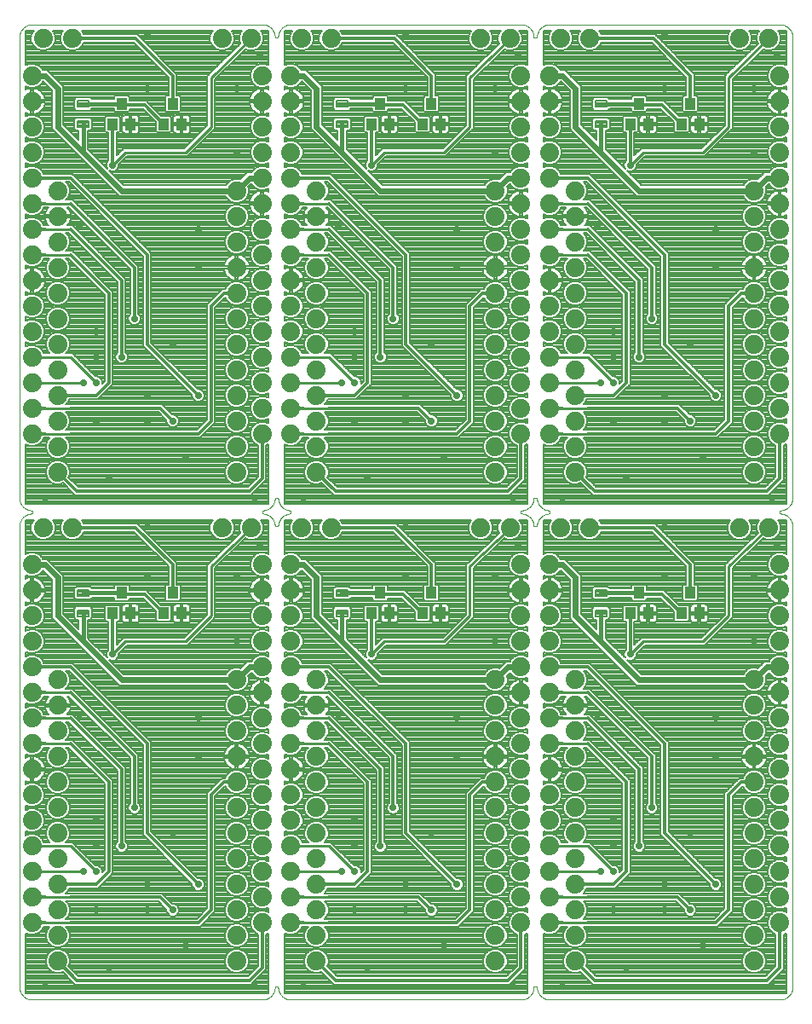
<source format=gtl>
G75*
%MOIN*%
%OFA0B0*%
%FSLAX25Y25*%
%IPPOS*%
%LPD*%
%AMOC8*
5,1,8,0,0,1.08239X$1,22.5*
%
%ADD10C,0.00000*%
%ADD11C,0.07400*%
%ADD12R,0.04000X0.04500*%
%ADD13C,0.00787*%
%ADD14C,0.02800*%
%ADD15C,0.00800*%
%ADD16C,0.01200*%
%ADD17C,0.01000*%
%ADD18C,0.02400*%
%ADD19C,0.01600*%
D10*
X0077595Y0048933D02*
X0077595Y0228933D01*
X0077597Y0229073D01*
X0077603Y0229213D01*
X0077613Y0229353D01*
X0077626Y0229493D01*
X0077644Y0229632D01*
X0077666Y0229771D01*
X0077691Y0229908D01*
X0077720Y0230046D01*
X0077753Y0230182D01*
X0077790Y0230317D01*
X0077831Y0230451D01*
X0077876Y0230584D01*
X0077924Y0230716D01*
X0077976Y0230846D01*
X0078031Y0230975D01*
X0078090Y0231102D01*
X0078153Y0231228D01*
X0078219Y0231352D01*
X0078288Y0231473D01*
X0078361Y0231593D01*
X0078438Y0231711D01*
X0078517Y0231826D01*
X0078600Y0231940D01*
X0078686Y0232050D01*
X0078775Y0232159D01*
X0078867Y0232265D01*
X0078962Y0232368D01*
X0079059Y0232469D01*
X0079160Y0232566D01*
X0079263Y0232661D01*
X0079369Y0232753D01*
X0079478Y0232842D01*
X0079588Y0232928D01*
X0079702Y0233011D01*
X0079817Y0233090D01*
X0079935Y0233167D01*
X0080055Y0233240D01*
X0080176Y0233309D01*
X0080300Y0233375D01*
X0080426Y0233438D01*
X0080553Y0233497D01*
X0080682Y0233552D01*
X0080812Y0233604D01*
X0080944Y0233652D01*
X0081077Y0233697D01*
X0081211Y0233738D01*
X0081346Y0233775D01*
X0081482Y0233808D01*
X0081620Y0233837D01*
X0081757Y0233862D01*
X0081896Y0233884D01*
X0082035Y0233902D01*
X0082175Y0233915D01*
X0082315Y0233925D01*
X0082455Y0233931D01*
X0082595Y0233933D01*
X0082595Y0235183D01*
X0082455Y0235185D01*
X0082315Y0235191D01*
X0082175Y0235201D01*
X0082035Y0235214D01*
X0081896Y0235232D01*
X0081757Y0235254D01*
X0081620Y0235279D01*
X0081482Y0235308D01*
X0081346Y0235341D01*
X0081211Y0235378D01*
X0081077Y0235419D01*
X0080944Y0235464D01*
X0080812Y0235512D01*
X0080682Y0235564D01*
X0080553Y0235619D01*
X0080426Y0235678D01*
X0080300Y0235741D01*
X0080176Y0235807D01*
X0080055Y0235876D01*
X0079935Y0235949D01*
X0079817Y0236026D01*
X0079702Y0236105D01*
X0079588Y0236188D01*
X0079478Y0236274D01*
X0079369Y0236363D01*
X0079263Y0236455D01*
X0079160Y0236550D01*
X0079059Y0236647D01*
X0078962Y0236748D01*
X0078867Y0236851D01*
X0078775Y0236957D01*
X0078686Y0237066D01*
X0078600Y0237176D01*
X0078517Y0237290D01*
X0078438Y0237405D01*
X0078361Y0237523D01*
X0078288Y0237643D01*
X0078219Y0237764D01*
X0078153Y0237888D01*
X0078090Y0238014D01*
X0078031Y0238141D01*
X0077976Y0238270D01*
X0077924Y0238400D01*
X0077876Y0238532D01*
X0077831Y0238665D01*
X0077790Y0238799D01*
X0077753Y0238934D01*
X0077720Y0239070D01*
X0077691Y0239208D01*
X0077666Y0239345D01*
X0077644Y0239484D01*
X0077626Y0239623D01*
X0077613Y0239763D01*
X0077603Y0239903D01*
X0077597Y0240043D01*
X0077595Y0240183D01*
X0077595Y0420183D01*
X0077597Y0420323D01*
X0077603Y0420463D01*
X0077613Y0420603D01*
X0077626Y0420743D01*
X0077644Y0420882D01*
X0077666Y0421021D01*
X0077691Y0421158D01*
X0077720Y0421296D01*
X0077753Y0421432D01*
X0077790Y0421567D01*
X0077831Y0421701D01*
X0077876Y0421834D01*
X0077924Y0421966D01*
X0077976Y0422096D01*
X0078031Y0422225D01*
X0078090Y0422352D01*
X0078153Y0422478D01*
X0078219Y0422602D01*
X0078288Y0422723D01*
X0078361Y0422843D01*
X0078438Y0422961D01*
X0078517Y0423076D01*
X0078600Y0423190D01*
X0078686Y0423300D01*
X0078775Y0423409D01*
X0078867Y0423515D01*
X0078962Y0423618D01*
X0079059Y0423719D01*
X0079160Y0423816D01*
X0079263Y0423911D01*
X0079369Y0424003D01*
X0079478Y0424092D01*
X0079588Y0424178D01*
X0079702Y0424261D01*
X0079817Y0424340D01*
X0079935Y0424417D01*
X0080055Y0424490D01*
X0080176Y0424559D01*
X0080300Y0424625D01*
X0080426Y0424688D01*
X0080553Y0424747D01*
X0080682Y0424802D01*
X0080812Y0424854D01*
X0080944Y0424902D01*
X0081077Y0424947D01*
X0081211Y0424988D01*
X0081346Y0425025D01*
X0081482Y0425058D01*
X0081620Y0425087D01*
X0081757Y0425112D01*
X0081896Y0425134D01*
X0082035Y0425152D01*
X0082175Y0425165D01*
X0082315Y0425175D01*
X0082455Y0425181D01*
X0082595Y0425183D01*
X0172595Y0425183D01*
X0172735Y0425181D01*
X0172875Y0425175D01*
X0173015Y0425165D01*
X0173155Y0425152D01*
X0173294Y0425134D01*
X0173433Y0425112D01*
X0173570Y0425087D01*
X0173708Y0425058D01*
X0173844Y0425025D01*
X0173979Y0424988D01*
X0174113Y0424947D01*
X0174246Y0424902D01*
X0174378Y0424854D01*
X0174508Y0424802D01*
X0174637Y0424747D01*
X0174764Y0424688D01*
X0174890Y0424625D01*
X0175014Y0424559D01*
X0175135Y0424490D01*
X0175255Y0424417D01*
X0175373Y0424340D01*
X0175488Y0424261D01*
X0175602Y0424178D01*
X0175712Y0424092D01*
X0175821Y0424003D01*
X0175927Y0423911D01*
X0176030Y0423816D01*
X0176131Y0423719D01*
X0176228Y0423618D01*
X0176323Y0423515D01*
X0176415Y0423409D01*
X0176504Y0423300D01*
X0176590Y0423190D01*
X0176673Y0423076D01*
X0176752Y0422961D01*
X0176829Y0422843D01*
X0176902Y0422723D01*
X0176971Y0422602D01*
X0177037Y0422478D01*
X0177100Y0422352D01*
X0177159Y0422225D01*
X0177214Y0422096D01*
X0177266Y0421966D01*
X0177314Y0421834D01*
X0177359Y0421701D01*
X0177400Y0421567D01*
X0177437Y0421432D01*
X0177470Y0421296D01*
X0177499Y0421158D01*
X0177524Y0421021D01*
X0177546Y0420882D01*
X0177564Y0420743D01*
X0177577Y0420603D01*
X0177587Y0420463D01*
X0177593Y0420323D01*
X0177595Y0420183D01*
X0178845Y0420183D01*
X0178847Y0420323D01*
X0178853Y0420463D01*
X0178863Y0420603D01*
X0178876Y0420743D01*
X0178894Y0420882D01*
X0178916Y0421021D01*
X0178941Y0421158D01*
X0178970Y0421296D01*
X0179003Y0421432D01*
X0179040Y0421567D01*
X0179081Y0421701D01*
X0179126Y0421834D01*
X0179174Y0421966D01*
X0179226Y0422096D01*
X0179281Y0422225D01*
X0179340Y0422352D01*
X0179403Y0422478D01*
X0179469Y0422602D01*
X0179538Y0422723D01*
X0179611Y0422843D01*
X0179688Y0422961D01*
X0179767Y0423076D01*
X0179850Y0423190D01*
X0179936Y0423300D01*
X0180025Y0423409D01*
X0180117Y0423515D01*
X0180212Y0423618D01*
X0180309Y0423719D01*
X0180410Y0423816D01*
X0180513Y0423911D01*
X0180619Y0424003D01*
X0180728Y0424092D01*
X0180838Y0424178D01*
X0180952Y0424261D01*
X0181067Y0424340D01*
X0181185Y0424417D01*
X0181305Y0424490D01*
X0181426Y0424559D01*
X0181550Y0424625D01*
X0181676Y0424688D01*
X0181803Y0424747D01*
X0181932Y0424802D01*
X0182062Y0424854D01*
X0182194Y0424902D01*
X0182327Y0424947D01*
X0182461Y0424988D01*
X0182596Y0425025D01*
X0182732Y0425058D01*
X0182870Y0425087D01*
X0183007Y0425112D01*
X0183146Y0425134D01*
X0183285Y0425152D01*
X0183425Y0425165D01*
X0183565Y0425175D01*
X0183705Y0425181D01*
X0183845Y0425183D01*
X0273845Y0425183D01*
X0273985Y0425181D01*
X0274125Y0425175D01*
X0274265Y0425165D01*
X0274405Y0425152D01*
X0274544Y0425134D01*
X0274683Y0425112D01*
X0274820Y0425087D01*
X0274958Y0425058D01*
X0275094Y0425025D01*
X0275229Y0424988D01*
X0275363Y0424947D01*
X0275496Y0424902D01*
X0275628Y0424854D01*
X0275758Y0424802D01*
X0275887Y0424747D01*
X0276014Y0424688D01*
X0276140Y0424625D01*
X0276264Y0424559D01*
X0276385Y0424490D01*
X0276505Y0424417D01*
X0276623Y0424340D01*
X0276738Y0424261D01*
X0276852Y0424178D01*
X0276962Y0424092D01*
X0277071Y0424003D01*
X0277177Y0423911D01*
X0277280Y0423816D01*
X0277381Y0423719D01*
X0277478Y0423618D01*
X0277573Y0423515D01*
X0277665Y0423409D01*
X0277754Y0423300D01*
X0277840Y0423190D01*
X0277923Y0423076D01*
X0278002Y0422961D01*
X0278079Y0422843D01*
X0278152Y0422723D01*
X0278221Y0422602D01*
X0278287Y0422478D01*
X0278350Y0422352D01*
X0278409Y0422225D01*
X0278464Y0422096D01*
X0278516Y0421966D01*
X0278564Y0421834D01*
X0278609Y0421701D01*
X0278650Y0421567D01*
X0278687Y0421432D01*
X0278720Y0421296D01*
X0278749Y0421158D01*
X0278774Y0421021D01*
X0278796Y0420882D01*
X0278814Y0420743D01*
X0278827Y0420603D01*
X0278837Y0420463D01*
X0278843Y0420323D01*
X0278845Y0420183D01*
X0280095Y0420183D01*
X0280097Y0420323D01*
X0280103Y0420463D01*
X0280113Y0420603D01*
X0280126Y0420743D01*
X0280144Y0420882D01*
X0280166Y0421021D01*
X0280191Y0421158D01*
X0280220Y0421296D01*
X0280253Y0421432D01*
X0280290Y0421567D01*
X0280331Y0421701D01*
X0280376Y0421834D01*
X0280424Y0421966D01*
X0280476Y0422096D01*
X0280531Y0422225D01*
X0280590Y0422352D01*
X0280653Y0422478D01*
X0280719Y0422602D01*
X0280788Y0422723D01*
X0280861Y0422843D01*
X0280938Y0422961D01*
X0281017Y0423076D01*
X0281100Y0423190D01*
X0281186Y0423300D01*
X0281275Y0423409D01*
X0281367Y0423515D01*
X0281462Y0423618D01*
X0281559Y0423719D01*
X0281660Y0423816D01*
X0281763Y0423911D01*
X0281869Y0424003D01*
X0281978Y0424092D01*
X0282088Y0424178D01*
X0282202Y0424261D01*
X0282317Y0424340D01*
X0282435Y0424417D01*
X0282555Y0424490D01*
X0282676Y0424559D01*
X0282800Y0424625D01*
X0282926Y0424688D01*
X0283053Y0424747D01*
X0283182Y0424802D01*
X0283312Y0424854D01*
X0283444Y0424902D01*
X0283577Y0424947D01*
X0283711Y0424988D01*
X0283846Y0425025D01*
X0283982Y0425058D01*
X0284120Y0425087D01*
X0284257Y0425112D01*
X0284396Y0425134D01*
X0284535Y0425152D01*
X0284675Y0425165D01*
X0284815Y0425175D01*
X0284955Y0425181D01*
X0285095Y0425183D01*
X0375095Y0425183D01*
X0375235Y0425181D01*
X0375375Y0425175D01*
X0375515Y0425165D01*
X0375655Y0425152D01*
X0375794Y0425134D01*
X0375933Y0425112D01*
X0376070Y0425087D01*
X0376208Y0425058D01*
X0376344Y0425025D01*
X0376479Y0424988D01*
X0376613Y0424947D01*
X0376746Y0424902D01*
X0376878Y0424854D01*
X0377008Y0424802D01*
X0377137Y0424747D01*
X0377264Y0424688D01*
X0377390Y0424625D01*
X0377514Y0424559D01*
X0377635Y0424490D01*
X0377755Y0424417D01*
X0377873Y0424340D01*
X0377988Y0424261D01*
X0378102Y0424178D01*
X0378212Y0424092D01*
X0378321Y0424003D01*
X0378427Y0423911D01*
X0378530Y0423816D01*
X0378631Y0423719D01*
X0378728Y0423618D01*
X0378823Y0423515D01*
X0378915Y0423409D01*
X0379004Y0423300D01*
X0379090Y0423190D01*
X0379173Y0423076D01*
X0379252Y0422961D01*
X0379329Y0422843D01*
X0379402Y0422723D01*
X0379471Y0422602D01*
X0379537Y0422478D01*
X0379600Y0422352D01*
X0379659Y0422225D01*
X0379714Y0422096D01*
X0379766Y0421966D01*
X0379814Y0421834D01*
X0379859Y0421701D01*
X0379900Y0421567D01*
X0379937Y0421432D01*
X0379970Y0421296D01*
X0379999Y0421158D01*
X0380024Y0421021D01*
X0380046Y0420882D01*
X0380064Y0420743D01*
X0380077Y0420603D01*
X0380087Y0420463D01*
X0380093Y0420323D01*
X0380095Y0420183D01*
X0380095Y0240183D01*
X0380093Y0240043D01*
X0380087Y0239903D01*
X0380077Y0239763D01*
X0380064Y0239623D01*
X0380046Y0239484D01*
X0380024Y0239345D01*
X0379999Y0239208D01*
X0379970Y0239070D01*
X0379937Y0238934D01*
X0379900Y0238799D01*
X0379859Y0238665D01*
X0379814Y0238532D01*
X0379766Y0238400D01*
X0379714Y0238270D01*
X0379659Y0238141D01*
X0379600Y0238014D01*
X0379537Y0237888D01*
X0379471Y0237764D01*
X0379402Y0237643D01*
X0379329Y0237523D01*
X0379252Y0237405D01*
X0379173Y0237290D01*
X0379090Y0237176D01*
X0379004Y0237066D01*
X0378915Y0236957D01*
X0378823Y0236851D01*
X0378728Y0236748D01*
X0378631Y0236647D01*
X0378530Y0236550D01*
X0378427Y0236455D01*
X0378321Y0236363D01*
X0378212Y0236274D01*
X0378102Y0236188D01*
X0377988Y0236105D01*
X0377873Y0236026D01*
X0377755Y0235949D01*
X0377635Y0235876D01*
X0377514Y0235807D01*
X0377390Y0235741D01*
X0377264Y0235678D01*
X0377137Y0235619D01*
X0377008Y0235564D01*
X0376878Y0235512D01*
X0376746Y0235464D01*
X0376613Y0235419D01*
X0376479Y0235378D01*
X0376344Y0235341D01*
X0376208Y0235308D01*
X0376070Y0235279D01*
X0375933Y0235254D01*
X0375794Y0235232D01*
X0375655Y0235214D01*
X0375515Y0235201D01*
X0375375Y0235191D01*
X0375235Y0235185D01*
X0375095Y0235183D01*
X0375095Y0233933D01*
X0375235Y0233931D01*
X0375375Y0233925D01*
X0375515Y0233915D01*
X0375655Y0233902D01*
X0375794Y0233884D01*
X0375933Y0233862D01*
X0376070Y0233837D01*
X0376208Y0233808D01*
X0376344Y0233775D01*
X0376479Y0233738D01*
X0376613Y0233697D01*
X0376746Y0233652D01*
X0376878Y0233604D01*
X0377008Y0233552D01*
X0377137Y0233497D01*
X0377264Y0233438D01*
X0377390Y0233375D01*
X0377514Y0233309D01*
X0377635Y0233240D01*
X0377755Y0233167D01*
X0377873Y0233090D01*
X0377988Y0233011D01*
X0378102Y0232928D01*
X0378212Y0232842D01*
X0378321Y0232753D01*
X0378427Y0232661D01*
X0378530Y0232566D01*
X0378631Y0232469D01*
X0378728Y0232368D01*
X0378823Y0232265D01*
X0378915Y0232159D01*
X0379004Y0232050D01*
X0379090Y0231940D01*
X0379173Y0231826D01*
X0379252Y0231711D01*
X0379329Y0231593D01*
X0379402Y0231473D01*
X0379471Y0231352D01*
X0379537Y0231228D01*
X0379600Y0231102D01*
X0379659Y0230975D01*
X0379714Y0230846D01*
X0379766Y0230716D01*
X0379814Y0230584D01*
X0379859Y0230451D01*
X0379900Y0230317D01*
X0379937Y0230182D01*
X0379970Y0230046D01*
X0379999Y0229908D01*
X0380024Y0229771D01*
X0380046Y0229632D01*
X0380064Y0229493D01*
X0380077Y0229353D01*
X0380087Y0229213D01*
X0380093Y0229073D01*
X0380095Y0228933D01*
X0380095Y0048933D01*
X0380093Y0048793D01*
X0380087Y0048653D01*
X0380077Y0048513D01*
X0380064Y0048373D01*
X0380046Y0048234D01*
X0380024Y0048095D01*
X0379999Y0047958D01*
X0379970Y0047820D01*
X0379937Y0047684D01*
X0379900Y0047549D01*
X0379859Y0047415D01*
X0379814Y0047282D01*
X0379766Y0047150D01*
X0379714Y0047020D01*
X0379659Y0046891D01*
X0379600Y0046764D01*
X0379537Y0046638D01*
X0379471Y0046514D01*
X0379402Y0046393D01*
X0379329Y0046273D01*
X0379252Y0046155D01*
X0379173Y0046040D01*
X0379090Y0045926D01*
X0379004Y0045816D01*
X0378915Y0045707D01*
X0378823Y0045601D01*
X0378728Y0045498D01*
X0378631Y0045397D01*
X0378530Y0045300D01*
X0378427Y0045205D01*
X0378321Y0045113D01*
X0378212Y0045024D01*
X0378102Y0044938D01*
X0377988Y0044855D01*
X0377873Y0044776D01*
X0377755Y0044699D01*
X0377635Y0044626D01*
X0377514Y0044557D01*
X0377390Y0044491D01*
X0377264Y0044428D01*
X0377137Y0044369D01*
X0377008Y0044314D01*
X0376878Y0044262D01*
X0376746Y0044214D01*
X0376613Y0044169D01*
X0376479Y0044128D01*
X0376344Y0044091D01*
X0376208Y0044058D01*
X0376070Y0044029D01*
X0375933Y0044004D01*
X0375794Y0043982D01*
X0375655Y0043964D01*
X0375515Y0043951D01*
X0375375Y0043941D01*
X0375235Y0043935D01*
X0375095Y0043933D01*
X0285095Y0043933D01*
X0284955Y0043935D01*
X0284815Y0043941D01*
X0284675Y0043951D01*
X0284535Y0043964D01*
X0284396Y0043982D01*
X0284257Y0044004D01*
X0284120Y0044029D01*
X0283982Y0044058D01*
X0283846Y0044091D01*
X0283711Y0044128D01*
X0283577Y0044169D01*
X0283444Y0044214D01*
X0283312Y0044262D01*
X0283182Y0044314D01*
X0283053Y0044369D01*
X0282926Y0044428D01*
X0282800Y0044491D01*
X0282676Y0044557D01*
X0282555Y0044626D01*
X0282435Y0044699D01*
X0282317Y0044776D01*
X0282202Y0044855D01*
X0282088Y0044938D01*
X0281978Y0045024D01*
X0281869Y0045113D01*
X0281763Y0045205D01*
X0281660Y0045300D01*
X0281559Y0045397D01*
X0281462Y0045498D01*
X0281367Y0045601D01*
X0281275Y0045707D01*
X0281186Y0045816D01*
X0281100Y0045926D01*
X0281017Y0046040D01*
X0280938Y0046155D01*
X0280861Y0046273D01*
X0280788Y0046393D01*
X0280719Y0046514D01*
X0280653Y0046638D01*
X0280590Y0046764D01*
X0280531Y0046891D01*
X0280476Y0047020D01*
X0280424Y0047150D01*
X0280376Y0047282D01*
X0280331Y0047415D01*
X0280290Y0047549D01*
X0280253Y0047684D01*
X0280220Y0047820D01*
X0280191Y0047958D01*
X0280166Y0048095D01*
X0280144Y0048234D01*
X0280126Y0048373D01*
X0280113Y0048513D01*
X0280103Y0048653D01*
X0280097Y0048793D01*
X0280095Y0048933D01*
X0278845Y0048933D01*
X0278843Y0048793D01*
X0278837Y0048653D01*
X0278827Y0048513D01*
X0278814Y0048373D01*
X0278796Y0048234D01*
X0278774Y0048095D01*
X0278749Y0047958D01*
X0278720Y0047820D01*
X0278687Y0047684D01*
X0278650Y0047549D01*
X0278609Y0047415D01*
X0278564Y0047282D01*
X0278516Y0047150D01*
X0278464Y0047020D01*
X0278409Y0046891D01*
X0278350Y0046764D01*
X0278287Y0046638D01*
X0278221Y0046514D01*
X0278152Y0046393D01*
X0278079Y0046273D01*
X0278002Y0046155D01*
X0277923Y0046040D01*
X0277840Y0045926D01*
X0277754Y0045816D01*
X0277665Y0045707D01*
X0277573Y0045601D01*
X0277478Y0045498D01*
X0277381Y0045397D01*
X0277280Y0045300D01*
X0277177Y0045205D01*
X0277071Y0045113D01*
X0276962Y0045024D01*
X0276852Y0044938D01*
X0276738Y0044855D01*
X0276623Y0044776D01*
X0276505Y0044699D01*
X0276385Y0044626D01*
X0276264Y0044557D01*
X0276140Y0044491D01*
X0276014Y0044428D01*
X0275887Y0044369D01*
X0275758Y0044314D01*
X0275628Y0044262D01*
X0275496Y0044214D01*
X0275363Y0044169D01*
X0275229Y0044128D01*
X0275094Y0044091D01*
X0274958Y0044058D01*
X0274820Y0044029D01*
X0274683Y0044004D01*
X0274544Y0043982D01*
X0274405Y0043964D01*
X0274265Y0043951D01*
X0274125Y0043941D01*
X0273985Y0043935D01*
X0273845Y0043933D01*
X0183845Y0043933D01*
X0183705Y0043935D01*
X0183565Y0043941D01*
X0183425Y0043951D01*
X0183285Y0043964D01*
X0183146Y0043982D01*
X0183007Y0044004D01*
X0182870Y0044029D01*
X0182732Y0044058D01*
X0182596Y0044091D01*
X0182461Y0044128D01*
X0182327Y0044169D01*
X0182194Y0044214D01*
X0182062Y0044262D01*
X0181932Y0044314D01*
X0181803Y0044369D01*
X0181676Y0044428D01*
X0181550Y0044491D01*
X0181426Y0044557D01*
X0181305Y0044626D01*
X0181185Y0044699D01*
X0181067Y0044776D01*
X0180952Y0044855D01*
X0180838Y0044938D01*
X0180728Y0045024D01*
X0180619Y0045113D01*
X0180513Y0045205D01*
X0180410Y0045300D01*
X0180309Y0045397D01*
X0180212Y0045498D01*
X0180117Y0045601D01*
X0180025Y0045707D01*
X0179936Y0045816D01*
X0179850Y0045926D01*
X0179767Y0046040D01*
X0179688Y0046155D01*
X0179611Y0046273D01*
X0179538Y0046393D01*
X0179469Y0046514D01*
X0179403Y0046638D01*
X0179340Y0046764D01*
X0179281Y0046891D01*
X0179226Y0047020D01*
X0179174Y0047150D01*
X0179126Y0047282D01*
X0179081Y0047415D01*
X0179040Y0047549D01*
X0179003Y0047684D01*
X0178970Y0047820D01*
X0178941Y0047958D01*
X0178916Y0048095D01*
X0178894Y0048234D01*
X0178876Y0048373D01*
X0178863Y0048513D01*
X0178853Y0048653D01*
X0178847Y0048793D01*
X0178845Y0048933D01*
X0177595Y0048933D01*
X0177593Y0048793D01*
X0177587Y0048653D01*
X0177577Y0048513D01*
X0177564Y0048373D01*
X0177546Y0048234D01*
X0177524Y0048095D01*
X0177499Y0047958D01*
X0177470Y0047820D01*
X0177437Y0047684D01*
X0177400Y0047549D01*
X0177359Y0047415D01*
X0177314Y0047282D01*
X0177266Y0047150D01*
X0177214Y0047020D01*
X0177159Y0046891D01*
X0177100Y0046764D01*
X0177037Y0046638D01*
X0176971Y0046514D01*
X0176902Y0046393D01*
X0176829Y0046273D01*
X0176752Y0046155D01*
X0176673Y0046040D01*
X0176590Y0045926D01*
X0176504Y0045816D01*
X0176415Y0045707D01*
X0176323Y0045601D01*
X0176228Y0045498D01*
X0176131Y0045397D01*
X0176030Y0045300D01*
X0175927Y0045205D01*
X0175821Y0045113D01*
X0175712Y0045024D01*
X0175602Y0044938D01*
X0175488Y0044855D01*
X0175373Y0044776D01*
X0175255Y0044699D01*
X0175135Y0044626D01*
X0175014Y0044557D01*
X0174890Y0044491D01*
X0174764Y0044428D01*
X0174637Y0044369D01*
X0174508Y0044314D01*
X0174378Y0044262D01*
X0174246Y0044214D01*
X0174113Y0044169D01*
X0173979Y0044128D01*
X0173844Y0044091D01*
X0173708Y0044058D01*
X0173570Y0044029D01*
X0173433Y0044004D01*
X0173294Y0043982D01*
X0173155Y0043964D01*
X0173015Y0043951D01*
X0172875Y0043941D01*
X0172735Y0043935D01*
X0172595Y0043933D01*
X0082595Y0043933D01*
X0082455Y0043935D01*
X0082315Y0043941D01*
X0082175Y0043951D01*
X0082035Y0043964D01*
X0081896Y0043982D01*
X0081757Y0044004D01*
X0081620Y0044029D01*
X0081482Y0044058D01*
X0081346Y0044091D01*
X0081211Y0044128D01*
X0081077Y0044169D01*
X0080944Y0044214D01*
X0080812Y0044262D01*
X0080682Y0044314D01*
X0080553Y0044369D01*
X0080426Y0044428D01*
X0080300Y0044491D01*
X0080176Y0044557D01*
X0080055Y0044626D01*
X0079935Y0044699D01*
X0079817Y0044776D01*
X0079702Y0044855D01*
X0079588Y0044938D01*
X0079478Y0045024D01*
X0079369Y0045113D01*
X0079263Y0045205D01*
X0079160Y0045300D01*
X0079059Y0045397D01*
X0078962Y0045498D01*
X0078867Y0045601D01*
X0078775Y0045707D01*
X0078686Y0045816D01*
X0078600Y0045926D01*
X0078517Y0046040D01*
X0078438Y0046155D01*
X0078361Y0046273D01*
X0078288Y0046393D01*
X0078219Y0046514D01*
X0078153Y0046638D01*
X0078090Y0046764D01*
X0078031Y0046891D01*
X0077976Y0047020D01*
X0077924Y0047150D01*
X0077876Y0047282D01*
X0077831Y0047415D01*
X0077790Y0047549D01*
X0077753Y0047684D01*
X0077720Y0047820D01*
X0077691Y0047958D01*
X0077666Y0048095D01*
X0077644Y0048234D01*
X0077626Y0048373D01*
X0077613Y0048513D01*
X0077603Y0048653D01*
X0077597Y0048793D01*
X0077595Y0048933D01*
X0177595Y0228933D02*
X0177593Y0229073D01*
X0177587Y0229213D01*
X0177577Y0229353D01*
X0177564Y0229493D01*
X0177546Y0229632D01*
X0177524Y0229771D01*
X0177499Y0229908D01*
X0177470Y0230046D01*
X0177437Y0230182D01*
X0177400Y0230317D01*
X0177359Y0230451D01*
X0177314Y0230584D01*
X0177266Y0230716D01*
X0177214Y0230846D01*
X0177159Y0230975D01*
X0177100Y0231102D01*
X0177037Y0231228D01*
X0176971Y0231352D01*
X0176902Y0231473D01*
X0176829Y0231593D01*
X0176752Y0231711D01*
X0176673Y0231826D01*
X0176590Y0231940D01*
X0176504Y0232050D01*
X0176415Y0232159D01*
X0176323Y0232265D01*
X0176228Y0232368D01*
X0176131Y0232469D01*
X0176030Y0232566D01*
X0175927Y0232661D01*
X0175821Y0232753D01*
X0175712Y0232842D01*
X0175602Y0232928D01*
X0175488Y0233011D01*
X0175373Y0233090D01*
X0175255Y0233167D01*
X0175135Y0233240D01*
X0175014Y0233309D01*
X0174890Y0233375D01*
X0174764Y0233438D01*
X0174637Y0233497D01*
X0174508Y0233552D01*
X0174378Y0233604D01*
X0174246Y0233652D01*
X0174113Y0233697D01*
X0173979Y0233738D01*
X0173844Y0233775D01*
X0173708Y0233808D01*
X0173570Y0233837D01*
X0173433Y0233862D01*
X0173294Y0233884D01*
X0173155Y0233902D01*
X0173015Y0233915D01*
X0172875Y0233925D01*
X0172735Y0233931D01*
X0172595Y0233933D01*
X0172595Y0235183D01*
X0172735Y0235185D01*
X0172875Y0235191D01*
X0173015Y0235201D01*
X0173155Y0235214D01*
X0173294Y0235232D01*
X0173433Y0235254D01*
X0173570Y0235279D01*
X0173708Y0235308D01*
X0173844Y0235341D01*
X0173979Y0235378D01*
X0174113Y0235419D01*
X0174246Y0235464D01*
X0174378Y0235512D01*
X0174508Y0235564D01*
X0174637Y0235619D01*
X0174764Y0235678D01*
X0174890Y0235741D01*
X0175014Y0235807D01*
X0175135Y0235876D01*
X0175255Y0235949D01*
X0175373Y0236026D01*
X0175488Y0236105D01*
X0175602Y0236188D01*
X0175712Y0236274D01*
X0175821Y0236363D01*
X0175927Y0236455D01*
X0176030Y0236550D01*
X0176131Y0236647D01*
X0176228Y0236748D01*
X0176323Y0236851D01*
X0176415Y0236957D01*
X0176504Y0237066D01*
X0176590Y0237176D01*
X0176673Y0237290D01*
X0176752Y0237405D01*
X0176829Y0237523D01*
X0176902Y0237643D01*
X0176971Y0237764D01*
X0177037Y0237888D01*
X0177100Y0238014D01*
X0177159Y0238141D01*
X0177214Y0238270D01*
X0177266Y0238400D01*
X0177314Y0238532D01*
X0177359Y0238665D01*
X0177400Y0238799D01*
X0177437Y0238934D01*
X0177470Y0239070D01*
X0177499Y0239208D01*
X0177524Y0239345D01*
X0177546Y0239484D01*
X0177564Y0239623D01*
X0177577Y0239763D01*
X0177587Y0239903D01*
X0177593Y0240043D01*
X0177595Y0240183D01*
X0178845Y0240183D01*
X0178847Y0240043D01*
X0178853Y0239903D01*
X0178863Y0239763D01*
X0178876Y0239623D01*
X0178894Y0239484D01*
X0178916Y0239345D01*
X0178941Y0239208D01*
X0178970Y0239070D01*
X0179003Y0238934D01*
X0179040Y0238799D01*
X0179081Y0238665D01*
X0179126Y0238532D01*
X0179174Y0238400D01*
X0179226Y0238270D01*
X0179281Y0238141D01*
X0179340Y0238014D01*
X0179403Y0237888D01*
X0179469Y0237764D01*
X0179538Y0237643D01*
X0179611Y0237523D01*
X0179688Y0237405D01*
X0179767Y0237290D01*
X0179850Y0237176D01*
X0179936Y0237066D01*
X0180025Y0236957D01*
X0180117Y0236851D01*
X0180212Y0236748D01*
X0180309Y0236647D01*
X0180410Y0236550D01*
X0180513Y0236455D01*
X0180619Y0236363D01*
X0180728Y0236274D01*
X0180838Y0236188D01*
X0180952Y0236105D01*
X0181067Y0236026D01*
X0181185Y0235949D01*
X0181305Y0235876D01*
X0181426Y0235807D01*
X0181550Y0235741D01*
X0181676Y0235678D01*
X0181803Y0235619D01*
X0181932Y0235564D01*
X0182062Y0235512D01*
X0182194Y0235464D01*
X0182327Y0235419D01*
X0182461Y0235378D01*
X0182596Y0235341D01*
X0182732Y0235308D01*
X0182870Y0235279D01*
X0183007Y0235254D01*
X0183146Y0235232D01*
X0183285Y0235214D01*
X0183425Y0235201D01*
X0183565Y0235191D01*
X0183705Y0235185D01*
X0183845Y0235183D01*
X0183845Y0233933D01*
X0183705Y0233931D01*
X0183565Y0233925D01*
X0183425Y0233915D01*
X0183285Y0233902D01*
X0183146Y0233884D01*
X0183007Y0233862D01*
X0182870Y0233837D01*
X0182732Y0233808D01*
X0182596Y0233775D01*
X0182461Y0233738D01*
X0182327Y0233697D01*
X0182194Y0233652D01*
X0182062Y0233604D01*
X0181932Y0233552D01*
X0181803Y0233497D01*
X0181676Y0233438D01*
X0181550Y0233375D01*
X0181426Y0233309D01*
X0181305Y0233240D01*
X0181185Y0233167D01*
X0181067Y0233090D01*
X0180952Y0233011D01*
X0180838Y0232928D01*
X0180728Y0232842D01*
X0180619Y0232753D01*
X0180513Y0232661D01*
X0180410Y0232566D01*
X0180309Y0232469D01*
X0180212Y0232368D01*
X0180117Y0232265D01*
X0180025Y0232159D01*
X0179936Y0232050D01*
X0179850Y0231940D01*
X0179767Y0231826D01*
X0179688Y0231711D01*
X0179611Y0231593D01*
X0179538Y0231473D01*
X0179469Y0231352D01*
X0179403Y0231228D01*
X0179340Y0231102D01*
X0179281Y0230975D01*
X0179226Y0230846D01*
X0179174Y0230716D01*
X0179126Y0230584D01*
X0179081Y0230451D01*
X0179040Y0230317D01*
X0179003Y0230182D01*
X0178970Y0230046D01*
X0178941Y0229908D01*
X0178916Y0229771D01*
X0178894Y0229632D01*
X0178876Y0229493D01*
X0178863Y0229353D01*
X0178853Y0229213D01*
X0178847Y0229073D01*
X0178845Y0228933D01*
X0177595Y0228933D01*
X0273845Y0233933D02*
X0273985Y0233931D01*
X0274125Y0233925D01*
X0274265Y0233915D01*
X0274405Y0233902D01*
X0274544Y0233884D01*
X0274683Y0233862D01*
X0274820Y0233837D01*
X0274958Y0233808D01*
X0275094Y0233775D01*
X0275229Y0233738D01*
X0275363Y0233697D01*
X0275496Y0233652D01*
X0275628Y0233604D01*
X0275758Y0233552D01*
X0275887Y0233497D01*
X0276014Y0233438D01*
X0276140Y0233375D01*
X0276264Y0233309D01*
X0276385Y0233240D01*
X0276505Y0233167D01*
X0276623Y0233090D01*
X0276738Y0233011D01*
X0276852Y0232928D01*
X0276962Y0232842D01*
X0277071Y0232753D01*
X0277177Y0232661D01*
X0277280Y0232566D01*
X0277381Y0232469D01*
X0277478Y0232368D01*
X0277573Y0232265D01*
X0277665Y0232159D01*
X0277754Y0232050D01*
X0277840Y0231940D01*
X0277923Y0231826D01*
X0278002Y0231711D01*
X0278079Y0231593D01*
X0278152Y0231473D01*
X0278221Y0231352D01*
X0278287Y0231228D01*
X0278350Y0231102D01*
X0278409Y0230975D01*
X0278464Y0230846D01*
X0278516Y0230716D01*
X0278564Y0230584D01*
X0278609Y0230451D01*
X0278650Y0230317D01*
X0278687Y0230182D01*
X0278720Y0230046D01*
X0278749Y0229908D01*
X0278774Y0229771D01*
X0278796Y0229632D01*
X0278814Y0229493D01*
X0278827Y0229353D01*
X0278837Y0229213D01*
X0278843Y0229073D01*
X0278845Y0228933D01*
X0280095Y0228933D01*
X0280097Y0229073D01*
X0280103Y0229213D01*
X0280113Y0229353D01*
X0280126Y0229493D01*
X0280144Y0229632D01*
X0280166Y0229771D01*
X0280191Y0229908D01*
X0280220Y0230046D01*
X0280253Y0230182D01*
X0280290Y0230317D01*
X0280331Y0230451D01*
X0280376Y0230584D01*
X0280424Y0230716D01*
X0280476Y0230846D01*
X0280531Y0230975D01*
X0280590Y0231102D01*
X0280653Y0231228D01*
X0280719Y0231352D01*
X0280788Y0231473D01*
X0280861Y0231593D01*
X0280938Y0231711D01*
X0281017Y0231826D01*
X0281100Y0231940D01*
X0281186Y0232050D01*
X0281275Y0232159D01*
X0281367Y0232265D01*
X0281462Y0232368D01*
X0281559Y0232469D01*
X0281660Y0232566D01*
X0281763Y0232661D01*
X0281869Y0232753D01*
X0281978Y0232842D01*
X0282088Y0232928D01*
X0282202Y0233011D01*
X0282317Y0233090D01*
X0282435Y0233167D01*
X0282555Y0233240D01*
X0282676Y0233309D01*
X0282800Y0233375D01*
X0282926Y0233438D01*
X0283053Y0233497D01*
X0283182Y0233552D01*
X0283312Y0233604D01*
X0283444Y0233652D01*
X0283577Y0233697D01*
X0283711Y0233738D01*
X0283846Y0233775D01*
X0283982Y0233808D01*
X0284120Y0233837D01*
X0284257Y0233862D01*
X0284396Y0233884D01*
X0284535Y0233902D01*
X0284675Y0233915D01*
X0284815Y0233925D01*
X0284955Y0233931D01*
X0285095Y0233933D01*
X0285095Y0235183D01*
X0284955Y0235185D01*
X0284815Y0235191D01*
X0284675Y0235201D01*
X0284535Y0235214D01*
X0284396Y0235232D01*
X0284257Y0235254D01*
X0284120Y0235279D01*
X0283982Y0235308D01*
X0283846Y0235341D01*
X0283711Y0235378D01*
X0283577Y0235419D01*
X0283444Y0235464D01*
X0283312Y0235512D01*
X0283182Y0235564D01*
X0283053Y0235619D01*
X0282926Y0235678D01*
X0282800Y0235741D01*
X0282676Y0235807D01*
X0282555Y0235876D01*
X0282435Y0235949D01*
X0282317Y0236026D01*
X0282202Y0236105D01*
X0282088Y0236188D01*
X0281978Y0236274D01*
X0281869Y0236363D01*
X0281763Y0236455D01*
X0281660Y0236550D01*
X0281559Y0236647D01*
X0281462Y0236748D01*
X0281367Y0236851D01*
X0281275Y0236957D01*
X0281186Y0237066D01*
X0281100Y0237176D01*
X0281017Y0237290D01*
X0280938Y0237405D01*
X0280861Y0237523D01*
X0280788Y0237643D01*
X0280719Y0237764D01*
X0280653Y0237888D01*
X0280590Y0238014D01*
X0280531Y0238141D01*
X0280476Y0238270D01*
X0280424Y0238400D01*
X0280376Y0238532D01*
X0280331Y0238665D01*
X0280290Y0238799D01*
X0280253Y0238934D01*
X0280220Y0239070D01*
X0280191Y0239208D01*
X0280166Y0239345D01*
X0280144Y0239484D01*
X0280126Y0239623D01*
X0280113Y0239763D01*
X0280103Y0239903D01*
X0280097Y0240043D01*
X0280095Y0240183D01*
X0278845Y0240183D01*
X0278843Y0240043D01*
X0278837Y0239903D01*
X0278827Y0239763D01*
X0278814Y0239623D01*
X0278796Y0239484D01*
X0278774Y0239345D01*
X0278749Y0239208D01*
X0278720Y0239070D01*
X0278687Y0238934D01*
X0278650Y0238799D01*
X0278609Y0238665D01*
X0278564Y0238532D01*
X0278516Y0238400D01*
X0278464Y0238270D01*
X0278409Y0238141D01*
X0278350Y0238014D01*
X0278287Y0237888D01*
X0278221Y0237764D01*
X0278152Y0237643D01*
X0278079Y0237523D01*
X0278002Y0237405D01*
X0277923Y0237290D01*
X0277840Y0237176D01*
X0277754Y0237066D01*
X0277665Y0236957D01*
X0277573Y0236851D01*
X0277478Y0236748D01*
X0277381Y0236647D01*
X0277280Y0236550D01*
X0277177Y0236455D01*
X0277071Y0236363D01*
X0276962Y0236274D01*
X0276852Y0236188D01*
X0276738Y0236105D01*
X0276623Y0236026D01*
X0276505Y0235949D01*
X0276385Y0235876D01*
X0276264Y0235807D01*
X0276140Y0235741D01*
X0276014Y0235678D01*
X0275887Y0235619D01*
X0275758Y0235564D01*
X0275628Y0235512D01*
X0275496Y0235464D01*
X0275363Y0235419D01*
X0275229Y0235378D01*
X0275094Y0235341D01*
X0274958Y0235308D01*
X0274820Y0235279D01*
X0274683Y0235254D01*
X0274544Y0235232D01*
X0274405Y0235214D01*
X0274265Y0235201D01*
X0274125Y0235191D01*
X0273985Y0235185D01*
X0273845Y0235183D01*
X0273845Y0233933D01*
D11*
X0269545Y0228433D03*
X0258145Y0228433D03*
X0273845Y0213933D03*
X0273845Y0203933D03*
X0273845Y0193933D03*
X0273845Y0183933D03*
X0273845Y0173933D03*
X0273845Y0163933D03*
X0273845Y0153933D03*
X0273845Y0143933D03*
X0273845Y0133933D03*
X0273845Y0123933D03*
X0263845Y0118933D03*
X0263845Y0128933D03*
X0263845Y0138933D03*
X0263845Y0148933D03*
X0263845Y0158933D03*
X0263845Y0168933D03*
X0285095Y0163933D03*
X0285095Y0153933D03*
X0285095Y0143933D03*
X0285095Y0133933D03*
X0285095Y0123933D03*
X0295095Y0118933D03*
X0295095Y0128933D03*
X0295095Y0138933D03*
X0295095Y0148933D03*
X0295095Y0158933D03*
X0295095Y0168933D03*
X0285095Y0173933D03*
X0285095Y0183933D03*
X0285095Y0193933D03*
X0285095Y0203933D03*
X0285095Y0213933D03*
X0289395Y0228433D03*
X0300795Y0228433D03*
X0295095Y0250183D03*
X0295095Y0260183D03*
X0295095Y0270183D03*
X0295095Y0280183D03*
X0285095Y0275183D03*
X0285095Y0265183D03*
X0273845Y0265183D03*
X0273845Y0275183D03*
X0263845Y0270183D03*
X0263845Y0260183D03*
X0263845Y0250183D03*
X0263845Y0280183D03*
X0273845Y0285183D03*
X0273845Y0295183D03*
X0273845Y0305183D03*
X0273845Y0315183D03*
X0273845Y0325183D03*
X0273845Y0335183D03*
X0273845Y0345183D03*
X0273845Y0355183D03*
X0273845Y0365183D03*
X0273845Y0375183D03*
X0273845Y0385183D03*
X0273845Y0395183D03*
X0273845Y0405183D03*
X0285095Y0405183D03*
X0285095Y0395183D03*
X0285095Y0385183D03*
X0285095Y0375183D03*
X0285095Y0365183D03*
X0285095Y0355183D03*
X0285095Y0345183D03*
X0285095Y0335183D03*
X0285095Y0325183D03*
X0285095Y0315183D03*
X0285095Y0305183D03*
X0285095Y0295183D03*
X0285095Y0285183D03*
X0295095Y0290183D03*
X0295095Y0300183D03*
X0295095Y0310183D03*
X0295095Y0320183D03*
X0295095Y0330183D03*
X0295095Y0340183D03*
X0295095Y0350183D03*
X0295095Y0360183D03*
X0263845Y0360183D03*
X0263845Y0350183D03*
X0263845Y0340183D03*
X0263845Y0330183D03*
X0263845Y0320183D03*
X0263845Y0310183D03*
X0263845Y0300183D03*
X0263845Y0290183D03*
X0199545Y0228433D03*
X0188145Y0228433D03*
X0183845Y0213933D03*
X0172595Y0213933D03*
X0172595Y0203933D03*
X0172595Y0193933D03*
X0172595Y0183933D03*
X0172595Y0173933D03*
X0172595Y0163933D03*
X0172595Y0153933D03*
X0172595Y0143933D03*
X0172595Y0133933D03*
X0172595Y0123933D03*
X0183845Y0123933D03*
X0183845Y0133933D03*
X0183845Y0143933D03*
X0183845Y0153933D03*
X0183845Y0163933D03*
X0183845Y0173933D03*
X0183845Y0183933D03*
X0183845Y0193933D03*
X0183845Y0203933D03*
X0168295Y0228433D03*
X0156895Y0228433D03*
X0162595Y0250183D03*
X0162595Y0260183D03*
X0162595Y0270183D03*
X0162595Y0280183D03*
X0162595Y0290183D03*
X0162595Y0300183D03*
X0162595Y0310183D03*
X0162595Y0320183D03*
X0162595Y0330183D03*
X0162595Y0340183D03*
X0162595Y0350183D03*
X0162595Y0360183D03*
X0172595Y0355183D03*
X0172595Y0345183D03*
X0172595Y0335183D03*
X0172595Y0325183D03*
X0172595Y0315183D03*
X0172595Y0305183D03*
X0172595Y0295183D03*
X0172595Y0285183D03*
X0183845Y0285183D03*
X0183845Y0295183D03*
X0183845Y0305183D03*
X0183845Y0315183D03*
X0183845Y0325183D03*
X0183845Y0335183D03*
X0183845Y0345183D03*
X0183845Y0355183D03*
X0183845Y0365183D03*
X0183845Y0375183D03*
X0172595Y0375183D03*
X0172595Y0365183D03*
X0172595Y0385183D03*
X0172595Y0395183D03*
X0172595Y0405183D03*
X0183845Y0405183D03*
X0183845Y0395183D03*
X0183845Y0385183D03*
X0193845Y0360183D03*
X0193845Y0350183D03*
X0193845Y0340183D03*
X0193845Y0330183D03*
X0193845Y0320183D03*
X0193845Y0310183D03*
X0193845Y0300183D03*
X0193845Y0290183D03*
X0193845Y0280183D03*
X0193845Y0270183D03*
X0193845Y0260183D03*
X0193845Y0250183D03*
X0183845Y0265183D03*
X0183845Y0275183D03*
X0172595Y0275183D03*
X0172595Y0265183D03*
X0098295Y0228433D03*
X0086895Y0228433D03*
X0082595Y0213933D03*
X0082595Y0203933D03*
X0082595Y0193933D03*
X0082595Y0183933D03*
X0082595Y0173933D03*
X0082595Y0163933D03*
X0082595Y0153933D03*
X0082595Y0143933D03*
X0082595Y0133933D03*
X0082595Y0123933D03*
X0092595Y0118933D03*
X0092595Y0128933D03*
X0092595Y0138933D03*
X0092595Y0148933D03*
X0092595Y0158933D03*
X0092595Y0168933D03*
X0082595Y0113933D03*
X0082595Y0103933D03*
X0082595Y0093933D03*
X0082595Y0083933D03*
X0082595Y0073933D03*
X0092595Y0068933D03*
X0092595Y0058933D03*
X0092595Y0078933D03*
X0092595Y0088933D03*
X0092595Y0098933D03*
X0092595Y0108933D03*
X0162595Y0108933D03*
X0162595Y0098933D03*
X0162595Y0088933D03*
X0162595Y0078933D03*
X0162595Y0068933D03*
X0162595Y0058933D03*
X0172595Y0073933D03*
X0172595Y0083933D03*
X0172595Y0093933D03*
X0172595Y0103933D03*
X0172595Y0113933D03*
X0183845Y0113933D03*
X0183845Y0103933D03*
X0183845Y0093933D03*
X0183845Y0083933D03*
X0183845Y0073933D03*
X0193845Y0068933D03*
X0193845Y0058933D03*
X0193845Y0078933D03*
X0193845Y0088933D03*
X0193845Y0098933D03*
X0193845Y0108933D03*
X0193845Y0118933D03*
X0193845Y0128933D03*
X0193845Y0138933D03*
X0193845Y0148933D03*
X0193845Y0158933D03*
X0193845Y0168933D03*
X0162595Y0168933D03*
X0162595Y0158933D03*
X0162595Y0148933D03*
X0162595Y0138933D03*
X0162595Y0128933D03*
X0162595Y0118933D03*
X0263845Y0108933D03*
X0263845Y0098933D03*
X0263845Y0088933D03*
X0263845Y0078933D03*
X0263845Y0068933D03*
X0263845Y0058933D03*
X0273845Y0073933D03*
X0273845Y0083933D03*
X0273845Y0093933D03*
X0273845Y0103933D03*
X0273845Y0113933D03*
X0285095Y0113933D03*
X0285095Y0103933D03*
X0285095Y0093933D03*
X0285095Y0083933D03*
X0285095Y0073933D03*
X0295095Y0068933D03*
X0295095Y0058933D03*
X0295095Y0078933D03*
X0295095Y0088933D03*
X0295095Y0098933D03*
X0295095Y0108933D03*
X0365095Y0108933D03*
X0365095Y0098933D03*
X0365095Y0088933D03*
X0365095Y0078933D03*
X0365095Y0068933D03*
X0365095Y0058933D03*
X0375095Y0073933D03*
X0375095Y0083933D03*
X0375095Y0093933D03*
X0375095Y0103933D03*
X0375095Y0113933D03*
X0365095Y0118933D03*
X0365095Y0128933D03*
X0365095Y0138933D03*
X0365095Y0148933D03*
X0365095Y0158933D03*
X0365095Y0168933D03*
X0375095Y0163933D03*
X0375095Y0153933D03*
X0375095Y0143933D03*
X0375095Y0133933D03*
X0375095Y0123933D03*
X0375095Y0173933D03*
X0375095Y0183933D03*
X0375095Y0193933D03*
X0375095Y0203933D03*
X0375095Y0213933D03*
X0370795Y0228433D03*
X0359395Y0228433D03*
X0365095Y0250183D03*
X0365095Y0260183D03*
X0365095Y0270183D03*
X0365095Y0280183D03*
X0375095Y0275183D03*
X0375095Y0265183D03*
X0375095Y0285183D03*
X0375095Y0295183D03*
X0375095Y0305183D03*
X0375095Y0315183D03*
X0375095Y0325183D03*
X0375095Y0335183D03*
X0375095Y0345183D03*
X0375095Y0355183D03*
X0375095Y0365183D03*
X0375095Y0375183D03*
X0375095Y0385183D03*
X0375095Y0395183D03*
X0375095Y0405183D03*
X0370795Y0419683D03*
X0359395Y0419683D03*
X0300795Y0419683D03*
X0289395Y0419683D03*
X0269545Y0419683D03*
X0258145Y0419683D03*
X0199545Y0419683D03*
X0188145Y0419683D03*
X0168295Y0419683D03*
X0156895Y0419683D03*
X0098295Y0419683D03*
X0086895Y0419683D03*
X0082595Y0405183D03*
X0082595Y0395183D03*
X0082595Y0385183D03*
X0082595Y0375183D03*
X0082595Y0365183D03*
X0082595Y0355183D03*
X0082595Y0345183D03*
X0082595Y0335183D03*
X0082595Y0325183D03*
X0082595Y0315183D03*
X0082595Y0305183D03*
X0082595Y0295183D03*
X0082595Y0285183D03*
X0092595Y0280183D03*
X0092595Y0270183D03*
X0092595Y0260183D03*
X0092595Y0250183D03*
X0082595Y0265183D03*
X0082595Y0275183D03*
X0092595Y0290183D03*
X0092595Y0300183D03*
X0092595Y0310183D03*
X0092595Y0320183D03*
X0092595Y0330183D03*
X0092595Y0340183D03*
X0092595Y0350183D03*
X0092595Y0360183D03*
X0365095Y0360183D03*
X0365095Y0350183D03*
X0365095Y0340183D03*
X0365095Y0330183D03*
X0365095Y0320183D03*
X0365095Y0310183D03*
X0365095Y0300183D03*
X0365095Y0290183D03*
D12*
X0340095Y0202933D03*
X0336595Y0194933D03*
X0343595Y0194933D03*
X0323595Y0194933D03*
X0320095Y0202933D03*
X0316595Y0194933D03*
X0242345Y0194933D03*
X0238845Y0202933D03*
X0235345Y0194933D03*
X0222345Y0194933D03*
X0215345Y0194933D03*
X0218845Y0202933D03*
X0141095Y0194933D03*
X0134095Y0194933D03*
X0137595Y0202933D03*
X0121095Y0194933D03*
X0117595Y0202933D03*
X0114095Y0194933D03*
X0114095Y0386183D03*
X0117595Y0394183D03*
X0121095Y0386183D03*
X0134095Y0386183D03*
X0141095Y0386183D03*
X0137595Y0394183D03*
X0215345Y0386183D03*
X0222345Y0386183D03*
X0218845Y0394183D03*
X0235345Y0386183D03*
X0238845Y0394183D03*
X0242345Y0386183D03*
X0316595Y0386183D03*
X0320095Y0394183D03*
X0323595Y0386183D03*
X0336595Y0386183D03*
X0340095Y0394183D03*
X0343595Y0386183D03*
D13*
X0302929Y0385064D02*
X0302929Y0387428D01*
X0307261Y0387428D01*
X0307261Y0385064D01*
X0302929Y0385064D01*
X0302929Y0385850D02*
X0307261Y0385850D01*
X0307261Y0386636D02*
X0302929Y0386636D01*
X0302929Y0387422D02*
X0307261Y0387422D01*
X0302929Y0392938D02*
X0302929Y0395302D01*
X0307261Y0395302D01*
X0307261Y0392938D01*
X0302929Y0392938D01*
X0302929Y0393724D02*
X0307261Y0393724D01*
X0307261Y0394510D02*
X0302929Y0394510D01*
X0302929Y0395296D02*
X0307261Y0395296D01*
X0201679Y0395302D02*
X0201679Y0392938D01*
X0201679Y0395302D02*
X0206011Y0395302D01*
X0206011Y0392938D01*
X0201679Y0392938D01*
X0201679Y0393724D02*
X0206011Y0393724D01*
X0206011Y0394510D02*
X0201679Y0394510D01*
X0201679Y0395296D02*
X0206011Y0395296D01*
X0201679Y0387428D02*
X0201679Y0385064D01*
X0201679Y0387428D02*
X0206011Y0387428D01*
X0206011Y0385064D01*
X0201679Y0385064D01*
X0201679Y0385850D02*
X0206011Y0385850D01*
X0206011Y0386636D02*
X0201679Y0386636D01*
X0201679Y0387422D02*
X0206011Y0387422D01*
X0100429Y0387428D02*
X0100429Y0385064D01*
X0100429Y0387428D02*
X0104761Y0387428D01*
X0104761Y0385064D01*
X0100429Y0385064D01*
X0100429Y0385850D02*
X0104761Y0385850D01*
X0104761Y0386636D02*
X0100429Y0386636D01*
X0100429Y0387422D02*
X0104761Y0387422D01*
X0100429Y0392938D02*
X0100429Y0395302D01*
X0104761Y0395302D01*
X0104761Y0392938D01*
X0100429Y0392938D01*
X0100429Y0393724D02*
X0104761Y0393724D01*
X0104761Y0394510D02*
X0100429Y0394510D01*
X0100429Y0395296D02*
X0104761Y0395296D01*
X0100429Y0204052D02*
X0100429Y0201688D01*
X0100429Y0204052D02*
X0104761Y0204052D01*
X0104761Y0201688D01*
X0100429Y0201688D01*
X0100429Y0202474D02*
X0104761Y0202474D01*
X0104761Y0203260D02*
X0100429Y0203260D01*
X0100429Y0204046D02*
X0104761Y0204046D01*
X0100429Y0196178D02*
X0100429Y0193814D01*
X0100429Y0196178D02*
X0104761Y0196178D01*
X0104761Y0193814D01*
X0100429Y0193814D01*
X0100429Y0194600D02*
X0104761Y0194600D01*
X0104761Y0195386D02*
X0100429Y0195386D01*
X0100429Y0196172D02*
X0104761Y0196172D01*
X0201679Y0196178D02*
X0201679Y0193814D01*
X0201679Y0196178D02*
X0206011Y0196178D01*
X0206011Y0193814D01*
X0201679Y0193814D01*
X0201679Y0194600D02*
X0206011Y0194600D01*
X0206011Y0195386D02*
X0201679Y0195386D01*
X0201679Y0196172D02*
X0206011Y0196172D01*
X0201679Y0201688D02*
X0201679Y0204052D01*
X0206011Y0204052D01*
X0206011Y0201688D01*
X0201679Y0201688D01*
X0201679Y0202474D02*
X0206011Y0202474D01*
X0206011Y0203260D02*
X0201679Y0203260D01*
X0201679Y0204046D02*
X0206011Y0204046D01*
X0302929Y0204052D02*
X0302929Y0201688D01*
X0302929Y0204052D02*
X0307261Y0204052D01*
X0307261Y0201688D01*
X0302929Y0201688D01*
X0302929Y0202474D02*
X0307261Y0202474D01*
X0307261Y0203260D02*
X0302929Y0203260D01*
X0302929Y0204046D02*
X0307261Y0204046D01*
X0302929Y0196178D02*
X0302929Y0193814D01*
X0302929Y0196178D02*
X0307261Y0196178D01*
X0307261Y0193814D01*
X0302929Y0193814D01*
X0302929Y0194600D02*
X0307261Y0194600D01*
X0307261Y0195386D02*
X0302929Y0195386D01*
X0302929Y0196172D02*
X0307261Y0196172D01*
D14*
X0316595Y0178933D03*
X0303595Y0155433D03*
X0325095Y0118933D03*
X0310095Y0113933D03*
X0310095Y0103933D03*
X0310095Y0093933D03*
X0305095Y0093933D03*
X0310095Y0078933D03*
X0330095Y0078933D03*
X0330095Y0088933D03*
X0340095Y0078933D03*
X0350095Y0088933D03*
X0340095Y0108933D03*
X0320095Y0103933D03*
X0350095Y0138933D03*
X0350095Y0153933D03*
X0365095Y0183933D03*
X0365095Y0208933D03*
X0374095Y0221433D03*
X0372095Y0240183D03*
X0345095Y0256183D03*
X0340095Y0270183D03*
X0330095Y0270183D03*
X0330095Y0280183D03*
X0320095Y0295183D03*
X0310095Y0295183D03*
X0310095Y0285183D03*
X0305095Y0285183D03*
X0310095Y0270183D03*
X0315095Y0247683D03*
X0330095Y0230433D03*
X0330095Y0208933D03*
X0290095Y0240183D03*
X0270845Y0240183D03*
X0272845Y0221433D03*
X0263845Y0208933D03*
X0263845Y0183933D03*
X0248845Y0153933D03*
X0248845Y0138933D03*
X0223845Y0118933D03*
X0238845Y0108933D03*
X0218845Y0103933D03*
X0208845Y0103933D03*
X0208845Y0093933D03*
X0203845Y0093933D03*
X0208845Y0078933D03*
X0228845Y0078933D03*
X0228845Y0088933D03*
X0238845Y0078933D03*
X0248845Y0088933D03*
X0243845Y0064933D03*
X0213845Y0056433D03*
X0188845Y0048933D03*
X0169595Y0048933D03*
X0142595Y0064933D03*
X0137595Y0078933D03*
X0147595Y0088933D03*
X0137595Y0108933D03*
X0122595Y0118933D03*
X0107595Y0113933D03*
X0107595Y0103933D03*
X0107595Y0093933D03*
X0102595Y0093933D03*
X0107595Y0078933D03*
X0127595Y0078933D03*
X0127595Y0088933D03*
X0117595Y0103933D03*
X0147595Y0138933D03*
X0147595Y0153933D03*
X0162595Y0183933D03*
X0162595Y0208933D03*
X0171595Y0221433D03*
X0169595Y0240183D03*
X0188845Y0240183D03*
X0213845Y0247683D03*
X0228845Y0230433D03*
X0228845Y0208933D03*
X0215345Y0178933D03*
X0202345Y0155433D03*
X0208845Y0113933D03*
X0270845Y0048933D03*
X0290095Y0048933D03*
X0315095Y0056433D03*
X0345095Y0064933D03*
X0372095Y0048933D03*
X0243845Y0256183D03*
X0238845Y0270183D03*
X0228845Y0270183D03*
X0228845Y0280183D03*
X0218845Y0295183D03*
X0208845Y0295183D03*
X0208845Y0285183D03*
X0203845Y0285183D03*
X0208845Y0270183D03*
X0238845Y0300183D03*
X0223845Y0310183D03*
X0208845Y0305183D03*
X0202345Y0346683D03*
X0215345Y0370183D03*
X0228845Y0400183D03*
X0228845Y0421683D03*
X0263845Y0400183D03*
X0272845Y0412683D03*
X0263845Y0375183D03*
X0248845Y0345183D03*
X0248845Y0330183D03*
X0248845Y0280183D03*
X0310095Y0305183D03*
X0325095Y0310183D03*
X0340095Y0300183D03*
X0350095Y0280183D03*
X0350095Y0330183D03*
X0350095Y0345183D03*
X0365095Y0375183D03*
X0365095Y0400183D03*
X0374095Y0412683D03*
X0330095Y0421683D03*
X0330095Y0400183D03*
X0316595Y0370183D03*
X0303595Y0346683D03*
X0171595Y0412683D03*
X0162595Y0400183D03*
X0162595Y0375183D03*
X0147595Y0345183D03*
X0147595Y0330183D03*
X0137595Y0300183D03*
X0122595Y0310183D03*
X0107595Y0305183D03*
X0107595Y0295183D03*
X0107595Y0285183D03*
X0102595Y0285183D03*
X0107595Y0270183D03*
X0127595Y0270183D03*
X0127595Y0280183D03*
X0137595Y0270183D03*
X0147595Y0280183D03*
X0142595Y0256183D03*
X0127595Y0230433D03*
X0112595Y0247683D03*
X0087595Y0240183D03*
X0127595Y0208933D03*
X0114095Y0178933D03*
X0101095Y0155433D03*
X0112595Y0056433D03*
X0087595Y0048933D03*
X0117595Y0295183D03*
X0101095Y0346683D03*
X0114095Y0370183D03*
X0127595Y0400183D03*
X0127595Y0421683D03*
D15*
X0125808Y0419233D02*
X0152195Y0419233D01*
X0152195Y0418748D02*
X0152911Y0417021D01*
X0154233Y0415699D01*
X0155960Y0414983D01*
X0157830Y0414983D01*
X0159557Y0415699D01*
X0160880Y0417021D01*
X0161595Y0418748D01*
X0161595Y0420618D01*
X0160880Y0422345D01*
X0160542Y0422683D01*
X0164648Y0422683D01*
X0164311Y0422345D01*
X0163595Y0420618D01*
X0163595Y0418748D01*
X0164047Y0417658D01*
X0151988Y0405983D01*
X0151974Y0405983D01*
X0151543Y0405552D01*
X0151105Y0405129D01*
X0151105Y0405114D01*
X0151095Y0405104D01*
X0151095Y0404495D01*
X0151085Y0403886D01*
X0151095Y0403876D01*
X0151095Y0385804D01*
X0141974Y0376683D01*
X0119716Y0376683D01*
X0118474Y0376683D01*
X0115695Y0373904D01*
X0115695Y0382933D01*
X0116509Y0382933D01*
X0117095Y0383519D01*
X0117095Y0388847D01*
X0116509Y0389433D01*
X0111681Y0389433D01*
X0111095Y0388847D01*
X0111095Y0383519D01*
X0111681Y0382933D01*
X0112495Y0382933D01*
X0112495Y0371977D01*
X0112061Y0371543D01*
X0111695Y0370660D01*
X0111695Y0369706D01*
X0112057Y0368833D01*
X0104795Y0376094D01*
X0104395Y0376494D01*
X0104395Y0383671D01*
X0105338Y0383671D01*
X0106154Y0384488D01*
X0106154Y0388004D01*
X0105338Y0388821D01*
X0099852Y0388821D01*
X0099036Y0388004D01*
X0099036Y0384488D01*
X0099852Y0383671D01*
X0100795Y0383671D01*
X0100795Y0380094D01*
X0094795Y0386094D01*
X0094795Y0401094D01*
X0088506Y0407383D01*
X0086771Y0407383D01*
X0086580Y0407845D01*
X0085257Y0409168D01*
X0083530Y0409883D01*
X0081660Y0409883D01*
X0080095Y0409235D01*
X0080095Y0422676D01*
X0080102Y0422683D01*
X0083248Y0422683D01*
X0082911Y0422345D01*
X0082195Y0420618D01*
X0082195Y0418748D01*
X0082911Y0417021D01*
X0084233Y0415699D01*
X0085960Y0414983D01*
X0087830Y0414983D01*
X0089557Y0415699D01*
X0090880Y0417021D01*
X0091595Y0418748D01*
X0091595Y0420618D01*
X0090880Y0422345D01*
X0090542Y0422683D01*
X0094648Y0422683D01*
X0094311Y0422345D01*
X0093595Y0420618D01*
X0093595Y0418748D01*
X0094311Y0417021D01*
X0095633Y0415699D01*
X0097360Y0414983D01*
X0099230Y0414983D01*
X0100957Y0415699D01*
X0102280Y0417021D01*
X0102720Y0418083D01*
X0122432Y0418083D01*
X0135995Y0404520D01*
X0135995Y0397433D01*
X0135181Y0397433D01*
X0134595Y0396847D01*
X0134595Y0391519D01*
X0135181Y0390933D01*
X0140009Y0390933D01*
X0140595Y0391519D01*
X0140595Y0396847D01*
X0140009Y0397433D01*
X0139195Y0397433D01*
X0139195Y0405846D01*
X0123758Y0421283D01*
X0102720Y0421283D01*
X0102280Y0422345D01*
X0101942Y0422683D01*
X0153248Y0422683D01*
X0152911Y0422345D01*
X0152195Y0420618D01*
X0152195Y0418748D01*
X0152325Y0418435D02*
X0126606Y0418435D01*
X0127405Y0417636D02*
X0152656Y0417636D01*
X0153094Y0416838D02*
X0128203Y0416838D01*
X0129002Y0416039D02*
X0153892Y0416039D01*
X0155338Y0415241D02*
X0129800Y0415241D01*
X0130599Y0414442D02*
X0160726Y0414442D01*
X0161550Y0415241D02*
X0158452Y0415241D01*
X0159898Y0416039D02*
X0162375Y0416039D01*
X0163200Y0416838D02*
X0160697Y0416838D01*
X0161135Y0417636D02*
X0164025Y0417636D01*
X0163725Y0418435D02*
X0161465Y0418435D01*
X0161595Y0419233D02*
X0163595Y0419233D01*
X0163595Y0420032D02*
X0161595Y0420032D01*
X0161507Y0420830D02*
X0163683Y0420830D01*
X0164014Y0421629D02*
X0161176Y0421629D01*
X0160798Y0422427D02*
X0164393Y0422427D01*
X0166125Y0415495D02*
X0167360Y0414983D01*
X0169230Y0414983D01*
X0170957Y0415699D01*
X0172280Y0417021D01*
X0172995Y0418748D01*
X0172995Y0420618D01*
X0172280Y0422345D01*
X0171942Y0422683D01*
X0175088Y0422683D01*
X0175095Y0422676D01*
X0175095Y0409235D01*
X0173530Y0409883D01*
X0171660Y0409883D01*
X0169933Y0409168D01*
X0168611Y0407845D01*
X0167895Y0406118D01*
X0167895Y0404248D01*
X0168611Y0402521D01*
X0169933Y0401199D01*
X0171660Y0400483D01*
X0173530Y0400483D01*
X0175095Y0401131D01*
X0175095Y0399633D01*
X0174553Y0399909D01*
X0173789Y0400157D01*
X0172997Y0400283D01*
X0172995Y0400283D01*
X0172995Y0395583D01*
X0172195Y0395583D01*
X0172195Y0394783D01*
X0167495Y0394783D01*
X0167495Y0394782D01*
X0167621Y0393989D01*
X0167869Y0393225D01*
X0168233Y0392510D01*
X0168705Y0391861D01*
X0169273Y0391293D01*
X0169922Y0390821D01*
X0170637Y0390457D01*
X0171401Y0390209D01*
X0172194Y0390083D01*
X0172195Y0390083D01*
X0172195Y0394783D01*
X0172995Y0394783D01*
X0172995Y0390083D01*
X0172997Y0390083D01*
X0173789Y0390209D01*
X0174553Y0390457D01*
X0175095Y0390733D01*
X0175095Y0389235D01*
X0173530Y0389883D01*
X0171660Y0389883D01*
X0169933Y0389168D01*
X0168611Y0387845D01*
X0167895Y0386118D01*
X0167895Y0384248D01*
X0168611Y0382521D01*
X0169933Y0381199D01*
X0171660Y0380483D01*
X0173530Y0380483D01*
X0175095Y0381131D01*
X0175095Y0379235D01*
X0173530Y0379883D01*
X0171660Y0379883D01*
X0169933Y0379168D01*
X0168611Y0377845D01*
X0167895Y0376118D01*
X0167895Y0374248D01*
X0168611Y0372521D01*
X0169933Y0371199D01*
X0171660Y0370483D01*
X0173530Y0370483D01*
X0175095Y0371131D01*
X0175095Y0369235D01*
X0173530Y0369883D01*
X0171660Y0369883D01*
X0169933Y0369168D01*
X0168611Y0367845D01*
X0168419Y0367383D01*
X0166684Y0367383D01*
X0163992Y0364692D01*
X0163530Y0364883D01*
X0161660Y0364883D01*
X0159933Y0364168D01*
X0158611Y0362845D01*
X0158419Y0362383D01*
X0118506Y0362383D01*
X0112745Y0368145D01*
X0113618Y0367783D01*
X0114573Y0367783D01*
X0115455Y0368148D01*
X0116130Y0368824D01*
X0116495Y0369706D01*
X0116495Y0370462D01*
X0119716Y0373683D01*
X0143216Y0373683D01*
X0153216Y0383683D01*
X0154095Y0384562D01*
X0154095Y0403847D01*
X0166125Y0415495D01*
X0165863Y0415241D02*
X0166738Y0415241D01*
X0165038Y0414442D02*
X0175095Y0414442D01*
X0175095Y0413644D02*
X0164214Y0413644D01*
X0163389Y0412845D02*
X0175095Y0412845D01*
X0175095Y0412047D02*
X0162564Y0412047D01*
X0161739Y0411248D02*
X0175095Y0411248D01*
X0175095Y0410450D02*
X0160915Y0410450D01*
X0160090Y0409651D02*
X0171101Y0409651D01*
X0169618Y0408853D02*
X0159265Y0408853D01*
X0158440Y0408054D02*
X0168820Y0408054D01*
X0168366Y0407256D02*
X0157615Y0407256D01*
X0156791Y0406457D02*
X0168036Y0406457D01*
X0167895Y0405659D02*
X0155966Y0405659D01*
X0155141Y0404860D02*
X0167895Y0404860D01*
X0167972Y0404062D02*
X0154316Y0404062D01*
X0154095Y0403263D02*
X0168303Y0403263D01*
X0168667Y0402465D02*
X0154095Y0402465D01*
X0154095Y0401666D02*
X0169465Y0401666D01*
X0170732Y0400868D02*
X0154095Y0400868D01*
X0154095Y0400069D02*
X0171129Y0400069D01*
X0171401Y0400157D02*
X0170637Y0399909D01*
X0169922Y0399545D01*
X0169273Y0399073D01*
X0168705Y0398505D01*
X0168233Y0397856D01*
X0167869Y0397141D01*
X0167621Y0396377D01*
X0167495Y0395584D01*
X0167495Y0395583D01*
X0172195Y0395583D01*
X0172195Y0400283D01*
X0172194Y0400283D01*
X0171401Y0400157D01*
X0172195Y0400069D02*
X0172995Y0400069D01*
X0172995Y0399271D02*
X0172195Y0399271D01*
X0172195Y0398472D02*
X0172995Y0398472D01*
X0172995Y0397674D02*
X0172195Y0397674D01*
X0172195Y0396875D02*
X0172995Y0396875D01*
X0172995Y0396077D02*
X0172195Y0396077D01*
X0172195Y0395278D02*
X0154095Y0395278D01*
X0154095Y0394480D02*
X0167543Y0394480D01*
X0167721Y0393681D02*
X0154095Y0393681D01*
X0154095Y0392883D02*
X0168043Y0392883D01*
X0168543Y0392084D02*
X0154095Y0392084D01*
X0154095Y0391285D02*
X0169283Y0391285D01*
X0170578Y0390487D02*
X0154095Y0390487D01*
X0154095Y0389688D02*
X0171190Y0389688D01*
X0172195Y0390487D02*
X0172995Y0390487D01*
X0172995Y0391285D02*
X0172195Y0391285D01*
X0172195Y0392084D02*
X0172995Y0392084D01*
X0172995Y0392883D02*
X0172195Y0392883D01*
X0172195Y0393681D02*
X0172995Y0393681D01*
X0172995Y0394480D02*
X0172195Y0394480D01*
X0174612Y0390487D02*
X0175095Y0390487D01*
X0175095Y0389688D02*
X0174000Y0389688D01*
X0169655Y0388890D02*
X0154095Y0388890D01*
X0154095Y0388091D02*
X0168857Y0388091D01*
X0168382Y0387293D02*
X0154095Y0387293D01*
X0154095Y0386494D02*
X0168051Y0386494D01*
X0167895Y0385696D02*
X0154095Y0385696D01*
X0154095Y0384897D02*
X0167895Y0384897D01*
X0167957Y0384099D02*
X0153632Y0384099D01*
X0152834Y0383300D02*
X0168288Y0383300D01*
X0168630Y0382502D02*
X0152035Y0382502D01*
X0151237Y0381703D02*
X0169428Y0381703D01*
X0170642Y0380905D02*
X0150438Y0380905D01*
X0149640Y0380106D02*
X0175095Y0380106D01*
X0175095Y0379308D02*
X0174919Y0379308D01*
X0175095Y0380905D02*
X0174548Y0380905D01*
X0170272Y0379308D02*
X0148841Y0379308D01*
X0148043Y0378509D02*
X0169275Y0378509D01*
X0168555Y0377711D02*
X0147244Y0377711D01*
X0146446Y0376912D02*
X0168224Y0376912D01*
X0167895Y0376114D02*
X0145647Y0376114D01*
X0144849Y0375315D02*
X0167895Y0375315D01*
X0167895Y0374517D02*
X0144050Y0374517D01*
X0143252Y0373718D02*
X0168115Y0373718D01*
X0168445Y0372920D02*
X0118953Y0372920D01*
X0118155Y0372121D02*
X0169010Y0372121D01*
X0169809Y0371323D02*
X0117356Y0371323D01*
X0116558Y0370524D02*
X0171561Y0370524D01*
X0171280Y0369726D02*
X0116495Y0369726D01*
X0116173Y0368927D02*
X0169692Y0368927D01*
X0168894Y0368129D02*
X0115407Y0368129D01*
X0114358Y0366532D02*
X0165832Y0366532D01*
X0165034Y0365733D02*
X0115156Y0365733D01*
X0115955Y0364935D02*
X0164235Y0364935D01*
X0166631Y0367330D02*
X0113559Y0367330D01*
X0112783Y0368129D02*
X0112761Y0368129D01*
X0112018Y0368927D02*
X0111962Y0368927D01*
X0111695Y0369726D02*
X0111164Y0369726D01*
X0111695Y0370524D02*
X0110365Y0370524D01*
X0109567Y0371323D02*
X0111969Y0371323D01*
X0112495Y0372121D02*
X0108768Y0372121D01*
X0107970Y0372920D02*
X0112495Y0372920D01*
X0112495Y0373718D02*
X0107171Y0373718D01*
X0106373Y0374517D02*
X0112495Y0374517D01*
X0112495Y0375315D02*
X0105574Y0375315D01*
X0104776Y0376114D02*
X0112495Y0376114D01*
X0112495Y0376912D02*
X0104395Y0376912D01*
X0104395Y0377711D02*
X0112495Y0377711D01*
X0112495Y0378509D02*
X0104395Y0378509D01*
X0104395Y0379308D02*
X0112495Y0379308D01*
X0112495Y0380106D02*
X0104395Y0380106D01*
X0104395Y0380905D02*
X0112495Y0380905D01*
X0112495Y0381703D02*
X0104395Y0381703D01*
X0104395Y0382502D02*
X0112495Y0382502D01*
X0111314Y0383300D02*
X0104395Y0383300D01*
X0105765Y0384099D02*
X0111095Y0384099D01*
X0111095Y0384897D02*
X0106154Y0384897D01*
X0106154Y0385696D02*
X0111095Y0385696D01*
X0111095Y0386494D02*
X0106154Y0386494D01*
X0106154Y0387293D02*
X0111095Y0387293D01*
X0111095Y0388091D02*
X0106067Y0388091D01*
X0105338Y0391545D02*
X0099852Y0391545D01*
X0099036Y0392362D01*
X0099036Y0395878D01*
X0099852Y0396695D01*
X0105338Y0396695D01*
X0106050Y0395983D01*
X0114595Y0395983D01*
X0114595Y0396847D01*
X0115181Y0397433D01*
X0120009Y0397433D01*
X0120595Y0396847D01*
X0120595Y0395283D01*
X0127258Y0395283D01*
X0128195Y0394346D01*
X0133108Y0389433D01*
X0136509Y0389433D01*
X0137095Y0388847D01*
X0137095Y0383519D01*
X0136509Y0382933D01*
X0131681Y0382933D01*
X0131095Y0383519D01*
X0131095Y0386920D01*
X0125932Y0392083D01*
X0120595Y0392083D01*
X0120595Y0391519D01*
X0120009Y0390933D01*
X0115181Y0390933D01*
X0114595Y0391519D01*
X0114595Y0392383D01*
X0106154Y0392383D01*
X0106154Y0392362D01*
X0105338Y0391545D01*
X0105877Y0392084D02*
X0114595Y0392084D01*
X0114828Y0391285D02*
X0094795Y0391285D01*
X0094795Y0390487D02*
X0127528Y0390487D01*
X0126730Y0391285D02*
X0120362Y0391285D01*
X0120695Y0389833D02*
X0118911Y0389833D01*
X0118555Y0389738D01*
X0118236Y0389553D01*
X0117975Y0389293D01*
X0117791Y0388973D01*
X0117695Y0388617D01*
X0117695Y0386583D01*
X0120695Y0386583D01*
X0120695Y0385783D01*
X0117695Y0385783D01*
X0117695Y0383749D01*
X0117791Y0383393D01*
X0117975Y0383073D01*
X0118236Y0382813D01*
X0118555Y0382628D01*
X0118911Y0382533D01*
X0120695Y0382533D01*
X0120695Y0385783D01*
X0121495Y0385783D01*
X0121495Y0382533D01*
X0123279Y0382533D01*
X0123636Y0382628D01*
X0123955Y0382813D01*
X0124215Y0383073D01*
X0124400Y0383393D01*
X0124495Y0383749D01*
X0124495Y0385783D01*
X0121495Y0385783D01*
X0121495Y0386583D01*
X0120695Y0386583D01*
X0120695Y0389833D01*
X0120695Y0389688D02*
X0121495Y0389688D01*
X0121495Y0389833D02*
X0123279Y0389833D01*
X0123636Y0389738D01*
X0123955Y0389553D01*
X0124215Y0389293D01*
X0124400Y0388973D01*
X0124495Y0388617D01*
X0124495Y0386583D01*
X0121495Y0386583D01*
X0121495Y0389833D01*
X0121495Y0388890D02*
X0120695Y0388890D01*
X0120695Y0388091D02*
X0121495Y0388091D01*
X0121495Y0387293D02*
X0120695Y0387293D01*
X0120695Y0386494D02*
X0117095Y0386494D01*
X0117095Y0385696D02*
X0117695Y0385696D01*
X0117695Y0384897D02*
X0117095Y0384897D01*
X0117095Y0384099D02*
X0117695Y0384099D01*
X0117844Y0383300D02*
X0116877Y0383300D01*
X0115695Y0382502D02*
X0147793Y0382502D01*
X0148591Y0383300D02*
X0144346Y0383300D01*
X0144400Y0383393D02*
X0144495Y0383749D01*
X0144495Y0385783D01*
X0141495Y0385783D01*
X0141495Y0382533D01*
X0143279Y0382533D01*
X0143636Y0382628D01*
X0143955Y0382813D01*
X0144215Y0383073D01*
X0144400Y0383393D01*
X0144495Y0384099D02*
X0149390Y0384099D01*
X0150188Y0384897D02*
X0144495Y0384897D01*
X0144495Y0385696D02*
X0150987Y0385696D01*
X0151095Y0386494D02*
X0141495Y0386494D01*
X0141495Y0386583D02*
X0144495Y0386583D01*
X0144495Y0388617D01*
X0144400Y0388973D01*
X0144215Y0389293D01*
X0143955Y0389553D01*
X0143636Y0389738D01*
X0143279Y0389833D01*
X0141495Y0389833D01*
X0141495Y0386583D01*
X0140695Y0386583D01*
X0140695Y0385783D01*
X0137695Y0385783D01*
X0137695Y0383749D01*
X0137791Y0383393D01*
X0137975Y0383073D01*
X0138236Y0382813D01*
X0138555Y0382628D01*
X0138911Y0382533D01*
X0140695Y0382533D01*
X0140695Y0385783D01*
X0141495Y0385783D01*
X0141495Y0386583D01*
X0141495Y0387293D02*
X0140695Y0387293D01*
X0140695Y0386583D02*
X0140695Y0389833D01*
X0138911Y0389833D01*
X0138555Y0389738D01*
X0138236Y0389553D01*
X0137975Y0389293D01*
X0137791Y0388973D01*
X0137695Y0388617D01*
X0137695Y0386583D01*
X0140695Y0386583D01*
X0140695Y0386494D02*
X0137095Y0386494D01*
X0137095Y0385696D02*
X0137695Y0385696D01*
X0137695Y0384897D02*
X0137095Y0384897D01*
X0137095Y0384099D02*
X0137695Y0384099D01*
X0137844Y0383300D02*
X0136877Y0383300D01*
X0140695Y0383300D02*
X0141495Y0383300D01*
X0141495Y0384099D02*
X0140695Y0384099D01*
X0140695Y0384897D02*
X0141495Y0384897D01*
X0141495Y0385696D02*
X0140695Y0385696D01*
X0140695Y0388091D02*
X0141495Y0388091D01*
X0141495Y0388890D02*
X0140695Y0388890D01*
X0140695Y0389688D02*
X0141495Y0389688D01*
X0140362Y0391285D02*
X0151095Y0391285D01*
X0151095Y0390487D02*
X0132054Y0390487D01*
X0132852Y0389688D02*
X0138470Y0389688D01*
X0137768Y0388890D02*
X0137052Y0388890D01*
X0137095Y0388091D02*
X0137695Y0388091D01*
X0137695Y0387293D02*
X0137095Y0387293D01*
X0134828Y0391285D02*
X0131255Y0391285D01*
X0130457Y0392084D02*
X0134595Y0392084D01*
X0134595Y0392883D02*
X0129658Y0392883D01*
X0128860Y0393681D02*
X0134595Y0393681D01*
X0134595Y0394480D02*
X0128061Y0394480D01*
X0127263Y0395278D02*
X0134595Y0395278D01*
X0134595Y0396077D02*
X0120595Y0396077D01*
X0120567Y0396875D02*
X0134623Y0396875D01*
X0135995Y0397674D02*
X0094795Y0397674D01*
X0094795Y0398472D02*
X0135995Y0398472D01*
X0135995Y0399271D02*
X0094795Y0399271D01*
X0094795Y0400069D02*
X0135995Y0400069D01*
X0135995Y0400868D02*
X0094795Y0400868D01*
X0094223Y0401666D02*
X0135995Y0401666D01*
X0135995Y0402465D02*
X0093425Y0402465D01*
X0092626Y0403263D02*
X0135995Y0403263D01*
X0135995Y0404062D02*
X0091828Y0404062D01*
X0091029Y0404860D02*
X0135655Y0404860D01*
X0134857Y0405659D02*
X0090231Y0405659D01*
X0089432Y0406457D02*
X0134058Y0406457D01*
X0133260Y0407256D02*
X0088634Y0407256D01*
X0086371Y0408054D02*
X0132461Y0408054D01*
X0131663Y0408853D02*
X0085572Y0408853D01*
X0084090Y0409651D02*
X0130864Y0409651D01*
X0130066Y0410450D02*
X0080095Y0410450D01*
X0080095Y0411248D02*
X0129267Y0411248D01*
X0128469Y0412047D02*
X0080095Y0412047D01*
X0080095Y0412845D02*
X0127670Y0412845D01*
X0126872Y0413644D02*
X0080095Y0413644D01*
X0080095Y0414442D02*
X0126073Y0414442D01*
X0125275Y0415241D02*
X0099852Y0415241D01*
X0101298Y0416039D02*
X0124476Y0416039D01*
X0123678Y0416838D02*
X0102097Y0416838D01*
X0102535Y0417636D02*
X0122879Y0417636D01*
X0125009Y0420032D02*
X0152195Y0420032D01*
X0152283Y0420830D02*
X0124211Y0420830D01*
X0131397Y0413644D02*
X0159901Y0413644D01*
X0159076Y0412845D02*
X0132196Y0412845D01*
X0132994Y0412047D02*
X0158251Y0412047D01*
X0157426Y0411248D02*
X0133793Y0411248D01*
X0134591Y0410450D02*
X0156602Y0410450D01*
X0155777Y0409651D02*
X0135390Y0409651D01*
X0136188Y0408853D02*
X0154952Y0408853D01*
X0154127Y0408054D02*
X0136987Y0408054D01*
X0137785Y0407256D02*
X0153303Y0407256D01*
X0152478Y0406457D02*
X0138584Y0406457D01*
X0139195Y0405659D02*
X0151649Y0405659D01*
X0151095Y0404860D02*
X0139195Y0404860D01*
X0139195Y0404062D02*
X0151088Y0404062D01*
X0151095Y0403263D02*
X0139195Y0403263D01*
X0139195Y0402465D02*
X0151095Y0402465D01*
X0151095Y0401666D02*
X0139195Y0401666D01*
X0139195Y0400868D02*
X0151095Y0400868D01*
X0151095Y0400069D02*
X0139195Y0400069D01*
X0139195Y0399271D02*
X0151095Y0399271D01*
X0151095Y0398472D02*
X0139195Y0398472D01*
X0139195Y0397674D02*
X0151095Y0397674D01*
X0151095Y0396875D02*
X0140567Y0396875D01*
X0140595Y0396077D02*
X0151095Y0396077D01*
X0151095Y0395278D02*
X0140595Y0395278D01*
X0140595Y0394480D02*
X0151095Y0394480D01*
X0151095Y0393681D02*
X0140595Y0393681D01*
X0140595Y0392883D02*
X0151095Y0392883D01*
X0151095Y0392084D02*
X0140595Y0392084D01*
X0143721Y0389688D02*
X0151095Y0389688D01*
X0151095Y0388890D02*
X0144422Y0388890D01*
X0144495Y0388091D02*
X0151095Y0388091D01*
X0151095Y0387293D02*
X0144495Y0387293D01*
X0146994Y0381703D02*
X0115695Y0381703D01*
X0115695Y0380905D02*
X0146196Y0380905D01*
X0145397Y0380106D02*
X0115695Y0380106D01*
X0115695Y0379308D02*
X0144599Y0379308D01*
X0143800Y0378509D02*
X0115695Y0378509D01*
X0115695Y0377711D02*
X0143002Y0377711D01*
X0142203Y0376912D02*
X0115695Y0376912D01*
X0115695Y0376114D02*
X0117905Y0376114D01*
X0117106Y0375315D02*
X0115695Y0375315D01*
X0115695Y0374517D02*
X0116308Y0374517D01*
X0120695Y0383300D02*
X0121495Y0383300D01*
X0121495Y0384099D02*
X0120695Y0384099D01*
X0120695Y0384897D02*
X0121495Y0384897D01*
X0121495Y0385696D02*
X0120695Y0385696D01*
X0121495Y0386494D02*
X0131095Y0386494D01*
X0131095Y0385696D02*
X0124495Y0385696D01*
X0124495Y0384897D02*
X0131095Y0384897D01*
X0131095Y0384099D02*
X0124495Y0384099D01*
X0124346Y0383300D02*
X0131314Y0383300D01*
X0130723Y0387293D02*
X0124495Y0387293D01*
X0124495Y0388091D02*
X0129924Y0388091D01*
X0129126Y0388890D02*
X0124422Y0388890D01*
X0123721Y0389688D02*
X0128327Y0389688D01*
X0118470Y0389688D02*
X0094795Y0389688D01*
X0094795Y0388890D02*
X0111138Y0388890D01*
X0117052Y0388890D02*
X0117768Y0388890D01*
X0117695Y0388091D02*
X0117095Y0388091D01*
X0117095Y0387293D02*
X0117695Y0387293D01*
X0114595Y0396077D02*
X0105956Y0396077D01*
X0099234Y0396077D02*
X0094795Y0396077D01*
X0094795Y0396875D02*
X0114623Y0396875D01*
X0099036Y0395278D02*
X0094795Y0395278D01*
X0094795Y0394480D02*
X0099036Y0394480D01*
X0099036Y0393681D02*
X0094795Y0393681D01*
X0094795Y0392883D02*
X0099036Y0392883D01*
X0099314Y0392084D02*
X0094795Y0392084D01*
X0094795Y0388091D02*
X0099123Y0388091D01*
X0099036Y0387293D02*
X0094795Y0387293D01*
X0094795Y0386494D02*
X0099036Y0386494D01*
X0099036Y0385696D02*
X0095194Y0385696D01*
X0095992Y0384897D02*
X0099036Y0384897D01*
X0099425Y0384099D02*
X0096791Y0384099D01*
X0097589Y0383300D02*
X0100795Y0383300D01*
X0100795Y0382502D02*
X0098388Y0382502D01*
X0099186Y0381703D02*
X0100795Y0381703D01*
X0100795Y0380905D02*
X0099985Y0380905D01*
X0100783Y0380106D02*
X0100795Y0380106D01*
X0097755Y0376912D02*
X0086966Y0376912D01*
X0087295Y0376118D02*
X0086580Y0377845D01*
X0085257Y0379168D01*
X0083530Y0379883D01*
X0081660Y0379883D01*
X0080095Y0379235D01*
X0080095Y0381131D01*
X0081660Y0380483D01*
X0083530Y0380483D01*
X0085257Y0381199D01*
X0086580Y0382521D01*
X0087295Y0384248D01*
X0087295Y0386118D01*
X0086580Y0387845D01*
X0085257Y0389168D01*
X0083530Y0389883D01*
X0081660Y0389883D01*
X0080095Y0389235D01*
X0080095Y0390733D01*
X0080637Y0390457D01*
X0081401Y0390209D01*
X0082194Y0390083D01*
X0082195Y0390083D01*
X0082195Y0394783D01*
X0082995Y0394783D01*
X0082995Y0390083D01*
X0082997Y0390083D01*
X0083789Y0390209D01*
X0084553Y0390457D01*
X0085268Y0390821D01*
X0085918Y0391293D01*
X0086485Y0391861D01*
X0086957Y0392510D01*
X0087321Y0393225D01*
X0087570Y0393989D01*
X0087695Y0394782D01*
X0087695Y0394783D01*
X0082995Y0394783D01*
X0082995Y0395583D01*
X0082195Y0395583D01*
X0082195Y0400283D01*
X0082194Y0400283D01*
X0081401Y0400157D01*
X0080637Y0399909D01*
X0080095Y0399633D01*
X0080095Y0401131D01*
X0081660Y0400483D01*
X0083530Y0400483D01*
X0085257Y0401199D01*
X0086580Y0402521D01*
X0086746Y0402921D01*
X0090395Y0399272D01*
X0090395Y0384272D01*
X0091684Y0382983D01*
X0101684Y0372983D01*
X0116684Y0357983D01*
X0158419Y0357983D01*
X0158611Y0357521D01*
X0159933Y0356199D01*
X0161660Y0355483D01*
X0163530Y0355483D01*
X0165257Y0356199D01*
X0166580Y0357521D01*
X0167295Y0359248D01*
X0167295Y0361118D01*
X0167104Y0361580D01*
X0168445Y0362921D01*
X0168611Y0362521D01*
X0169933Y0361199D01*
X0171660Y0360483D01*
X0173530Y0360483D01*
X0175095Y0361131D01*
X0175095Y0359633D01*
X0174553Y0359909D01*
X0173789Y0360157D01*
X0172997Y0360283D01*
X0172995Y0360283D01*
X0172995Y0355583D01*
X0172195Y0355583D01*
X0172195Y0354783D01*
X0167495Y0354783D01*
X0167495Y0354782D01*
X0167621Y0353989D01*
X0167869Y0353225D01*
X0168233Y0352510D01*
X0168705Y0351861D01*
X0169273Y0351293D01*
X0169922Y0350821D01*
X0170637Y0350457D01*
X0171401Y0350209D01*
X0172194Y0350083D01*
X0172195Y0350083D01*
X0172195Y0354783D01*
X0172995Y0354783D01*
X0172995Y0350083D01*
X0172997Y0350083D01*
X0173789Y0350209D01*
X0174553Y0350457D01*
X0175095Y0350733D01*
X0175095Y0349235D01*
X0173530Y0349883D01*
X0171660Y0349883D01*
X0169933Y0349168D01*
X0168611Y0347845D01*
X0167895Y0346118D01*
X0167895Y0344248D01*
X0168611Y0342521D01*
X0169933Y0341199D01*
X0171660Y0340483D01*
X0173530Y0340483D01*
X0175095Y0341131D01*
X0175095Y0339235D01*
X0173530Y0339883D01*
X0171660Y0339883D01*
X0169933Y0339168D01*
X0168611Y0337845D01*
X0167895Y0336118D01*
X0167895Y0334248D01*
X0168611Y0332521D01*
X0169933Y0331199D01*
X0171660Y0330483D01*
X0173530Y0330483D01*
X0175095Y0331131D01*
X0175095Y0329235D01*
X0173530Y0329883D01*
X0171660Y0329883D01*
X0169933Y0329168D01*
X0168611Y0327845D01*
X0167895Y0326118D01*
X0167895Y0324248D01*
X0168611Y0322521D01*
X0169933Y0321199D01*
X0171660Y0320483D01*
X0173530Y0320483D01*
X0175095Y0321131D01*
X0175095Y0319235D01*
X0173530Y0319883D01*
X0171660Y0319883D01*
X0169933Y0319168D01*
X0168611Y0317845D01*
X0167895Y0316118D01*
X0167895Y0314248D01*
X0168611Y0312521D01*
X0169933Y0311199D01*
X0171660Y0310483D01*
X0173530Y0310483D01*
X0175095Y0311131D01*
X0175095Y0309235D01*
X0173530Y0309883D01*
X0171660Y0309883D01*
X0169933Y0309168D01*
X0168611Y0307845D01*
X0167895Y0306118D01*
X0167895Y0304248D01*
X0168611Y0302521D01*
X0169933Y0301199D01*
X0171660Y0300483D01*
X0173530Y0300483D01*
X0175095Y0301131D01*
X0175095Y0299235D01*
X0173530Y0299883D01*
X0171660Y0299883D01*
X0169933Y0299168D01*
X0168611Y0297845D01*
X0167895Y0296118D01*
X0167895Y0294248D01*
X0168611Y0292521D01*
X0169933Y0291199D01*
X0171660Y0290483D01*
X0173530Y0290483D01*
X0175095Y0291131D01*
X0175095Y0289235D01*
X0173530Y0289883D01*
X0171660Y0289883D01*
X0169933Y0289168D01*
X0168611Y0287845D01*
X0167895Y0286118D01*
X0167895Y0284248D01*
X0168611Y0282521D01*
X0169933Y0281199D01*
X0171660Y0280483D01*
X0173530Y0280483D01*
X0175095Y0281131D01*
X0175095Y0279235D01*
X0173530Y0279883D01*
X0171660Y0279883D01*
X0169933Y0279168D01*
X0168611Y0277845D01*
X0167895Y0276118D01*
X0167895Y0274248D01*
X0168611Y0272521D01*
X0169933Y0271199D01*
X0171660Y0270483D01*
X0173530Y0270483D01*
X0175095Y0271131D01*
X0175095Y0269235D01*
X0173530Y0269883D01*
X0171660Y0269883D01*
X0169933Y0269168D01*
X0168611Y0267845D01*
X0167895Y0266118D01*
X0167895Y0264248D01*
X0168611Y0262521D01*
X0169933Y0261199D01*
X0170995Y0260759D01*
X0170995Y0248346D01*
X0166932Y0244283D01*
X0100758Y0244283D01*
X0096855Y0248186D01*
X0097295Y0249248D01*
X0097295Y0251118D01*
X0096580Y0252845D01*
X0095257Y0254168D01*
X0093530Y0254883D01*
X0091660Y0254883D01*
X0089933Y0254168D01*
X0088611Y0252845D01*
X0087895Y0251118D01*
X0087895Y0249248D01*
X0088611Y0247521D01*
X0089933Y0246199D01*
X0091660Y0245483D01*
X0093530Y0245483D01*
X0094592Y0245923D01*
X0099432Y0241083D01*
X0168258Y0241083D01*
X0169195Y0242020D01*
X0174195Y0247020D01*
X0174195Y0260759D01*
X0175095Y0261131D01*
X0175095Y0237690D01*
X0175088Y0237683D01*
X0080102Y0237683D01*
X0080095Y0237690D01*
X0080095Y0261131D01*
X0081660Y0260483D01*
X0083530Y0260483D01*
X0085257Y0261199D01*
X0086580Y0262521D01*
X0087020Y0263583D01*
X0088258Y0263583D01*
X0088358Y0263683D01*
X0089448Y0263683D01*
X0088611Y0262845D01*
X0087895Y0261118D01*
X0087895Y0259248D01*
X0088611Y0257521D01*
X0089933Y0256199D01*
X0091660Y0255483D01*
X0093530Y0255483D01*
X0095257Y0256199D01*
X0096580Y0257521D01*
X0097295Y0259248D01*
X0097295Y0261118D01*
X0096580Y0262845D01*
X0095742Y0263683D01*
X0096832Y0263683D01*
X0096932Y0263583D01*
X0148258Y0263583D01*
X0154195Y0269520D01*
X0154195Y0314520D01*
X0158196Y0318521D01*
X0158611Y0317521D01*
X0159933Y0316199D01*
X0161660Y0315483D01*
X0163530Y0315483D01*
X0165257Y0316199D01*
X0166580Y0317521D01*
X0167295Y0319248D01*
X0167295Y0321118D01*
X0166580Y0322845D01*
X0165257Y0324168D01*
X0163530Y0324883D01*
X0161660Y0324883D01*
X0159933Y0324168D01*
X0158611Y0322845D01*
X0158171Y0321783D01*
X0156932Y0321783D01*
X0155995Y0320846D01*
X0150995Y0315846D01*
X0150995Y0270846D01*
X0146932Y0266783D01*
X0096932Y0266783D01*
X0096832Y0266683D01*
X0095742Y0266683D01*
X0096580Y0267521D01*
X0097295Y0269248D01*
X0097295Y0271118D01*
X0096580Y0272845D01*
X0095742Y0273683D01*
X0096832Y0273683D01*
X0096932Y0273583D01*
X0131932Y0273583D01*
X0135195Y0270320D01*
X0135195Y0269706D01*
X0135561Y0268824D01*
X0136236Y0268148D01*
X0137118Y0267783D01*
X0138073Y0267783D01*
X0138955Y0268148D01*
X0139630Y0268824D01*
X0139995Y0269706D01*
X0139995Y0270660D01*
X0139630Y0271543D01*
X0138955Y0272218D01*
X0138073Y0272583D01*
X0137458Y0272583D01*
X0133258Y0276783D01*
X0096932Y0276783D01*
X0096832Y0276683D01*
X0095742Y0276683D01*
X0096580Y0277521D01*
X0097020Y0278583D01*
X0108258Y0278583D01*
X0113258Y0283583D01*
X0114195Y0284520D01*
X0114195Y0320846D01*
X0098258Y0336783D01*
X0096932Y0336783D01*
X0096832Y0336683D01*
X0095742Y0336683D01*
X0096580Y0337521D01*
X0097295Y0339248D01*
X0097295Y0341118D01*
X0096580Y0342845D01*
X0095742Y0343683D01*
X0096832Y0343683D01*
X0115995Y0324520D01*
X0115995Y0296977D01*
X0115561Y0296543D01*
X0115195Y0295660D01*
X0115195Y0294706D01*
X0115561Y0293824D01*
X0116236Y0293148D01*
X0117118Y0292783D01*
X0118073Y0292783D01*
X0118955Y0293148D01*
X0119630Y0293824D01*
X0119995Y0294706D01*
X0119995Y0295660D01*
X0119630Y0296543D01*
X0119195Y0296977D01*
X0119195Y0325846D01*
X0098258Y0346783D01*
X0096932Y0346783D01*
X0096832Y0346683D01*
X0096308Y0346683D01*
X0096485Y0346861D01*
X0096957Y0347510D01*
X0097321Y0348225D01*
X0097570Y0348989D01*
X0097695Y0349782D01*
X0097695Y0349783D01*
X0092995Y0349783D01*
X0092995Y0350583D01*
X0097695Y0350583D01*
X0097695Y0350584D01*
X0097570Y0351377D01*
X0097321Y0352141D01*
X0096957Y0352856D01*
X0096485Y0353505D01*
X0096308Y0353683D01*
X0096832Y0353683D01*
X0120995Y0329520D01*
X0120995Y0311977D01*
X0120561Y0311543D01*
X0120195Y0310660D01*
X0120195Y0309706D01*
X0120561Y0308824D01*
X0121236Y0308148D01*
X0122118Y0307783D01*
X0123073Y0307783D01*
X0123955Y0308148D01*
X0124630Y0308824D01*
X0124995Y0309706D01*
X0124995Y0310660D01*
X0124630Y0311543D01*
X0124195Y0311977D01*
X0124195Y0330846D01*
X0098258Y0356783D01*
X0096932Y0356783D01*
X0096832Y0356683D01*
X0095742Y0356683D01*
X0096580Y0357521D01*
X0097295Y0359248D01*
X0097295Y0361118D01*
X0096580Y0362845D01*
X0095842Y0363583D01*
X0096932Y0363583D01*
X0125995Y0334520D01*
X0125995Y0299520D01*
X0145195Y0280320D01*
X0145195Y0279706D01*
X0145561Y0278824D01*
X0146236Y0278148D01*
X0147118Y0277783D01*
X0148073Y0277783D01*
X0148955Y0278148D01*
X0149630Y0278824D01*
X0149995Y0279706D01*
X0149995Y0280660D01*
X0149630Y0281543D01*
X0148955Y0282218D01*
X0148073Y0282583D01*
X0147458Y0282583D01*
X0129195Y0300846D01*
X0129195Y0335846D01*
X0128258Y0336783D01*
X0098258Y0366783D01*
X0087020Y0366783D01*
X0086580Y0367845D01*
X0085257Y0369168D01*
X0083530Y0369883D01*
X0081660Y0369883D01*
X0080095Y0369235D01*
X0080095Y0371131D01*
X0081660Y0370483D01*
X0083530Y0370483D01*
X0085257Y0371199D01*
X0086580Y0372521D01*
X0087295Y0374248D01*
X0087295Y0376118D01*
X0087295Y0376114D02*
X0098553Y0376114D01*
X0099352Y0375315D02*
X0087295Y0375315D01*
X0087295Y0374517D02*
X0100150Y0374517D01*
X0100949Y0373718D02*
X0087076Y0373718D01*
X0086745Y0372920D02*
X0101747Y0372920D01*
X0102546Y0372121D02*
X0086180Y0372121D01*
X0085382Y0371323D02*
X0103344Y0371323D01*
X0104143Y0370524D02*
X0083629Y0370524D01*
X0083910Y0369726D02*
X0104941Y0369726D01*
X0105740Y0368927D02*
X0085498Y0368927D01*
X0086296Y0368129D02*
X0106538Y0368129D01*
X0107337Y0367330D02*
X0086793Y0367330D01*
X0081561Y0370524D02*
X0080095Y0370524D01*
X0080095Y0369726D02*
X0081280Y0369726D01*
X0086635Y0377711D02*
X0096956Y0377711D01*
X0096158Y0378509D02*
X0085916Y0378509D01*
X0084919Y0379308D02*
X0095359Y0379308D01*
X0094561Y0380106D02*
X0080095Y0380106D01*
X0080095Y0379308D02*
X0080272Y0379308D01*
X0080095Y0380905D02*
X0080642Y0380905D01*
X0084548Y0380905D02*
X0093762Y0380905D01*
X0092964Y0381703D02*
X0085762Y0381703D01*
X0086561Y0382502D02*
X0092165Y0382502D01*
X0091367Y0383300D02*
X0086903Y0383300D01*
X0087233Y0384099D02*
X0090568Y0384099D01*
X0090395Y0384897D02*
X0087295Y0384897D01*
X0087295Y0385696D02*
X0090395Y0385696D01*
X0090395Y0386494D02*
X0087139Y0386494D01*
X0086808Y0387293D02*
X0090395Y0387293D01*
X0090395Y0388091D02*
X0086334Y0388091D01*
X0085535Y0388890D02*
X0090395Y0388890D01*
X0090395Y0389688D02*
X0084000Y0389688D01*
X0084612Y0390487D02*
X0090395Y0390487D01*
X0090395Y0391285D02*
X0085907Y0391285D01*
X0086647Y0392084D02*
X0090395Y0392084D01*
X0090395Y0392883D02*
X0087147Y0392883D01*
X0087470Y0393681D02*
X0090395Y0393681D01*
X0090395Y0394480D02*
X0087647Y0394480D01*
X0087695Y0395583D02*
X0087695Y0395584D01*
X0087570Y0396377D01*
X0087321Y0397141D01*
X0086957Y0397856D01*
X0086485Y0398505D01*
X0085918Y0399073D01*
X0085268Y0399545D01*
X0084553Y0399909D01*
X0083789Y0400157D01*
X0082997Y0400283D01*
X0082995Y0400283D01*
X0082995Y0395583D01*
X0087695Y0395583D01*
X0087617Y0396077D02*
X0090395Y0396077D01*
X0090395Y0396875D02*
X0087408Y0396875D01*
X0087050Y0397674D02*
X0090395Y0397674D01*
X0090395Y0398472D02*
X0086509Y0398472D01*
X0085646Y0399271D02*
X0090395Y0399271D01*
X0089598Y0400069D02*
X0084061Y0400069D01*
X0084458Y0400868D02*
X0088799Y0400868D01*
X0088001Y0401666D02*
X0085725Y0401666D01*
X0086524Y0402465D02*
X0087202Y0402465D01*
X0082995Y0400069D02*
X0082195Y0400069D01*
X0082195Y0399271D02*
X0082995Y0399271D01*
X0082995Y0398472D02*
X0082195Y0398472D01*
X0082195Y0397674D02*
X0082995Y0397674D01*
X0082995Y0396875D02*
X0082195Y0396875D01*
X0082195Y0396077D02*
X0082995Y0396077D01*
X0082995Y0395278D02*
X0090395Y0395278D01*
X0082995Y0394480D02*
X0082195Y0394480D01*
X0082195Y0393681D02*
X0082995Y0393681D01*
X0082995Y0392883D02*
X0082195Y0392883D01*
X0082195Y0392084D02*
X0082995Y0392084D01*
X0082995Y0391285D02*
X0082195Y0391285D01*
X0082195Y0390487D02*
X0082995Y0390487D01*
X0081190Y0389688D02*
X0080095Y0389688D01*
X0080095Y0390487D02*
X0080578Y0390487D01*
X0080095Y0400069D02*
X0081129Y0400069D01*
X0080732Y0400868D02*
X0080095Y0400868D01*
X0080095Y0409651D02*
X0081101Y0409651D01*
X0080095Y0415241D02*
X0085338Y0415241D01*
X0083892Y0416039D02*
X0080095Y0416039D01*
X0080095Y0416838D02*
X0083094Y0416838D01*
X0082656Y0417636D02*
X0080095Y0417636D01*
X0080095Y0418435D02*
X0082325Y0418435D01*
X0082195Y0419233D02*
X0080095Y0419233D01*
X0080095Y0420032D02*
X0082195Y0420032D01*
X0082283Y0420830D02*
X0080095Y0420830D01*
X0080095Y0421629D02*
X0082614Y0421629D01*
X0082993Y0422427D02*
X0080095Y0422427D01*
X0088452Y0415241D02*
X0096738Y0415241D01*
X0095292Y0416039D02*
X0089898Y0416039D01*
X0090697Y0416838D02*
X0094494Y0416838D01*
X0094056Y0417636D02*
X0091135Y0417636D01*
X0091465Y0418435D02*
X0093725Y0418435D01*
X0093595Y0419233D02*
X0091595Y0419233D01*
X0091595Y0420032D02*
X0093595Y0420032D01*
X0093683Y0420830D02*
X0091507Y0420830D01*
X0091176Y0421629D02*
X0094014Y0421629D01*
X0094393Y0422427D02*
X0090798Y0422427D01*
X0102198Y0422427D02*
X0152993Y0422427D01*
X0152614Y0421629D02*
X0102576Y0421629D01*
X0098509Y0366532D02*
X0108135Y0366532D01*
X0108934Y0365733D02*
X0099308Y0365733D01*
X0100106Y0364935D02*
X0109732Y0364935D01*
X0110531Y0364136D02*
X0100905Y0364136D01*
X0101703Y0363338D02*
X0111329Y0363338D01*
X0112128Y0362539D02*
X0102502Y0362539D01*
X0103300Y0361741D02*
X0112926Y0361741D01*
X0113725Y0360942D02*
X0104099Y0360942D01*
X0104897Y0360144D02*
X0114523Y0360144D01*
X0115322Y0359345D02*
X0105696Y0359345D01*
X0106494Y0358547D02*
X0116120Y0358547D01*
X0118350Y0362539D02*
X0158484Y0362539D01*
X0159103Y0363338D02*
X0117552Y0363338D01*
X0116753Y0364136D02*
X0159901Y0364136D01*
X0158517Y0357748D02*
X0107293Y0357748D01*
X0108091Y0356950D02*
X0159182Y0356950D01*
X0160048Y0356151D02*
X0108890Y0356151D01*
X0109688Y0355352D02*
X0172195Y0355352D01*
X0172195Y0355583D02*
X0167495Y0355583D01*
X0167495Y0355584D01*
X0167621Y0356377D01*
X0167869Y0357141D01*
X0168233Y0357856D01*
X0168705Y0358505D01*
X0169273Y0359073D01*
X0169922Y0359545D01*
X0170637Y0359909D01*
X0171401Y0360157D01*
X0172194Y0360283D01*
X0172195Y0360283D01*
X0172195Y0355583D01*
X0172195Y0356151D02*
X0172995Y0356151D01*
X0172995Y0356950D02*
X0172195Y0356950D01*
X0172195Y0357748D02*
X0172995Y0357748D01*
X0172995Y0358547D02*
X0172195Y0358547D01*
X0172195Y0359345D02*
X0172995Y0359345D01*
X0172995Y0360144D02*
X0172195Y0360144D01*
X0171358Y0360144D02*
X0167295Y0360144D01*
X0167295Y0360942D02*
X0170552Y0360942D01*
X0169391Y0361741D02*
X0167264Y0361741D01*
X0168062Y0362539D02*
X0168603Y0362539D01*
X0169647Y0359345D02*
X0167295Y0359345D01*
X0167004Y0358547D02*
X0168746Y0358547D01*
X0168178Y0357748D02*
X0166674Y0357748D01*
X0166008Y0356950D02*
X0167807Y0356950D01*
X0167585Y0356151D02*
X0165143Y0356151D01*
X0164325Y0354554D02*
X0167531Y0354554D01*
X0167697Y0353755D02*
X0165670Y0353755D01*
X0165257Y0354168D02*
X0163530Y0354883D01*
X0161660Y0354883D01*
X0159933Y0354168D01*
X0158611Y0352845D01*
X0157895Y0351118D01*
X0157895Y0349248D01*
X0158611Y0347521D01*
X0159933Y0346199D01*
X0161660Y0345483D01*
X0163530Y0345483D01*
X0165257Y0346199D01*
X0166580Y0347521D01*
X0167295Y0349248D01*
X0167295Y0351118D01*
X0166580Y0352845D01*
X0165257Y0354168D01*
X0166468Y0352957D02*
X0168006Y0352957D01*
X0168489Y0352158D02*
X0166864Y0352158D01*
X0167195Y0351360D02*
X0169206Y0351360D01*
X0170432Y0350561D02*
X0167295Y0350561D01*
X0167295Y0349763D02*
X0171370Y0349763D01*
X0172195Y0350561D02*
X0172995Y0350561D01*
X0172995Y0351360D02*
X0172195Y0351360D01*
X0172195Y0352158D02*
X0172995Y0352158D01*
X0172995Y0352957D02*
X0172195Y0352957D01*
X0172195Y0353755D02*
X0172995Y0353755D01*
X0172995Y0354554D02*
X0172195Y0354554D01*
X0174758Y0350561D02*
X0175095Y0350561D01*
X0175095Y0349763D02*
X0173820Y0349763D01*
X0169730Y0348964D02*
X0167178Y0348964D01*
X0166847Y0348166D02*
X0168931Y0348166D01*
X0168413Y0347367D02*
X0166426Y0347367D01*
X0165628Y0346569D02*
X0168082Y0346569D01*
X0167895Y0345770D02*
X0164224Y0345770D01*
X0163530Y0344883D02*
X0161660Y0344883D01*
X0159933Y0344168D01*
X0158611Y0342845D01*
X0157895Y0341118D01*
X0157895Y0339248D01*
X0158611Y0337521D01*
X0159933Y0336199D01*
X0161660Y0335483D01*
X0163530Y0335483D01*
X0165257Y0336199D01*
X0166580Y0337521D01*
X0167295Y0339248D01*
X0167295Y0341118D01*
X0166580Y0342845D01*
X0165257Y0344168D01*
X0163530Y0344883D01*
X0165243Y0344173D02*
X0167926Y0344173D01*
X0167895Y0344972D02*
X0120069Y0344972D01*
X0119271Y0345770D02*
X0160967Y0345770D01*
X0159563Y0346569D02*
X0118472Y0346569D01*
X0117674Y0347367D02*
X0158764Y0347367D01*
X0158343Y0348166D02*
X0116875Y0348166D01*
X0116077Y0348964D02*
X0158013Y0348964D01*
X0157895Y0349763D02*
X0115278Y0349763D01*
X0114480Y0350561D02*
X0157895Y0350561D01*
X0157995Y0351360D02*
X0113681Y0351360D01*
X0112882Y0352158D02*
X0158326Y0352158D01*
X0158722Y0352957D02*
X0112084Y0352957D01*
X0111285Y0353755D02*
X0159521Y0353755D01*
X0160866Y0354554D02*
X0110487Y0354554D01*
X0108357Y0352158D02*
X0102882Y0352158D01*
X0102084Y0352957D02*
X0107559Y0352957D01*
X0106760Y0353755D02*
X0101285Y0353755D01*
X0100487Y0354554D02*
X0105961Y0354554D01*
X0105163Y0355352D02*
X0099688Y0355352D01*
X0098890Y0356151D02*
X0104364Y0356151D01*
X0103566Y0356950D02*
X0096008Y0356950D01*
X0096674Y0357748D02*
X0102767Y0357748D01*
X0101969Y0358547D02*
X0097004Y0358547D01*
X0097295Y0359345D02*
X0101170Y0359345D01*
X0100372Y0360144D02*
X0097295Y0360144D01*
X0097295Y0360942D02*
X0099573Y0360942D01*
X0098775Y0361741D02*
X0097037Y0361741D01*
X0096706Y0362539D02*
X0097976Y0362539D01*
X0097178Y0363338D02*
X0096087Y0363338D01*
X0096884Y0352957D02*
X0097559Y0352957D01*
X0097312Y0352158D02*
X0098357Y0352158D01*
X0097572Y0351360D02*
X0099156Y0351360D01*
X0099954Y0350561D02*
X0092995Y0350561D01*
X0092195Y0350561D02*
X0083719Y0350561D01*
X0083530Y0350483D02*
X0085257Y0351199D01*
X0086580Y0352521D01*
X0087020Y0353583D01*
X0088258Y0353583D01*
X0088358Y0353683D01*
X0088883Y0353683D01*
X0088705Y0353505D01*
X0088233Y0352856D01*
X0087869Y0352141D01*
X0087621Y0351377D01*
X0087495Y0350584D01*
X0087495Y0350583D01*
X0092195Y0350583D01*
X0092195Y0349783D01*
X0087495Y0349783D01*
X0087495Y0349782D01*
X0087621Y0348989D01*
X0087869Y0348225D01*
X0088233Y0347510D01*
X0088705Y0346861D01*
X0088883Y0346683D01*
X0088358Y0346683D01*
X0088258Y0346783D01*
X0087020Y0346783D01*
X0086580Y0347845D01*
X0085257Y0349168D01*
X0083530Y0349883D01*
X0081660Y0349883D01*
X0080095Y0349235D01*
X0080095Y0351131D01*
X0081660Y0350483D01*
X0083530Y0350483D01*
X0083820Y0349763D02*
X0087498Y0349763D01*
X0087629Y0348964D02*
X0085461Y0348964D01*
X0086259Y0348166D02*
X0087899Y0348166D01*
X0088337Y0347367D02*
X0086778Y0347367D01*
X0087618Y0351360D02*
X0085419Y0351360D01*
X0086217Y0352158D02*
X0087878Y0352158D01*
X0088307Y0352957D02*
X0086760Y0352957D01*
X0081471Y0350561D02*
X0080095Y0350561D01*
X0080095Y0349763D02*
X0081370Y0349763D01*
X0096853Y0347367D02*
X0103148Y0347367D01*
X0103947Y0346569D02*
X0098472Y0346569D01*
X0099271Y0345770D02*
X0104745Y0345770D01*
X0105544Y0344972D02*
X0100069Y0344972D01*
X0100868Y0344173D02*
X0106342Y0344173D01*
X0107141Y0343375D02*
X0101666Y0343375D01*
X0102465Y0342576D02*
X0107939Y0342576D01*
X0108738Y0341778D02*
X0103263Y0341778D01*
X0104062Y0340979D02*
X0109536Y0340979D01*
X0110335Y0340181D02*
X0104860Y0340181D01*
X0105659Y0339382D02*
X0111133Y0339382D01*
X0111932Y0338584D02*
X0106457Y0338584D01*
X0107256Y0337785D02*
X0112730Y0337785D01*
X0113529Y0336987D02*
X0108054Y0336987D01*
X0108853Y0336188D02*
X0114327Y0336188D01*
X0115126Y0335390D02*
X0109651Y0335390D01*
X0110450Y0334591D02*
X0115924Y0334591D01*
X0116723Y0333793D02*
X0111248Y0333793D01*
X0112047Y0332994D02*
X0117521Y0332994D01*
X0118320Y0332196D02*
X0112845Y0332196D01*
X0113644Y0331397D02*
X0119118Y0331397D01*
X0119917Y0330599D02*
X0114442Y0330599D01*
X0115241Y0329800D02*
X0120715Y0329800D01*
X0120995Y0329002D02*
X0116039Y0329002D01*
X0116838Y0328203D02*
X0120995Y0328203D01*
X0120995Y0327405D02*
X0117636Y0327405D01*
X0118435Y0326606D02*
X0120995Y0326606D01*
X0120995Y0325808D02*
X0119195Y0325808D01*
X0119195Y0325009D02*
X0120995Y0325009D01*
X0120995Y0324211D02*
X0119195Y0324211D01*
X0119195Y0323412D02*
X0120995Y0323412D01*
X0120995Y0322614D02*
X0119195Y0322614D01*
X0119195Y0321815D02*
X0120995Y0321815D01*
X0120995Y0321016D02*
X0119195Y0321016D01*
X0119195Y0320218D02*
X0120995Y0320218D01*
X0120995Y0319419D02*
X0119195Y0319419D01*
X0119195Y0318621D02*
X0120995Y0318621D01*
X0120995Y0317822D02*
X0119195Y0317822D01*
X0119195Y0317024D02*
X0120995Y0317024D01*
X0120995Y0316225D02*
X0119195Y0316225D01*
X0119195Y0315427D02*
X0120995Y0315427D01*
X0120995Y0314628D02*
X0119195Y0314628D01*
X0119195Y0313830D02*
X0120995Y0313830D01*
X0120995Y0313031D02*
X0119195Y0313031D01*
X0119195Y0312233D02*
X0120995Y0312233D01*
X0120516Y0311434D02*
X0119195Y0311434D01*
X0119195Y0310636D02*
X0120195Y0310636D01*
X0120195Y0309837D02*
X0119195Y0309837D01*
X0119195Y0309039D02*
X0120471Y0309039D01*
X0121144Y0308240D02*
X0119195Y0308240D01*
X0119195Y0307442D02*
X0125995Y0307442D01*
X0125995Y0308240D02*
X0124046Y0308240D01*
X0124719Y0309039D02*
X0125995Y0309039D01*
X0125995Y0309837D02*
X0124995Y0309837D01*
X0124995Y0310636D02*
X0125995Y0310636D01*
X0125995Y0311434D02*
X0124675Y0311434D01*
X0124195Y0312233D02*
X0125995Y0312233D01*
X0125995Y0313031D02*
X0124195Y0313031D01*
X0124195Y0313830D02*
X0125995Y0313830D01*
X0125995Y0314628D02*
X0124195Y0314628D01*
X0124195Y0315427D02*
X0125995Y0315427D01*
X0125995Y0316225D02*
X0124195Y0316225D01*
X0124195Y0317024D02*
X0125995Y0317024D01*
X0125995Y0317822D02*
X0124195Y0317822D01*
X0124195Y0318621D02*
X0125995Y0318621D01*
X0125995Y0319419D02*
X0124195Y0319419D01*
X0124195Y0320218D02*
X0125995Y0320218D01*
X0125995Y0321016D02*
X0124195Y0321016D01*
X0124195Y0321815D02*
X0125995Y0321815D01*
X0125995Y0322614D02*
X0124195Y0322614D01*
X0124195Y0323412D02*
X0125995Y0323412D01*
X0125995Y0324211D02*
X0124195Y0324211D01*
X0124195Y0325009D02*
X0125995Y0325009D01*
X0125995Y0325808D02*
X0124195Y0325808D01*
X0124195Y0326606D02*
X0125995Y0326606D01*
X0125995Y0327405D02*
X0124195Y0327405D01*
X0124195Y0328203D02*
X0125995Y0328203D01*
X0125995Y0329002D02*
X0124195Y0329002D01*
X0124195Y0329800D02*
X0125995Y0329800D01*
X0125995Y0330599D02*
X0124195Y0330599D01*
X0123644Y0331397D02*
X0125995Y0331397D01*
X0125995Y0332196D02*
X0122845Y0332196D01*
X0122047Y0332994D02*
X0125995Y0332994D01*
X0125995Y0333793D02*
X0121248Y0333793D01*
X0120450Y0334591D02*
X0125924Y0334591D01*
X0125126Y0335390D02*
X0119651Y0335390D01*
X0118853Y0336188D02*
X0124327Y0336188D01*
X0123529Y0336987D02*
X0118054Y0336987D01*
X0117256Y0337785D02*
X0122730Y0337785D01*
X0121932Y0338584D02*
X0116457Y0338584D01*
X0115659Y0339382D02*
X0121133Y0339382D01*
X0120335Y0340181D02*
X0114860Y0340181D01*
X0114062Y0340979D02*
X0119536Y0340979D01*
X0118738Y0341778D02*
X0113263Y0341778D01*
X0112465Y0342576D02*
X0117939Y0342576D01*
X0117141Y0343375D02*
X0111666Y0343375D01*
X0110868Y0344173D02*
X0116342Y0344173D01*
X0115544Y0344972D02*
X0110069Y0344972D01*
X0109271Y0345770D02*
X0114745Y0345770D01*
X0113947Y0346569D02*
X0108472Y0346569D01*
X0107674Y0347367D02*
X0113148Y0347367D01*
X0112350Y0348166D02*
X0106875Y0348166D01*
X0106077Y0348964D02*
X0111551Y0348964D01*
X0110753Y0349763D02*
X0105278Y0349763D01*
X0104480Y0350561D02*
X0109954Y0350561D01*
X0109156Y0351360D02*
X0103681Y0351360D01*
X0101551Y0348964D02*
X0097562Y0348964D01*
X0097692Y0349763D02*
X0100753Y0349763D01*
X0102350Y0348166D02*
X0097291Y0348166D01*
X0097141Y0343375D02*
X0096050Y0343375D01*
X0096691Y0342576D02*
X0097939Y0342576D01*
X0098738Y0341778D02*
X0097022Y0341778D01*
X0097295Y0340979D02*
X0099536Y0340979D01*
X0100335Y0340181D02*
X0097295Y0340181D01*
X0097295Y0339382D02*
X0101133Y0339382D01*
X0101932Y0338584D02*
X0097020Y0338584D01*
X0096689Y0337785D02*
X0102730Y0337785D01*
X0103529Y0336987D02*
X0096046Y0336987D01*
X0098853Y0336188D02*
X0104327Y0336188D01*
X0105126Y0335390D02*
X0099651Y0335390D01*
X0100450Y0334591D02*
X0105924Y0334591D01*
X0106723Y0333793D02*
X0101248Y0333793D01*
X0102047Y0332994D02*
X0107521Y0332994D01*
X0108320Y0332196D02*
X0102845Y0332196D01*
X0103644Y0331397D02*
X0109118Y0331397D01*
X0109917Y0330599D02*
X0104442Y0330599D01*
X0105241Y0329800D02*
X0110715Y0329800D01*
X0111514Y0329002D02*
X0106039Y0329002D01*
X0106838Y0328203D02*
X0112312Y0328203D01*
X0113111Y0327405D02*
X0107636Y0327405D01*
X0108435Y0326606D02*
X0113909Y0326606D01*
X0114708Y0325808D02*
X0109233Y0325808D01*
X0110032Y0325009D02*
X0115506Y0325009D01*
X0115995Y0324211D02*
X0110830Y0324211D01*
X0111629Y0323412D02*
X0115995Y0323412D01*
X0115995Y0322614D02*
X0112427Y0322614D01*
X0113226Y0321815D02*
X0115995Y0321815D01*
X0115995Y0321016D02*
X0114024Y0321016D01*
X0114195Y0320218D02*
X0115995Y0320218D01*
X0115995Y0319419D02*
X0114195Y0319419D01*
X0114195Y0318621D02*
X0115995Y0318621D01*
X0115995Y0317822D02*
X0114195Y0317822D01*
X0114195Y0317024D02*
X0115995Y0317024D01*
X0115995Y0316225D02*
X0114195Y0316225D01*
X0114195Y0315427D02*
X0115995Y0315427D01*
X0115995Y0314628D02*
X0114195Y0314628D01*
X0114195Y0313830D02*
X0115995Y0313830D01*
X0115995Y0313031D02*
X0114195Y0313031D01*
X0114195Y0312233D02*
X0115995Y0312233D01*
X0115995Y0311434D02*
X0114195Y0311434D01*
X0114195Y0310636D02*
X0115995Y0310636D01*
X0115995Y0309837D02*
X0114195Y0309837D01*
X0114195Y0309039D02*
X0115995Y0309039D01*
X0115995Y0308240D02*
X0114195Y0308240D01*
X0114195Y0307442D02*
X0115995Y0307442D01*
X0115995Y0306643D02*
X0114195Y0306643D01*
X0114195Y0305845D02*
X0115995Y0305845D01*
X0115995Y0305046D02*
X0114195Y0305046D01*
X0114195Y0304248D02*
X0115995Y0304248D01*
X0115995Y0303449D02*
X0114195Y0303449D01*
X0114195Y0302651D02*
X0115995Y0302651D01*
X0115995Y0301852D02*
X0114195Y0301852D01*
X0114195Y0301054D02*
X0115995Y0301054D01*
X0115995Y0300255D02*
X0114195Y0300255D01*
X0114195Y0299457D02*
X0115995Y0299457D01*
X0115995Y0298658D02*
X0114195Y0298658D01*
X0114195Y0297860D02*
X0115995Y0297860D01*
X0115995Y0297061D02*
X0114195Y0297061D01*
X0114195Y0296263D02*
X0115445Y0296263D01*
X0115195Y0295464D02*
X0114195Y0295464D01*
X0114195Y0294666D02*
X0115212Y0294666D01*
X0115542Y0293867D02*
X0114195Y0293867D01*
X0114195Y0293069D02*
X0116428Y0293069D01*
X0118762Y0293069D02*
X0132447Y0293069D01*
X0131648Y0293867D02*
X0119648Y0293867D01*
X0119979Y0294666D02*
X0130850Y0294666D01*
X0130051Y0295464D02*
X0119995Y0295464D01*
X0119746Y0296263D02*
X0129253Y0296263D01*
X0128454Y0297061D02*
X0119195Y0297061D01*
X0119195Y0297860D02*
X0127656Y0297860D01*
X0126857Y0298658D02*
X0119195Y0298658D01*
X0119195Y0299457D02*
X0126059Y0299457D01*
X0125995Y0300255D02*
X0119195Y0300255D01*
X0119195Y0301054D02*
X0125995Y0301054D01*
X0125995Y0301852D02*
X0119195Y0301852D01*
X0119195Y0302651D02*
X0125995Y0302651D01*
X0125995Y0303449D02*
X0119195Y0303449D01*
X0119195Y0304248D02*
X0125995Y0304248D01*
X0125995Y0305046D02*
X0119195Y0305046D01*
X0119195Y0305845D02*
X0125995Y0305845D01*
X0125995Y0306643D02*
X0119195Y0306643D01*
X0110995Y0306643D02*
X0095702Y0306643D01*
X0095257Y0306199D02*
X0096580Y0307521D01*
X0097295Y0309248D01*
X0097295Y0311118D01*
X0096580Y0312845D01*
X0095257Y0314168D01*
X0093530Y0314883D01*
X0091660Y0314883D01*
X0089933Y0314168D01*
X0088611Y0312845D01*
X0087895Y0311118D01*
X0087895Y0309248D01*
X0088611Y0307521D01*
X0089933Y0306199D01*
X0091660Y0305483D01*
X0093530Y0305483D01*
X0095257Y0306199D01*
X0094403Y0305845D02*
X0110995Y0305845D01*
X0110995Y0305046D02*
X0087295Y0305046D01*
X0087295Y0304248D02*
X0087295Y0306118D01*
X0086580Y0307845D01*
X0085257Y0309168D01*
X0083530Y0309883D01*
X0081660Y0309883D01*
X0080095Y0309235D01*
X0080095Y0311131D01*
X0081660Y0310483D01*
X0083530Y0310483D01*
X0085257Y0311199D01*
X0086580Y0312521D01*
X0087295Y0314248D01*
X0087295Y0316118D01*
X0086580Y0317845D01*
X0085257Y0319168D01*
X0083530Y0319883D01*
X0081660Y0319883D01*
X0080095Y0319235D01*
X0080095Y0320733D01*
X0080637Y0320457D01*
X0081401Y0320209D01*
X0082194Y0320083D01*
X0082195Y0320083D01*
X0082195Y0324783D01*
X0082995Y0324783D01*
X0082995Y0320083D01*
X0082997Y0320083D01*
X0083789Y0320209D01*
X0084553Y0320457D01*
X0085268Y0320821D01*
X0085918Y0321293D01*
X0086485Y0321861D01*
X0086957Y0322510D01*
X0087321Y0323225D01*
X0087570Y0323989D01*
X0087695Y0324782D01*
X0087695Y0324783D01*
X0082995Y0324783D01*
X0082995Y0325583D01*
X0082195Y0325583D01*
X0082195Y0330283D01*
X0082194Y0330283D01*
X0081401Y0330157D01*
X0080637Y0329909D01*
X0080095Y0329633D01*
X0080095Y0331131D01*
X0081660Y0330483D01*
X0083530Y0330483D01*
X0085257Y0331199D01*
X0086580Y0332521D01*
X0087020Y0333583D01*
X0088258Y0333583D01*
X0088358Y0333683D01*
X0089448Y0333683D01*
X0088611Y0332845D01*
X0087895Y0331118D01*
X0087895Y0329248D01*
X0088611Y0327521D01*
X0089933Y0326199D01*
X0091660Y0325483D01*
X0093530Y0325483D01*
X0095257Y0326199D01*
X0096580Y0327521D01*
X0097295Y0329248D01*
X0097295Y0331118D01*
X0096580Y0332845D01*
X0095742Y0333683D01*
X0096832Y0333683D01*
X0110995Y0319520D01*
X0110995Y0285846D01*
X0109995Y0284846D01*
X0109995Y0285660D01*
X0109630Y0286543D01*
X0108955Y0287218D01*
X0108073Y0287583D01*
X0107316Y0287583D01*
X0098216Y0296683D01*
X0095742Y0296683D01*
X0096580Y0297521D01*
X0097295Y0299248D01*
X0097295Y0301118D01*
X0096580Y0302845D01*
X0095257Y0304168D01*
X0093530Y0304883D01*
X0091660Y0304883D01*
X0089933Y0304168D01*
X0088611Y0302845D01*
X0087895Y0301118D01*
X0087895Y0299248D01*
X0088611Y0297521D01*
X0089448Y0296683D01*
X0087061Y0296683D01*
X0086580Y0297845D01*
X0085257Y0299168D01*
X0083530Y0299883D01*
X0081660Y0299883D01*
X0080095Y0299235D01*
X0080095Y0301131D01*
X0081660Y0300483D01*
X0083530Y0300483D01*
X0085257Y0301199D01*
X0086580Y0302521D01*
X0087295Y0304248D01*
X0090127Y0304248D01*
X0089215Y0303449D02*
X0086964Y0303449D01*
X0086633Y0302651D02*
X0088530Y0302651D01*
X0088199Y0301852D02*
X0085911Y0301852D01*
X0084908Y0301054D02*
X0087895Y0301054D01*
X0087895Y0300255D02*
X0080095Y0300255D01*
X0080095Y0299457D02*
X0080631Y0299457D01*
X0080283Y0301054D02*
X0080095Y0301054D01*
X0084559Y0299457D02*
X0087895Y0299457D01*
X0088140Y0298658D02*
X0085767Y0298658D01*
X0086565Y0297860D02*
X0088470Y0297860D01*
X0089070Y0297061D02*
X0086904Y0297061D01*
X0087295Y0305845D02*
X0090787Y0305845D01*
X0089488Y0306643D02*
X0087078Y0306643D01*
X0086747Y0307442D02*
X0088690Y0307442D01*
X0088313Y0308240D02*
X0086185Y0308240D01*
X0085386Y0309039D02*
X0087982Y0309039D01*
X0087895Y0309837D02*
X0083640Y0309837D01*
X0083899Y0310636D02*
X0087895Y0310636D01*
X0088026Y0311434D02*
X0085493Y0311434D01*
X0086292Y0312233D02*
X0088357Y0312233D01*
X0088797Y0313031D02*
X0086791Y0313031D01*
X0087122Y0313830D02*
X0089595Y0313830D01*
X0091045Y0314628D02*
X0087295Y0314628D01*
X0087295Y0315427D02*
X0110995Y0315427D01*
X0110995Y0316225D02*
X0095284Y0316225D01*
X0095257Y0316199D02*
X0096580Y0317521D01*
X0097295Y0319248D01*
X0097295Y0321118D01*
X0096580Y0322845D01*
X0095257Y0324168D01*
X0093530Y0324883D01*
X0091660Y0324883D01*
X0089933Y0324168D01*
X0088611Y0322845D01*
X0087895Y0321118D01*
X0087895Y0319248D01*
X0088611Y0317521D01*
X0089933Y0316199D01*
X0091660Y0315483D01*
X0093530Y0315483D01*
X0095257Y0316199D01*
X0096083Y0317024D02*
X0110995Y0317024D01*
X0110995Y0317822D02*
X0096705Y0317822D01*
X0097035Y0318621D02*
X0110995Y0318621D01*
X0110995Y0319419D02*
X0097295Y0319419D01*
X0097295Y0320218D02*
X0110297Y0320218D01*
X0109499Y0321016D02*
X0097295Y0321016D01*
X0097006Y0321815D02*
X0108700Y0321815D01*
X0107902Y0322614D02*
X0096676Y0322614D01*
X0096013Y0323412D02*
X0107103Y0323412D01*
X0106305Y0324211D02*
X0095154Y0324211D01*
X0094313Y0325808D02*
X0104708Y0325808D01*
X0103909Y0326606D02*
X0095665Y0326606D01*
X0096463Y0327405D02*
X0103111Y0327405D01*
X0102312Y0328203D02*
X0096862Y0328203D01*
X0097193Y0329002D02*
X0101514Y0329002D01*
X0100715Y0329800D02*
X0097295Y0329800D01*
X0097295Y0330599D02*
X0099917Y0330599D01*
X0099118Y0331397D02*
X0097179Y0331397D01*
X0096849Y0332196D02*
X0098320Y0332196D01*
X0097521Y0332994D02*
X0096431Y0332994D01*
X0088759Y0332994D02*
X0086776Y0332994D01*
X0086255Y0332196D02*
X0088342Y0332196D01*
X0088011Y0331397D02*
X0085456Y0331397D01*
X0084767Y0329800D02*
X0087895Y0329800D01*
X0087895Y0330599D02*
X0083809Y0330599D01*
X0083789Y0330157D02*
X0082997Y0330283D01*
X0082995Y0330283D01*
X0082995Y0325583D01*
X0087695Y0325583D01*
X0087695Y0325584D01*
X0087570Y0326377D01*
X0087321Y0327141D01*
X0086957Y0327856D01*
X0086485Y0328505D01*
X0085918Y0329073D01*
X0085268Y0329545D01*
X0084553Y0329909D01*
X0083789Y0330157D01*
X0082995Y0329800D02*
X0082195Y0329800D01*
X0082195Y0329002D02*
X0082995Y0329002D01*
X0082995Y0328203D02*
X0082195Y0328203D01*
X0082195Y0327405D02*
X0082995Y0327405D01*
X0082995Y0326606D02*
X0082195Y0326606D01*
X0082195Y0325808D02*
X0082995Y0325808D01*
X0082995Y0325009D02*
X0105506Y0325009D01*
X0110995Y0314628D02*
X0094145Y0314628D01*
X0095595Y0313830D02*
X0110995Y0313830D01*
X0110995Y0313031D02*
X0096394Y0313031D01*
X0096833Y0312233D02*
X0110995Y0312233D01*
X0110995Y0311434D02*
X0097164Y0311434D01*
X0097295Y0310636D02*
X0110995Y0310636D01*
X0110995Y0309837D02*
X0097295Y0309837D01*
X0097208Y0309039D02*
X0110995Y0309039D01*
X0110995Y0308240D02*
X0096878Y0308240D01*
X0096501Y0307442D02*
X0110995Y0307442D01*
X0110995Y0304248D02*
X0095064Y0304248D01*
X0095976Y0303449D02*
X0110995Y0303449D01*
X0110995Y0302651D02*
X0096660Y0302651D01*
X0096991Y0301852D02*
X0110995Y0301852D01*
X0110995Y0301054D02*
X0097295Y0301054D01*
X0097295Y0300255D02*
X0110995Y0300255D01*
X0110995Y0299457D02*
X0097295Y0299457D01*
X0097051Y0298658D02*
X0110995Y0298658D01*
X0110995Y0297860D02*
X0096720Y0297860D01*
X0096120Y0297061D02*
X0110995Y0297061D01*
X0110995Y0296263D02*
X0098637Y0296263D01*
X0099435Y0295464D02*
X0110995Y0295464D01*
X0110995Y0294666D02*
X0100234Y0294666D01*
X0101032Y0293867D02*
X0110995Y0293867D01*
X0110995Y0293069D02*
X0101831Y0293069D01*
X0102629Y0292270D02*
X0110995Y0292270D01*
X0110995Y0291472D02*
X0103428Y0291472D01*
X0104226Y0290673D02*
X0110995Y0290673D01*
X0110995Y0289875D02*
X0105025Y0289875D01*
X0105823Y0289076D02*
X0110995Y0289076D01*
X0110995Y0288278D02*
X0106622Y0288278D01*
X0108324Y0287479D02*
X0110995Y0287479D01*
X0110995Y0286681D02*
X0109492Y0286681D01*
X0109903Y0285882D02*
X0110995Y0285882D01*
X0110233Y0285083D02*
X0109995Y0285083D01*
X0112363Y0282688D02*
X0142828Y0282688D01*
X0143626Y0281889D02*
X0111564Y0281889D01*
X0110766Y0281091D02*
X0144425Y0281091D01*
X0145195Y0280292D02*
X0109967Y0280292D01*
X0109169Y0279494D02*
X0145283Y0279494D01*
X0145689Y0278695D02*
X0108370Y0278695D01*
X0113161Y0283486D02*
X0142029Y0283486D01*
X0141230Y0284285D02*
X0113960Y0284285D01*
X0114195Y0285083D02*
X0140432Y0285083D01*
X0139633Y0285882D02*
X0114195Y0285882D01*
X0114195Y0286681D02*
X0138835Y0286681D01*
X0138036Y0287479D02*
X0114195Y0287479D01*
X0114195Y0288278D02*
X0137238Y0288278D01*
X0136439Y0289076D02*
X0114195Y0289076D01*
X0114195Y0289875D02*
X0135641Y0289875D01*
X0134842Y0290673D02*
X0114195Y0290673D01*
X0114195Y0291472D02*
X0134044Y0291472D01*
X0133245Y0292270D02*
X0114195Y0292270D01*
X0129195Y0301054D02*
X0150995Y0301054D01*
X0150995Y0301852D02*
X0129195Y0301852D01*
X0129195Y0302651D02*
X0150995Y0302651D01*
X0150995Y0303449D02*
X0129195Y0303449D01*
X0129195Y0304248D02*
X0150995Y0304248D01*
X0150995Y0305046D02*
X0129195Y0305046D01*
X0129195Y0305845D02*
X0150995Y0305845D01*
X0150995Y0306643D02*
X0129195Y0306643D01*
X0129195Y0307442D02*
X0150995Y0307442D01*
X0150995Y0308240D02*
X0129195Y0308240D01*
X0129195Y0309039D02*
X0150995Y0309039D01*
X0150995Y0309837D02*
X0129195Y0309837D01*
X0129195Y0310636D02*
X0150995Y0310636D01*
X0150995Y0311434D02*
X0129195Y0311434D01*
X0129195Y0312233D02*
X0150995Y0312233D01*
X0150995Y0313031D02*
X0129195Y0313031D01*
X0129195Y0313830D02*
X0150995Y0313830D01*
X0150995Y0314628D02*
X0129195Y0314628D01*
X0129195Y0315427D02*
X0150995Y0315427D01*
X0151375Y0316225D02*
X0129195Y0316225D01*
X0129195Y0317024D02*
X0152173Y0317024D01*
X0152972Y0317822D02*
X0129195Y0317822D01*
X0129195Y0318621D02*
X0153770Y0318621D01*
X0154569Y0319419D02*
X0129195Y0319419D01*
X0129195Y0320218D02*
X0155367Y0320218D01*
X0156166Y0321016D02*
X0129195Y0321016D01*
X0129195Y0321815D02*
X0158184Y0321815D01*
X0158515Y0322614D02*
X0129195Y0322614D01*
X0129195Y0323412D02*
X0159177Y0323412D01*
X0160037Y0324211D02*
X0129195Y0324211D01*
X0129195Y0325009D02*
X0167895Y0325009D01*
X0167895Y0325808D02*
X0165241Y0325808D01*
X0165268Y0325821D02*
X0165918Y0326293D01*
X0166485Y0326861D01*
X0166957Y0327510D01*
X0167321Y0328225D01*
X0167570Y0328989D01*
X0167695Y0329782D01*
X0167695Y0329783D01*
X0162995Y0329783D01*
X0162995Y0325083D01*
X0162997Y0325083D01*
X0163789Y0325209D01*
X0164553Y0325457D01*
X0165268Y0325821D01*
X0166231Y0326606D02*
X0168097Y0326606D01*
X0168428Y0327405D02*
X0166880Y0327405D01*
X0167310Y0328203D02*
X0168968Y0328203D01*
X0169767Y0329002D02*
X0167572Y0329002D01*
X0167695Y0330583D02*
X0167695Y0330584D01*
X0167570Y0331377D01*
X0167321Y0332141D01*
X0166957Y0332856D01*
X0166485Y0333505D01*
X0165918Y0334073D01*
X0165268Y0334545D01*
X0164553Y0334909D01*
X0163789Y0335157D01*
X0162997Y0335283D01*
X0162995Y0335283D01*
X0162995Y0330583D01*
X0162195Y0330583D01*
X0162195Y0329783D01*
X0157495Y0329783D01*
X0157495Y0329782D01*
X0157621Y0328989D01*
X0157869Y0328225D01*
X0158233Y0327510D01*
X0158705Y0326861D01*
X0159273Y0326293D01*
X0159922Y0325821D01*
X0160637Y0325457D01*
X0161401Y0325209D01*
X0162194Y0325083D01*
X0162195Y0325083D01*
X0162195Y0329783D01*
X0162995Y0329783D01*
X0162995Y0330583D01*
X0167695Y0330583D01*
X0167693Y0330599D02*
X0171381Y0330599D01*
X0171460Y0329800D02*
X0162995Y0329800D01*
X0162995Y0329002D02*
X0162195Y0329002D01*
X0162195Y0329800D02*
X0129195Y0329800D01*
X0129195Y0329002D02*
X0157619Y0329002D01*
X0157880Y0328203D02*
X0129195Y0328203D01*
X0129195Y0327405D02*
X0158310Y0327405D01*
X0158960Y0326606D02*
X0129195Y0326606D01*
X0129195Y0325808D02*
X0159949Y0325808D01*
X0162195Y0325808D02*
X0162995Y0325808D01*
X0162995Y0326606D02*
X0162195Y0326606D01*
X0162195Y0327405D02*
X0162995Y0327405D01*
X0162995Y0328203D02*
X0162195Y0328203D01*
X0162195Y0330583D02*
X0157495Y0330583D01*
X0157495Y0330584D01*
X0157621Y0331377D01*
X0157869Y0332141D01*
X0158233Y0332856D01*
X0158705Y0333505D01*
X0159273Y0334073D01*
X0159922Y0334545D01*
X0160637Y0334909D01*
X0161401Y0335157D01*
X0162194Y0335283D01*
X0162195Y0335283D01*
X0162195Y0330583D01*
X0162195Y0330599D02*
X0162995Y0330599D01*
X0162995Y0331397D02*
X0162195Y0331397D01*
X0162195Y0332196D02*
X0162995Y0332196D01*
X0162995Y0332994D02*
X0162195Y0332994D01*
X0162195Y0333793D02*
X0162995Y0333793D01*
X0162995Y0334591D02*
X0162195Y0334591D01*
X0160013Y0334591D02*
X0129195Y0334591D01*
X0129195Y0333793D02*
X0158992Y0333793D01*
X0158334Y0332994D02*
X0129195Y0332994D01*
X0129195Y0332196D02*
X0157897Y0332196D01*
X0157627Y0331397D02*
X0129195Y0331397D01*
X0129195Y0330599D02*
X0157497Y0330599D01*
X0159958Y0336188D02*
X0128853Y0336188D01*
X0129195Y0335390D02*
X0167895Y0335390D01*
X0167924Y0336188D02*
X0165232Y0336188D01*
X0166046Y0336987D02*
X0168255Y0336987D01*
X0168586Y0337785D02*
X0166689Y0337785D01*
X0167020Y0338584D02*
X0169349Y0338584D01*
X0170451Y0339382D02*
X0167295Y0339382D01*
X0167295Y0340181D02*
X0175095Y0340181D01*
X0175095Y0340979D02*
X0174728Y0340979D01*
X0174739Y0339382D02*
X0175095Y0339382D01*
X0170462Y0340979D02*
X0167295Y0340979D01*
X0167022Y0341778D02*
X0169354Y0341778D01*
X0168588Y0342576D02*
X0166691Y0342576D01*
X0166050Y0343375D02*
X0168257Y0343375D01*
X0159947Y0344173D02*
X0120868Y0344173D01*
X0121666Y0343375D02*
X0159140Y0343375D01*
X0158499Y0342576D02*
X0122465Y0342576D01*
X0123263Y0341778D02*
X0158168Y0341778D01*
X0157895Y0340979D02*
X0124062Y0340979D01*
X0124860Y0340181D02*
X0157895Y0340181D01*
X0157895Y0339382D02*
X0125659Y0339382D01*
X0126457Y0338584D02*
X0158170Y0338584D01*
X0158501Y0337785D02*
X0127256Y0337785D01*
X0128054Y0336987D02*
X0159145Y0336987D01*
X0165177Y0334591D02*
X0167895Y0334591D01*
X0168084Y0333793D02*
X0166198Y0333793D01*
X0166857Y0332994D02*
X0168415Y0332994D01*
X0168936Y0332196D02*
X0167294Y0332196D01*
X0167563Y0331397D02*
X0169734Y0331397D01*
X0173809Y0330599D02*
X0175095Y0330599D01*
X0175095Y0329800D02*
X0173730Y0329800D01*
X0167911Y0324211D02*
X0165154Y0324211D01*
X0166013Y0323412D02*
X0168241Y0323412D01*
X0168572Y0322614D02*
X0166676Y0322614D01*
X0167006Y0321815D02*
X0169316Y0321815D01*
X0170372Y0321016D02*
X0167295Y0321016D01*
X0167295Y0320218D02*
X0175095Y0320218D01*
X0175095Y0321016D02*
X0174818Y0321016D01*
X0174649Y0319419D02*
X0175095Y0319419D01*
X0170541Y0319419D02*
X0167295Y0319419D01*
X0167035Y0318621D02*
X0169386Y0318621D01*
X0168601Y0317822D02*
X0166705Y0317822D01*
X0166083Y0317024D02*
X0168270Y0317024D01*
X0167940Y0316225D02*
X0165284Y0316225D01*
X0164145Y0314628D02*
X0167895Y0314628D01*
X0167895Y0315427D02*
X0155102Y0315427D01*
X0155900Y0316225D02*
X0159906Y0316225D01*
X0159107Y0317024D02*
X0156699Y0317024D01*
X0157497Y0317822D02*
X0158486Y0317822D01*
X0159933Y0314168D02*
X0158611Y0312845D01*
X0157895Y0311118D01*
X0157895Y0309248D01*
X0158611Y0307521D01*
X0159933Y0306199D01*
X0161660Y0305483D01*
X0163530Y0305483D01*
X0165257Y0306199D01*
X0166580Y0307521D01*
X0167295Y0309248D01*
X0167295Y0311118D01*
X0166580Y0312845D01*
X0165257Y0314168D01*
X0163530Y0314883D01*
X0161660Y0314883D01*
X0159933Y0314168D01*
X0159595Y0313830D02*
X0154195Y0313830D01*
X0154195Y0313031D02*
X0158797Y0313031D01*
X0158357Y0312233D02*
X0154195Y0312233D01*
X0154195Y0311434D02*
X0158026Y0311434D01*
X0157895Y0310636D02*
X0154195Y0310636D01*
X0154195Y0309837D02*
X0157895Y0309837D01*
X0157982Y0309039D02*
X0154195Y0309039D01*
X0154195Y0308240D02*
X0158313Y0308240D01*
X0158690Y0307442D02*
X0154195Y0307442D01*
X0154195Y0306643D02*
X0159488Y0306643D01*
X0160787Y0305845D02*
X0154195Y0305845D01*
X0154195Y0305046D02*
X0167895Y0305046D01*
X0167895Y0304248D02*
X0165064Y0304248D01*
X0165257Y0304168D02*
X0163530Y0304883D01*
X0161660Y0304883D01*
X0159933Y0304168D01*
X0158611Y0302845D01*
X0157895Y0301118D01*
X0157895Y0299248D01*
X0158611Y0297521D01*
X0159933Y0296199D01*
X0161660Y0295483D01*
X0163530Y0295483D01*
X0165257Y0296199D01*
X0166580Y0297521D01*
X0167295Y0299248D01*
X0167295Y0301118D01*
X0166580Y0302845D01*
X0165257Y0304168D01*
X0165976Y0303449D02*
X0168226Y0303449D01*
X0168557Y0302651D02*
X0166660Y0302651D01*
X0166991Y0301852D02*
X0169279Y0301852D01*
X0170283Y0301054D02*
X0167295Y0301054D01*
X0167295Y0300255D02*
X0175095Y0300255D01*
X0175095Y0299457D02*
X0174559Y0299457D01*
X0174908Y0301054D02*
X0175095Y0301054D01*
X0170631Y0299457D02*
X0167295Y0299457D01*
X0167051Y0298658D02*
X0169423Y0298658D01*
X0168625Y0297860D02*
X0166720Y0297860D01*
X0166120Y0297061D02*
X0168286Y0297061D01*
X0167955Y0296263D02*
X0165322Y0296263D01*
X0164055Y0294666D02*
X0167895Y0294666D01*
X0167895Y0295464D02*
X0154195Y0295464D01*
X0154195Y0294666D02*
X0161135Y0294666D01*
X0161660Y0294883D02*
X0159933Y0294168D01*
X0158611Y0292845D01*
X0157895Y0291118D01*
X0157895Y0289248D01*
X0158611Y0287521D01*
X0159933Y0286199D01*
X0161660Y0285483D01*
X0163530Y0285483D01*
X0165257Y0286199D01*
X0166580Y0287521D01*
X0167295Y0289248D01*
X0167295Y0291118D01*
X0166580Y0292845D01*
X0165257Y0294168D01*
X0163530Y0294883D01*
X0161660Y0294883D01*
X0159869Y0296263D02*
X0154195Y0296263D01*
X0154195Y0297061D02*
X0159070Y0297061D01*
X0158470Y0297860D02*
X0154195Y0297860D01*
X0154195Y0298658D02*
X0158140Y0298658D01*
X0157895Y0299457D02*
X0154195Y0299457D01*
X0154195Y0300255D02*
X0157895Y0300255D01*
X0157895Y0301054D02*
X0154195Y0301054D01*
X0154195Y0301852D02*
X0158199Y0301852D01*
X0158530Y0302651D02*
X0154195Y0302651D01*
X0154195Y0303449D02*
X0159215Y0303449D01*
X0160127Y0304248D02*
X0154195Y0304248D01*
X0150995Y0300255D02*
X0129786Y0300255D01*
X0130584Y0299457D02*
X0150995Y0299457D01*
X0150995Y0298658D02*
X0131383Y0298658D01*
X0132181Y0297860D02*
X0150995Y0297860D01*
X0150995Y0297061D02*
X0132980Y0297061D01*
X0133778Y0296263D02*
X0150995Y0296263D01*
X0150995Y0295464D02*
X0134577Y0295464D01*
X0135375Y0294666D02*
X0150995Y0294666D01*
X0150995Y0293867D02*
X0136174Y0293867D01*
X0136972Y0293069D02*
X0150995Y0293069D01*
X0150995Y0292270D02*
X0137771Y0292270D01*
X0138569Y0291472D02*
X0150995Y0291472D01*
X0150995Y0290673D02*
X0139368Y0290673D01*
X0140166Y0289875D02*
X0150995Y0289875D01*
X0150995Y0289076D02*
X0140965Y0289076D01*
X0141763Y0288278D02*
X0150995Y0288278D01*
X0150995Y0287479D02*
X0142562Y0287479D01*
X0143360Y0286681D02*
X0150995Y0286681D01*
X0150995Y0285882D02*
X0144159Y0285882D01*
X0144957Y0285083D02*
X0150995Y0285083D01*
X0150995Y0284285D02*
X0145756Y0284285D01*
X0146554Y0283486D02*
X0150995Y0283486D01*
X0150995Y0282688D02*
X0147353Y0282688D01*
X0149283Y0281889D02*
X0150995Y0281889D01*
X0150995Y0281091D02*
X0149817Y0281091D01*
X0149995Y0280292D02*
X0150995Y0280292D01*
X0150995Y0279494D02*
X0149907Y0279494D01*
X0149502Y0278695D02*
X0150995Y0278695D01*
X0150995Y0277897D02*
X0148347Y0277897D01*
X0146843Y0277897D02*
X0096735Y0277897D01*
X0096157Y0277098D02*
X0150995Y0277098D01*
X0150995Y0276300D02*
X0133741Y0276300D01*
X0134540Y0275501D02*
X0150995Y0275501D01*
X0150995Y0274703D02*
X0135338Y0274703D01*
X0136137Y0273904D02*
X0150995Y0273904D01*
X0150995Y0273106D02*
X0136935Y0273106D01*
X0138738Y0272307D02*
X0150995Y0272307D01*
X0150995Y0271509D02*
X0139644Y0271509D01*
X0139974Y0270710D02*
X0150860Y0270710D01*
X0150061Y0269912D02*
X0139995Y0269912D01*
X0139750Y0269113D02*
X0149263Y0269113D01*
X0148464Y0268315D02*
X0139121Y0268315D01*
X0136069Y0268315D02*
X0096908Y0268315D01*
X0097239Y0269113D02*
X0135441Y0269113D01*
X0135195Y0269912D02*
X0097295Y0269912D01*
X0097295Y0270710D02*
X0134805Y0270710D01*
X0134007Y0271509D02*
X0097133Y0271509D01*
X0096802Y0272307D02*
X0133208Y0272307D01*
X0132410Y0273106D02*
X0096319Y0273106D01*
X0096575Y0267516D02*
X0147666Y0267516D01*
X0149796Y0265121D02*
X0167895Y0265121D01*
X0167895Y0265919D02*
X0164583Y0265919D01*
X0165257Y0266199D02*
X0163530Y0265483D01*
X0161660Y0265483D01*
X0159933Y0266199D01*
X0158611Y0267521D01*
X0157895Y0269248D01*
X0157895Y0271118D01*
X0158611Y0272845D01*
X0159933Y0274168D01*
X0161660Y0274883D01*
X0163530Y0274883D01*
X0165257Y0274168D01*
X0166580Y0272845D01*
X0167295Y0271118D01*
X0167295Y0269248D01*
X0166580Y0267521D01*
X0165257Y0266199D01*
X0165777Y0266718D02*
X0168144Y0266718D01*
X0168474Y0267516D02*
X0166575Y0267516D01*
X0166908Y0268315D02*
X0169080Y0268315D01*
X0169879Y0269113D02*
X0167239Y0269113D01*
X0167295Y0269912D02*
X0175095Y0269912D01*
X0175095Y0270710D02*
X0174079Y0270710D01*
X0171112Y0270710D02*
X0167295Y0270710D01*
X0167133Y0271509D02*
X0169623Y0271509D01*
X0168824Y0272307D02*
X0166802Y0272307D01*
X0166319Y0273106D02*
X0168368Y0273106D01*
X0168038Y0273904D02*
X0165521Y0273904D01*
X0163965Y0274703D02*
X0167895Y0274703D01*
X0167895Y0275501D02*
X0163574Y0275501D01*
X0163530Y0275483D02*
X0165257Y0276199D01*
X0166580Y0277521D01*
X0167295Y0279248D01*
X0167295Y0281118D01*
X0166580Y0282845D01*
X0165257Y0284168D01*
X0163530Y0284883D01*
X0161660Y0284883D01*
X0159933Y0284168D01*
X0158611Y0282845D01*
X0157895Y0281118D01*
X0157895Y0279248D01*
X0158611Y0277521D01*
X0159933Y0276199D01*
X0161660Y0275483D01*
X0163530Y0275483D01*
X0161616Y0275501D02*
X0154195Y0275501D01*
X0154195Y0274703D02*
X0161225Y0274703D01*
X0159670Y0273904D02*
X0154195Y0273904D01*
X0154195Y0273106D02*
X0158871Y0273106D01*
X0158388Y0272307D02*
X0154195Y0272307D01*
X0154195Y0271509D02*
X0158057Y0271509D01*
X0157895Y0270710D02*
X0154195Y0270710D01*
X0154195Y0269912D02*
X0157895Y0269912D01*
X0157951Y0269113D02*
X0153788Y0269113D01*
X0152990Y0268315D02*
X0158282Y0268315D01*
X0158615Y0267516D02*
X0152191Y0267516D01*
X0151393Y0266718D02*
X0159414Y0266718D01*
X0160607Y0265919D02*
X0150594Y0265919D01*
X0148997Y0264322D02*
X0160306Y0264322D01*
X0159933Y0264168D02*
X0158611Y0262845D01*
X0157895Y0261118D01*
X0157895Y0259248D01*
X0158611Y0257521D01*
X0159933Y0256199D01*
X0161660Y0255483D01*
X0163530Y0255483D01*
X0165257Y0256199D01*
X0166580Y0257521D01*
X0167295Y0259248D01*
X0167295Y0261118D01*
X0166580Y0262845D01*
X0165257Y0264168D01*
X0163530Y0264883D01*
X0161660Y0264883D01*
X0159933Y0264168D01*
X0159289Y0263524D02*
X0095901Y0263524D01*
X0096629Y0262725D02*
X0158561Y0262725D01*
X0158230Y0261927D02*
X0096960Y0261927D01*
X0097291Y0261128D02*
X0157899Y0261128D01*
X0157895Y0260330D02*
X0097295Y0260330D01*
X0097295Y0259531D02*
X0157895Y0259531D01*
X0158109Y0258733D02*
X0097082Y0258733D01*
X0096751Y0257934D02*
X0158439Y0257934D01*
X0158996Y0257136D02*
X0096194Y0257136D01*
X0095396Y0256337D02*
X0159794Y0256337D01*
X0161526Y0255539D02*
X0093664Y0255539D01*
X0093875Y0254740D02*
X0161315Y0254740D01*
X0161660Y0254883D02*
X0159933Y0254168D01*
X0158611Y0252845D01*
X0157895Y0251118D01*
X0157895Y0249248D01*
X0158611Y0247521D01*
X0159933Y0246199D01*
X0161660Y0245483D01*
X0163530Y0245483D01*
X0165257Y0246199D01*
X0166580Y0247521D01*
X0167295Y0249248D01*
X0167295Y0251118D01*
X0166580Y0252845D01*
X0165257Y0254168D01*
X0163530Y0254883D01*
X0161660Y0254883D01*
X0163664Y0255539D02*
X0170995Y0255539D01*
X0170995Y0256337D02*
X0165396Y0256337D01*
X0166194Y0257136D02*
X0170995Y0257136D01*
X0170995Y0257934D02*
X0166751Y0257934D01*
X0167082Y0258733D02*
X0170995Y0258733D01*
X0170995Y0259531D02*
X0167295Y0259531D01*
X0167295Y0260330D02*
X0170995Y0260330D01*
X0170103Y0261128D02*
X0167291Y0261128D01*
X0166960Y0261927D02*
X0169205Y0261927D01*
X0168526Y0262725D02*
X0166629Y0262725D01*
X0165901Y0263524D02*
X0168195Y0263524D01*
X0167895Y0264322D02*
X0164884Y0264322D01*
X0163875Y0254740D02*
X0170995Y0254740D01*
X0170995Y0253942D02*
X0165483Y0253942D01*
X0166282Y0253143D02*
X0170995Y0253143D01*
X0170995Y0252345D02*
X0166787Y0252345D01*
X0167118Y0251546D02*
X0170995Y0251546D01*
X0170995Y0250748D02*
X0167295Y0250748D01*
X0167295Y0249949D02*
X0170995Y0249949D01*
X0170995Y0249150D02*
X0167255Y0249150D01*
X0166924Y0248352D02*
X0170995Y0248352D01*
X0170203Y0247553D02*
X0166593Y0247553D01*
X0165814Y0246755D02*
X0169404Y0246755D01*
X0168606Y0245956D02*
X0164673Y0245956D01*
X0167009Y0244359D02*
X0100682Y0244359D01*
X0099883Y0245158D02*
X0167807Y0245158D01*
X0169937Y0242762D02*
X0175095Y0242762D01*
X0175095Y0241964D02*
X0169139Y0241964D01*
X0168340Y0241165D02*
X0175095Y0241165D01*
X0175095Y0240367D02*
X0080095Y0240367D01*
X0080095Y0241165D02*
X0099350Y0241165D01*
X0098552Y0241964D02*
X0080095Y0241964D01*
X0080095Y0242762D02*
X0097753Y0242762D01*
X0096955Y0243561D02*
X0080095Y0243561D01*
X0080095Y0244359D02*
X0096156Y0244359D01*
X0095358Y0245158D02*
X0080095Y0245158D01*
X0080095Y0245956D02*
X0090517Y0245956D01*
X0089376Y0246755D02*
X0080095Y0246755D01*
X0080095Y0247553D02*
X0088597Y0247553D01*
X0088266Y0248352D02*
X0080095Y0248352D01*
X0080095Y0249150D02*
X0087936Y0249150D01*
X0087895Y0249949D02*
X0080095Y0249949D01*
X0080095Y0250748D02*
X0087895Y0250748D01*
X0088072Y0251546D02*
X0080095Y0251546D01*
X0080095Y0252345D02*
X0088403Y0252345D01*
X0088908Y0253143D02*
X0080095Y0253143D01*
X0080095Y0253942D02*
X0089707Y0253942D01*
X0091315Y0254740D02*
X0080095Y0254740D01*
X0080095Y0255539D02*
X0091526Y0255539D01*
X0089794Y0256337D02*
X0080095Y0256337D01*
X0080095Y0257136D02*
X0088996Y0257136D01*
X0088439Y0257934D02*
X0080095Y0257934D01*
X0080095Y0258733D02*
X0088109Y0258733D01*
X0087895Y0259531D02*
X0080095Y0259531D01*
X0080095Y0260330D02*
X0087895Y0260330D01*
X0087899Y0261128D02*
X0085087Y0261128D01*
X0085986Y0261927D02*
X0088230Y0261927D01*
X0088561Y0262725D02*
X0086664Y0262725D01*
X0086995Y0263524D02*
X0089289Y0263524D01*
X0095777Y0266718D02*
X0096867Y0266718D01*
X0095483Y0253942D02*
X0159707Y0253942D01*
X0158908Y0253143D02*
X0096282Y0253143D01*
X0096787Y0252345D02*
X0158403Y0252345D01*
X0158072Y0251546D02*
X0097118Y0251546D01*
X0097295Y0250748D02*
X0157895Y0250748D01*
X0157895Y0249949D02*
X0097295Y0249949D01*
X0097255Y0249150D02*
X0157936Y0249150D01*
X0158266Y0248352D02*
X0096924Y0248352D01*
X0097487Y0247553D02*
X0158597Y0247553D01*
X0159376Y0246755D02*
X0098286Y0246755D01*
X0099084Y0245956D02*
X0160517Y0245956D01*
X0170736Y0243561D02*
X0175095Y0243561D01*
X0175095Y0244359D02*
X0171534Y0244359D01*
X0172333Y0245158D02*
X0175095Y0245158D01*
X0175095Y0245956D02*
X0173131Y0245956D01*
X0173930Y0246755D02*
X0175095Y0246755D01*
X0175095Y0247553D02*
X0174195Y0247553D01*
X0174195Y0248352D02*
X0175095Y0248352D01*
X0175095Y0249150D02*
X0174195Y0249150D01*
X0174195Y0249949D02*
X0175095Y0249949D01*
X0175095Y0250748D02*
X0174195Y0250748D01*
X0174195Y0251546D02*
X0175095Y0251546D01*
X0175095Y0252345D02*
X0174195Y0252345D01*
X0174195Y0253143D02*
X0175095Y0253143D01*
X0175095Y0253942D02*
X0174195Y0253942D01*
X0174195Y0254740D02*
X0175095Y0254740D01*
X0175095Y0255539D02*
X0174195Y0255539D01*
X0174195Y0256337D02*
X0175095Y0256337D01*
X0175095Y0257136D02*
X0174195Y0257136D01*
X0174195Y0257934D02*
X0175095Y0257934D01*
X0175095Y0258733D02*
X0174195Y0258733D01*
X0174195Y0259531D02*
X0175095Y0259531D01*
X0175095Y0260330D02*
X0174195Y0260330D01*
X0175087Y0261128D02*
X0175095Y0261128D01*
X0181345Y0261128D02*
X0181353Y0261128D01*
X0181345Y0261131D02*
X0182910Y0260483D01*
X0184780Y0260483D01*
X0186507Y0261199D01*
X0187830Y0262521D01*
X0188270Y0263583D01*
X0189508Y0263583D01*
X0189608Y0263683D01*
X0190698Y0263683D01*
X0189861Y0262845D01*
X0189145Y0261118D01*
X0189145Y0259248D01*
X0189861Y0257521D01*
X0191183Y0256199D01*
X0192910Y0255483D01*
X0194780Y0255483D01*
X0196507Y0256199D01*
X0197830Y0257521D01*
X0198545Y0259248D01*
X0198545Y0261118D01*
X0197830Y0262845D01*
X0196992Y0263683D01*
X0198082Y0263683D01*
X0198182Y0263583D01*
X0249508Y0263583D01*
X0255445Y0269520D01*
X0255445Y0314520D01*
X0259446Y0318521D01*
X0259861Y0317521D01*
X0261183Y0316199D01*
X0262910Y0315483D01*
X0264780Y0315483D01*
X0266507Y0316199D01*
X0267830Y0317521D01*
X0268545Y0319248D01*
X0268545Y0321118D01*
X0267830Y0322845D01*
X0266507Y0324168D01*
X0264780Y0324883D01*
X0262910Y0324883D01*
X0261183Y0324168D01*
X0259861Y0322845D01*
X0259421Y0321783D01*
X0258182Y0321783D01*
X0257245Y0320846D01*
X0252245Y0315846D01*
X0252245Y0270846D01*
X0248182Y0266783D01*
X0198182Y0266783D01*
X0198082Y0266683D01*
X0196992Y0266683D01*
X0197830Y0267521D01*
X0198545Y0269248D01*
X0198545Y0271118D01*
X0197830Y0272845D01*
X0196992Y0273683D01*
X0198082Y0273683D01*
X0198182Y0273583D01*
X0233182Y0273583D01*
X0236445Y0270320D01*
X0236445Y0269706D01*
X0236811Y0268824D01*
X0237486Y0268148D01*
X0238368Y0267783D01*
X0239323Y0267783D01*
X0240205Y0268148D01*
X0240880Y0268824D01*
X0241245Y0269706D01*
X0241245Y0270660D01*
X0240880Y0271543D01*
X0240205Y0272218D01*
X0239323Y0272583D01*
X0238708Y0272583D01*
X0234508Y0276783D01*
X0198182Y0276783D01*
X0198082Y0276683D01*
X0196992Y0276683D01*
X0197830Y0277521D01*
X0198270Y0278583D01*
X0209508Y0278583D01*
X0214508Y0283583D01*
X0215445Y0284520D01*
X0215445Y0320846D01*
X0214508Y0321783D01*
X0214508Y0321783D01*
X0199508Y0336783D01*
X0198182Y0336783D01*
X0198082Y0336683D01*
X0196992Y0336683D01*
X0197830Y0337521D01*
X0198545Y0339248D01*
X0198545Y0341118D01*
X0197830Y0342845D01*
X0196992Y0343683D01*
X0198082Y0343683D01*
X0217245Y0324520D01*
X0217245Y0296977D01*
X0216811Y0296543D01*
X0216445Y0295660D01*
X0216445Y0294706D01*
X0216811Y0293824D01*
X0217486Y0293148D01*
X0218368Y0292783D01*
X0219323Y0292783D01*
X0220205Y0293148D01*
X0220880Y0293824D01*
X0221245Y0294706D01*
X0221245Y0295660D01*
X0220880Y0296543D01*
X0220445Y0296977D01*
X0220445Y0325846D01*
X0199508Y0346783D01*
X0198182Y0346783D01*
X0198082Y0346683D01*
X0197558Y0346683D01*
X0197735Y0346861D01*
X0198207Y0347510D01*
X0198571Y0348225D01*
X0198820Y0348989D01*
X0198945Y0349782D01*
X0198945Y0349783D01*
X0194245Y0349783D01*
X0194245Y0350583D01*
X0198945Y0350583D01*
X0198945Y0350584D01*
X0198820Y0351377D01*
X0198571Y0352141D01*
X0198207Y0352856D01*
X0197735Y0353505D01*
X0197558Y0353683D01*
X0198082Y0353683D01*
X0222245Y0329520D01*
X0222245Y0311977D01*
X0221811Y0311543D01*
X0221445Y0310660D01*
X0221445Y0309706D01*
X0221811Y0308824D01*
X0222486Y0308148D01*
X0223368Y0307783D01*
X0224323Y0307783D01*
X0225205Y0308148D01*
X0225880Y0308824D01*
X0226245Y0309706D01*
X0226245Y0310660D01*
X0225880Y0311543D01*
X0225445Y0311977D01*
X0225445Y0330846D01*
X0199508Y0356783D01*
X0198182Y0356783D01*
X0198082Y0356683D01*
X0196992Y0356683D01*
X0197830Y0357521D01*
X0198545Y0359248D01*
X0198545Y0361118D01*
X0197830Y0362845D01*
X0197092Y0363583D01*
X0198182Y0363583D01*
X0227245Y0334520D01*
X0227245Y0299520D01*
X0246445Y0280320D01*
X0246445Y0279706D01*
X0246811Y0278824D01*
X0247486Y0278148D01*
X0248368Y0277783D01*
X0249323Y0277783D01*
X0250205Y0278148D01*
X0250880Y0278824D01*
X0251245Y0279706D01*
X0251245Y0280660D01*
X0250880Y0281543D01*
X0250205Y0282218D01*
X0249323Y0282583D01*
X0248708Y0282583D01*
X0230445Y0300846D01*
X0230445Y0335846D01*
X0199508Y0366783D01*
X0188270Y0366783D01*
X0187830Y0367845D01*
X0186507Y0369168D01*
X0184780Y0369883D01*
X0182910Y0369883D01*
X0181345Y0369235D01*
X0181345Y0371131D01*
X0182910Y0370483D01*
X0184780Y0370483D01*
X0186507Y0371199D01*
X0187830Y0372521D01*
X0188545Y0374248D01*
X0188545Y0376118D01*
X0187830Y0377845D01*
X0186507Y0379168D01*
X0184780Y0379883D01*
X0182910Y0379883D01*
X0181345Y0379235D01*
X0181345Y0381131D01*
X0182910Y0380483D01*
X0184780Y0380483D01*
X0186507Y0381199D01*
X0187830Y0382521D01*
X0188545Y0384248D01*
X0188545Y0386118D01*
X0187830Y0387845D01*
X0186507Y0389168D01*
X0184780Y0389883D01*
X0182910Y0389883D01*
X0181345Y0389235D01*
X0181345Y0390733D01*
X0181887Y0390457D01*
X0182651Y0390209D01*
X0183444Y0390083D01*
X0183445Y0390083D01*
X0183445Y0394783D01*
X0184245Y0394783D01*
X0184245Y0390083D01*
X0184247Y0390083D01*
X0185039Y0390209D01*
X0185803Y0390457D01*
X0186518Y0390821D01*
X0187168Y0391293D01*
X0187735Y0391861D01*
X0188207Y0392510D01*
X0188571Y0393225D01*
X0188820Y0393989D01*
X0188945Y0394782D01*
X0188945Y0394783D01*
X0184245Y0394783D01*
X0184245Y0395583D01*
X0183445Y0395583D01*
X0183445Y0400283D01*
X0183444Y0400283D01*
X0182651Y0400157D01*
X0181887Y0399909D01*
X0181345Y0399633D01*
X0181345Y0401131D01*
X0182910Y0400483D01*
X0184780Y0400483D01*
X0186507Y0401199D01*
X0187830Y0402521D01*
X0187996Y0402921D01*
X0191645Y0399272D01*
X0191645Y0384272D01*
X0192934Y0382983D01*
X0202934Y0372983D01*
X0217934Y0357983D01*
X0259669Y0357983D01*
X0259861Y0357521D01*
X0261183Y0356199D01*
X0262910Y0355483D01*
X0264780Y0355483D01*
X0266507Y0356199D01*
X0267830Y0357521D01*
X0268545Y0359248D01*
X0268545Y0361118D01*
X0268354Y0361580D01*
X0269695Y0362921D01*
X0269861Y0362521D01*
X0271183Y0361199D01*
X0272910Y0360483D01*
X0274780Y0360483D01*
X0276345Y0361131D01*
X0276345Y0359633D01*
X0275803Y0359909D01*
X0275039Y0360157D01*
X0274247Y0360283D01*
X0274245Y0360283D01*
X0274245Y0355583D01*
X0273445Y0355583D01*
X0273445Y0354783D01*
X0268745Y0354783D01*
X0268745Y0354782D01*
X0268871Y0353989D01*
X0269119Y0353225D01*
X0269483Y0352510D01*
X0269955Y0351861D01*
X0270523Y0351293D01*
X0271172Y0350821D01*
X0271887Y0350457D01*
X0272651Y0350209D01*
X0273444Y0350083D01*
X0273445Y0350083D01*
X0273445Y0354783D01*
X0274245Y0354783D01*
X0274245Y0350083D01*
X0274247Y0350083D01*
X0275039Y0350209D01*
X0275803Y0350457D01*
X0276345Y0350733D01*
X0276345Y0349235D01*
X0274780Y0349883D01*
X0272910Y0349883D01*
X0271183Y0349168D01*
X0269861Y0347845D01*
X0269145Y0346118D01*
X0269145Y0344248D01*
X0269861Y0342521D01*
X0271183Y0341199D01*
X0272910Y0340483D01*
X0274780Y0340483D01*
X0276345Y0341131D01*
X0276345Y0339235D01*
X0274780Y0339883D01*
X0272910Y0339883D01*
X0271183Y0339168D01*
X0269861Y0337845D01*
X0269145Y0336118D01*
X0269145Y0334248D01*
X0269861Y0332521D01*
X0271183Y0331199D01*
X0272910Y0330483D01*
X0274780Y0330483D01*
X0276345Y0331131D01*
X0276345Y0329235D01*
X0274780Y0329883D01*
X0272910Y0329883D01*
X0271183Y0329168D01*
X0269861Y0327845D01*
X0269145Y0326118D01*
X0269145Y0324248D01*
X0269861Y0322521D01*
X0271183Y0321199D01*
X0272910Y0320483D01*
X0274780Y0320483D01*
X0276345Y0321131D01*
X0276345Y0319235D01*
X0274780Y0319883D01*
X0272910Y0319883D01*
X0271183Y0319168D01*
X0269861Y0317845D01*
X0269145Y0316118D01*
X0269145Y0314248D01*
X0269861Y0312521D01*
X0271183Y0311199D01*
X0272910Y0310483D01*
X0274780Y0310483D01*
X0276345Y0311131D01*
X0276345Y0309235D01*
X0274780Y0309883D01*
X0272910Y0309883D01*
X0271183Y0309168D01*
X0269861Y0307845D01*
X0269145Y0306118D01*
X0269145Y0304248D01*
X0269861Y0302521D01*
X0271183Y0301199D01*
X0272910Y0300483D01*
X0274780Y0300483D01*
X0276345Y0301131D01*
X0276345Y0299235D01*
X0274780Y0299883D01*
X0272910Y0299883D01*
X0271183Y0299168D01*
X0269861Y0297845D01*
X0269145Y0296118D01*
X0269145Y0294248D01*
X0269861Y0292521D01*
X0271183Y0291199D01*
X0272910Y0290483D01*
X0274780Y0290483D01*
X0276345Y0291131D01*
X0276345Y0289235D01*
X0274780Y0289883D01*
X0272910Y0289883D01*
X0271183Y0289168D01*
X0269861Y0287845D01*
X0269145Y0286118D01*
X0269145Y0284248D01*
X0269861Y0282521D01*
X0271183Y0281199D01*
X0272910Y0280483D01*
X0274780Y0280483D01*
X0276345Y0281131D01*
X0276345Y0279235D01*
X0274780Y0279883D01*
X0272910Y0279883D01*
X0271183Y0279168D01*
X0269861Y0277845D01*
X0269145Y0276118D01*
X0269145Y0274248D01*
X0269861Y0272521D01*
X0271183Y0271199D01*
X0272910Y0270483D01*
X0274780Y0270483D01*
X0276345Y0271131D01*
X0276345Y0269235D01*
X0274780Y0269883D01*
X0272910Y0269883D01*
X0271183Y0269168D01*
X0269861Y0267845D01*
X0269145Y0266118D01*
X0269145Y0264248D01*
X0269861Y0262521D01*
X0271183Y0261199D01*
X0272245Y0260759D01*
X0272245Y0248346D01*
X0268182Y0244283D01*
X0202008Y0244283D01*
X0198105Y0248186D01*
X0198545Y0249248D01*
X0198545Y0251118D01*
X0197830Y0252845D01*
X0196507Y0254168D01*
X0194780Y0254883D01*
X0192910Y0254883D01*
X0191183Y0254168D01*
X0189861Y0252845D01*
X0189145Y0251118D01*
X0189145Y0249248D01*
X0189861Y0247521D01*
X0191183Y0246199D01*
X0192910Y0245483D01*
X0194780Y0245483D01*
X0195842Y0245923D01*
X0200682Y0241083D01*
X0269508Y0241083D01*
X0270445Y0242020D01*
X0275445Y0247020D01*
X0275445Y0260759D01*
X0276345Y0261131D01*
X0276345Y0237690D01*
X0276338Y0237683D01*
X0181352Y0237683D01*
X0181345Y0237690D01*
X0181345Y0261131D01*
X0181345Y0260330D02*
X0189145Y0260330D01*
X0189149Y0261128D02*
X0186337Y0261128D01*
X0187236Y0261927D02*
X0189480Y0261927D01*
X0189811Y0262725D02*
X0187914Y0262725D01*
X0188245Y0263524D02*
X0190539Y0263524D01*
X0189145Y0259531D02*
X0181345Y0259531D01*
X0181345Y0258733D02*
X0189359Y0258733D01*
X0189689Y0257934D02*
X0181345Y0257934D01*
X0181345Y0257136D02*
X0190246Y0257136D01*
X0191044Y0256337D02*
X0181345Y0256337D01*
X0181345Y0255539D02*
X0192776Y0255539D01*
X0192565Y0254740D02*
X0181345Y0254740D01*
X0181345Y0253942D02*
X0190957Y0253942D01*
X0190158Y0253143D02*
X0181345Y0253143D01*
X0181345Y0252345D02*
X0189653Y0252345D01*
X0189322Y0251546D02*
X0181345Y0251546D01*
X0181345Y0250748D02*
X0189145Y0250748D01*
X0189145Y0249949D02*
X0181345Y0249949D01*
X0181345Y0249150D02*
X0189186Y0249150D01*
X0189516Y0248352D02*
X0181345Y0248352D01*
X0181345Y0247553D02*
X0189847Y0247553D01*
X0190626Y0246755D02*
X0181345Y0246755D01*
X0181345Y0245956D02*
X0191767Y0245956D01*
X0196608Y0245158D02*
X0181345Y0245158D01*
X0181345Y0244359D02*
X0197406Y0244359D01*
X0198205Y0243561D02*
X0181345Y0243561D01*
X0181345Y0242762D02*
X0199003Y0242762D01*
X0199802Y0241964D02*
X0181345Y0241964D01*
X0181345Y0241165D02*
X0200600Y0241165D01*
X0201932Y0244359D02*
X0268259Y0244359D01*
X0269057Y0245158D02*
X0201133Y0245158D01*
X0200334Y0245956D02*
X0261767Y0245956D01*
X0261183Y0246199D02*
X0262910Y0245483D01*
X0264780Y0245483D01*
X0266507Y0246199D01*
X0267830Y0247521D01*
X0268545Y0249248D01*
X0268545Y0251118D01*
X0267830Y0252845D01*
X0266507Y0254168D01*
X0264780Y0254883D01*
X0262910Y0254883D01*
X0261183Y0254168D01*
X0259861Y0252845D01*
X0259145Y0251118D01*
X0259145Y0249248D01*
X0259861Y0247521D01*
X0261183Y0246199D01*
X0260626Y0246755D02*
X0199536Y0246755D01*
X0198737Y0247553D02*
X0259847Y0247553D01*
X0259516Y0248352D02*
X0198174Y0248352D01*
X0198505Y0249150D02*
X0259186Y0249150D01*
X0259145Y0249949D02*
X0198545Y0249949D01*
X0198545Y0250748D02*
X0259145Y0250748D01*
X0259322Y0251546D02*
X0198368Y0251546D01*
X0198037Y0252345D02*
X0259653Y0252345D01*
X0260158Y0253143D02*
X0197532Y0253143D01*
X0196733Y0253942D02*
X0260957Y0253942D01*
X0262565Y0254740D02*
X0195125Y0254740D01*
X0194914Y0255539D02*
X0262776Y0255539D01*
X0262910Y0255483D02*
X0264780Y0255483D01*
X0266507Y0256199D01*
X0267830Y0257521D01*
X0268545Y0259248D01*
X0268545Y0261118D01*
X0267830Y0262845D01*
X0266507Y0264168D01*
X0264780Y0264883D01*
X0262910Y0264883D01*
X0261183Y0264168D01*
X0259861Y0262845D01*
X0259145Y0261118D01*
X0259145Y0259248D01*
X0259861Y0257521D01*
X0261183Y0256199D01*
X0262910Y0255483D01*
X0264914Y0255539D02*
X0272245Y0255539D01*
X0272245Y0256337D02*
X0266646Y0256337D01*
X0267444Y0257136D02*
X0272245Y0257136D01*
X0272245Y0257934D02*
X0268001Y0257934D01*
X0268332Y0258733D02*
X0272245Y0258733D01*
X0272245Y0259531D02*
X0268545Y0259531D01*
X0268545Y0260330D02*
X0272245Y0260330D01*
X0271353Y0261128D02*
X0268541Y0261128D01*
X0268210Y0261927D02*
X0270455Y0261927D01*
X0269776Y0262725D02*
X0267879Y0262725D01*
X0267151Y0263524D02*
X0269445Y0263524D01*
X0269145Y0264322D02*
X0266134Y0264322D01*
X0265833Y0265919D02*
X0269145Y0265919D01*
X0269145Y0265121D02*
X0251046Y0265121D01*
X0251844Y0265919D02*
X0261857Y0265919D01*
X0261183Y0266199D02*
X0262910Y0265483D01*
X0264780Y0265483D01*
X0266507Y0266199D01*
X0267830Y0267521D01*
X0268545Y0269248D01*
X0268545Y0271118D01*
X0267830Y0272845D01*
X0266507Y0274168D01*
X0264780Y0274883D01*
X0262910Y0274883D01*
X0261183Y0274168D01*
X0259861Y0272845D01*
X0259145Y0271118D01*
X0259145Y0269248D01*
X0259861Y0267521D01*
X0261183Y0266199D01*
X0260664Y0266718D02*
X0252643Y0266718D01*
X0253441Y0267516D02*
X0259865Y0267516D01*
X0259532Y0268315D02*
X0254240Y0268315D01*
X0255038Y0269113D02*
X0259201Y0269113D01*
X0259145Y0269912D02*
X0255445Y0269912D01*
X0255445Y0270710D02*
X0259145Y0270710D01*
X0259307Y0271509D02*
X0255445Y0271509D01*
X0255445Y0272307D02*
X0259638Y0272307D01*
X0260121Y0273106D02*
X0255445Y0273106D01*
X0255445Y0273904D02*
X0260920Y0273904D01*
X0262475Y0274703D02*
X0255445Y0274703D01*
X0255445Y0275501D02*
X0262866Y0275501D01*
X0262910Y0275483D02*
X0264780Y0275483D01*
X0266507Y0276199D01*
X0267830Y0277521D01*
X0268545Y0279248D01*
X0268545Y0281118D01*
X0267830Y0282845D01*
X0266507Y0284168D01*
X0264780Y0284883D01*
X0262910Y0284883D01*
X0261183Y0284168D01*
X0259861Y0282845D01*
X0259145Y0281118D01*
X0259145Y0279248D01*
X0259861Y0277521D01*
X0261183Y0276199D01*
X0262910Y0275483D01*
X0264824Y0275501D02*
X0269145Y0275501D01*
X0269145Y0274703D02*
X0265215Y0274703D01*
X0266771Y0273904D02*
X0269288Y0273904D01*
X0269618Y0273106D02*
X0267569Y0273106D01*
X0268052Y0272307D02*
X0270074Y0272307D01*
X0270873Y0271509D02*
X0268383Y0271509D01*
X0268545Y0270710D02*
X0272362Y0270710D01*
X0271129Y0269113D02*
X0268489Y0269113D01*
X0268545Y0269912D02*
X0276345Y0269912D01*
X0276345Y0270710D02*
X0275329Y0270710D01*
X0270330Y0268315D02*
X0268158Y0268315D01*
X0267825Y0267516D02*
X0269724Y0267516D01*
X0269394Y0266718D02*
X0267027Y0266718D01*
X0261556Y0264322D02*
X0250247Y0264322D01*
X0248916Y0267516D02*
X0197825Y0267516D01*
X0198117Y0266718D02*
X0197027Y0266718D01*
X0198158Y0268315D02*
X0237319Y0268315D01*
X0236691Y0269113D02*
X0198489Y0269113D01*
X0198545Y0269912D02*
X0236445Y0269912D01*
X0236055Y0270710D02*
X0198545Y0270710D01*
X0198383Y0271509D02*
X0235257Y0271509D01*
X0234458Y0272307D02*
X0198052Y0272307D01*
X0197569Y0273106D02*
X0233660Y0273106D01*
X0235790Y0275501D02*
X0252245Y0275501D01*
X0252245Y0274703D02*
X0236588Y0274703D01*
X0237387Y0273904D02*
X0252245Y0273904D01*
X0252245Y0273106D02*
X0238185Y0273106D01*
X0239988Y0272307D02*
X0252245Y0272307D01*
X0252245Y0271509D02*
X0240894Y0271509D01*
X0241224Y0270710D02*
X0252110Y0270710D01*
X0251311Y0269912D02*
X0241245Y0269912D01*
X0241000Y0269113D02*
X0250513Y0269113D01*
X0249714Y0268315D02*
X0240371Y0268315D01*
X0234991Y0276300D02*
X0252245Y0276300D01*
X0252245Y0277098D02*
X0197407Y0277098D01*
X0197985Y0277897D02*
X0248093Y0277897D01*
X0246939Y0278695D02*
X0209620Y0278695D01*
X0210419Y0279494D02*
X0246533Y0279494D01*
X0246445Y0280292D02*
X0211217Y0280292D01*
X0212016Y0281091D02*
X0245675Y0281091D01*
X0244876Y0281889D02*
X0212814Y0281889D01*
X0213613Y0282688D02*
X0244078Y0282688D01*
X0243279Y0283486D02*
X0214411Y0283486D01*
X0215210Y0284285D02*
X0242480Y0284285D01*
X0241682Y0285083D02*
X0215445Y0285083D01*
X0215445Y0285882D02*
X0240883Y0285882D01*
X0240085Y0286681D02*
X0215445Y0286681D01*
X0215445Y0287479D02*
X0239286Y0287479D01*
X0238488Y0288278D02*
X0215445Y0288278D01*
X0215445Y0289076D02*
X0237689Y0289076D01*
X0236891Y0289875D02*
X0215445Y0289875D01*
X0215445Y0290673D02*
X0236092Y0290673D01*
X0235294Y0291472D02*
X0215445Y0291472D01*
X0215445Y0292270D02*
X0234495Y0292270D01*
X0233697Y0293069D02*
X0220012Y0293069D01*
X0220898Y0293867D02*
X0232898Y0293867D01*
X0232100Y0294666D02*
X0221229Y0294666D01*
X0221245Y0295464D02*
X0231301Y0295464D01*
X0230503Y0296263D02*
X0220996Y0296263D01*
X0220445Y0297061D02*
X0229704Y0297061D01*
X0228906Y0297860D02*
X0220445Y0297860D01*
X0220445Y0298658D02*
X0228107Y0298658D01*
X0227309Y0299457D02*
X0220445Y0299457D01*
X0220445Y0300255D02*
X0227245Y0300255D01*
X0227245Y0301054D02*
X0220445Y0301054D01*
X0220445Y0301852D02*
X0227245Y0301852D01*
X0227245Y0302651D02*
X0220445Y0302651D01*
X0220445Y0303449D02*
X0227245Y0303449D01*
X0227245Y0304248D02*
X0220445Y0304248D01*
X0220445Y0305046D02*
X0227245Y0305046D01*
X0227245Y0305845D02*
X0220445Y0305845D01*
X0220445Y0306643D02*
X0227245Y0306643D01*
X0227245Y0307442D02*
X0220445Y0307442D01*
X0220445Y0308240D02*
X0222394Y0308240D01*
X0221721Y0309039D02*
X0220445Y0309039D01*
X0220445Y0309837D02*
X0221445Y0309837D01*
X0221445Y0310636D02*
X0220445Y0310636D01*
X0220445Y0311434D02*
X0221766Y0311434D01*
X0222245Y0312233D02*
X0220445Y0312233D01*
X0220445Y0313031D02*
X0222245Y0313031D01*
X0222245Y0313830D02*
X0220445Y0313830D01*
X0220445Y0314628D02*
X0222245Y0314628D01*
X0222245Y0315427D02*
X0220445Y0315427D01*
X0220445Y0316225D02*
X0222245Y0316225D01*
X0222245Y0317024D02*
X0220445Y0317024D01*
X0220445Y0317822D02*
X0222245Y0317822D01*
X0222245Y0318621D02*
X0220445Y0318621D01*
X0220445Y0319419D02*
X0222245Y0319419D01*
X0222245Y0320218D02*
X0220445Y0320218D01*
X0220445Y0321016D02*
X0222245Y0321016D01*
X0222245Y0321815D02*
X0220445Y0321815D01*
X0220445Y0322614D02*
X0222245Y0322614D01*
X0222245Y0323412D02*
X0220445Y0323412D01*
X0220445Y0324211D02*
X0222245Y0324211D01*
X0222245Y0325009D02*
X0220445Y0325009D01*
X0220445Y0325808D02*
X0222245Y0325808D01*
X0222245Y0326606D02*
X0219685Y0326606D01*
X0218886Y0327405D02*
X0222245Y0327405D01*
X0222245Y0328203D02*
X0218088Y0328203D01*
X0217289Y0329002D02*
X0222245Y0329002D01*
X0221965Y0329800D02*
X0216491Y0329800D01*
X0215692Y0330599D02*
X0221167Y0330599D01*
X0220368Y0331397D02*
X0214894Y0331397D01*
X0214095Y0332196D02*
X0219570Y0332196D01*
X0218771Y0332994D02*
X0213297Y0332994D01*
X0212498Y0333793D02*
X0217973Y0333793D01*
X0217174Y0334591D02*
X0211700Y0334591D01*
X0210901Y0335390D02*
X0216376Y0335390D01*
X0215577Y0336188D02*
X0210103Y0336188D01*
X0209304Y0336987D02*
X0214779Y0336987D01*
X0213980Y0337785D02*
X0208506Y0337785D01*
X0207707Y0338584D02*
X0213182Y0338584D01*
X0212383Y0339382D02*
X0206909Y0339382D01*
X0206110Y0340181D02*
X0211585Y0340181D01*
X0210786Y0340979D02*
X0205312Y0340979D01*
X0204513Y0341778D02*
X0209988Y0341778D01*
X0209189Y0342576D02*
X0203715Y0342576D01*
X0202916Y0343375D02*
X0208391Y0343375D01*
X0207592Y0344173D02*
X0202118Y0344173D01*
X0201319Y0344972D02*
X0206794Y0344972D01*
X0205995Y0345770D02*
X0200521Y0345770D01*
X0199722Y0346569D02*
X0205197Y0346569D01*
X0204398Y0347367D02*
X0198103Y0347367D01*
X0198541Y0348166D02*
X0203600Y0348166D01*
X0202801Y0348964D02*
X0198812Y0348964D01*
X0198942Y0349763D02*
X0202003Y0349763D01*
X0201204Y0350561D02*
X0194245Y0350561D01*
X0193445Y0350561D02*
X0184969Y0350561D01*
X0184780Y0350483D02*
X0186507Y0351199D01*
X0187830Y0352521D01*
X0188270Y0353583D01*
X0189508Y0353583D01*
X0189608Y0353683D01*
X0190133Y0353683D01*
X0189955Y0353505D01*
X0189483Y0352856D01*
X0189119Y0352141D01*
X0188871Y0351377D01*
X0188745Y0350584D01*
X0188745Y0350583D01*
X0193445Y0350583D01*
X0193445Y0349783D01*
X0188745Y0349783D01*
X0188745Y0349782D01*
X0188871Y0348989D01*
X0189119Y0348225D01*
X0189483Y0347510D01*
X0189955Y0346861D01*
X0190133Y0346683D01*
X0189608Y0346683D01*
X0189508Y0346783D01*
X0188270Y0346783D01*
X0187830Y0347845D01*
X0186507Y0349168D01*
X0184780Y0349883D01*
X0182910Y0349883D01*
X0181345Y0349235D01*
X0181345Y0351131D01*
X0182910Y0350483D01*
X0184780Y0350483D01*
X0185070Y0349763D02*
X0188748Y0349763D01*
X0188879Y0348964D02*
X0186711Y0348964D01*
X0187509Y0348166D02*
X0189149Y0348166D01*
X0189587Y0347367D02*
X0188028Y0347367D01*
X0188868Y0351360D02*
X0186669Y0351360D01*
X0187467Y0352158D02*
X0189128Y0352158D01*
X0189557Y0352957D02*
X0188010Y0352957D01*
X0182721Y0350561D02*
X0181345Y0350561D01*
X0181345Y0349763D02*
X0182620Y0349763D01*
X0175095Y0360144D02*
X0173832Y0360144D01*
X0174638Y0360942D02*
X0175095Y0360942D01*
X0175095Y0369726D02*
X0173910Y0369726D01*
X0173629Y0370524D02*
X0175095Y0370524D01*
X0181345Y0370524D02*
X0182811Y0370524D01*
X0182530Y0369726D02*
X0181345Y0369726D01*
X0184879Y0370524D02*
X0205393Y0370524D01*
X0206191Y0369726D02*
X0185160Y0369726D01*
X0186748Y0368927D02*
X0206990Y0368927D01*
X0207788Y0368129D02*
X0187546Y0368129D01*
X0188043Y0367330D02*
X0208587Y0367330D01*
X0209385Y0366532D02*
X0199759Y0366532D01*
X0200558Y0365733D02*
X0210184Y0365733D01*
X0210982Y0364935D02*
X0201356Y0364935D01*
X0202155Y0364136D02*
X0211781Y0364136D01*
X0212579Y0363338D02*
X0202953Y0363338D01*
X0203752Y0362539D02*
X0213378Y0362539D01*
X0214176Y0361741D02*
X0204550Y0361741D01*
X0205349Y0360942D02*
X0214975Y0360942D01*
X0215773Y0360144D02*
X0206147Y0360144D01*
X0206946Y0359345D02*
X0216572Y0359345D01*
X0217370Y0358547D02*
X0207744Y0358547D01*
X0208543Y0357748D02*
X0259767Y0357748D01*
X0260432Y0356950D02*
X0209341Y0356950D01*
X0210140Y0356151D02*
X0261298Y0356151D01*
X0262116Y0354554D02*
X0211737Y0354554D01*
X0212535Y0353755D02*
X0260771Y0353755D01*
X0261183Y0354168D02*
X0259861Y0352845D01*
X0259145Y0351118D01*
X0259145Y0349248D01*
X0259861Y0347521D01*
X0261183Y0346199D01*
X0262910Y0345483D01*
X0264780Y0345483D01*
X0266507Y0346199D01*
X0267830Y0347521D01*
X0268545Y0349248D01*
X0268545Y0351118D01*
X0267830Y0352845D01*
X0266507Y0354168D01*
X0264780Y0354883D01*
X0262910Y0354883D01*
X0261183Y0354168D01*
X0259972Y0352957D02*
X0213334Y0352957D01*
X0214132Y0352158D02*
X0259576Y0352158D01*
X0259245Y0351360D02*
X0214931Y0351360D01*
X0215730Y0350561D02*
X0259145Y0350561D01*
X0259145Y0349763D02*
X0216528Y0349763D01*
X0217327Y0348964D02*
X0259263Y0348964D01*
X0259593Y0348166D02*
X0218125Y0348166D01*
X0218924Y0347367D02*
X0260014Y0347367D01*
X0260813Y0346569D02*
X0219722Y0346569D01*
X0220521Y0345770D02*
X0262217Y0345770D01*
X0262910Y0344883D02*
X0261183Y0344168D01*
X0259861Y0342845D01*
X0259145Y0341118D01*
X0259145Y0339248D01*
X0259861Y0337521D01*
X0261183Y0336199D01*
X0262910Y0335483D01*
X0264780Y0335483D01*
X0266507Y0336199D01*
X0267830Y0337521D01*
X0268545Y0339248D01*
X0268545Y0341118D01*
X0267830Y0342845D01*
X0266507Y0344168D01*
X0264780Y0344883D01*
X0262910Y0344883D01*
X0261197Y0344173D02*
X0222118Y0344173D01*
X0222916Y0343375D02*
X0260390Y0343375D01*
X0259749Y0342576D02*
X0223715Y0342576D01*
X0224513Y0341778D02*
X0259418Y0341778D01*
X0259145Y0340979D02*
X0225312Y0340979D01*
X0226110Y0340181D02*
X0259145Y0340181D01*
X0259145Y0339382D02*
X0226909Y0339382D01*
X0227707Y0338584D02*
X0259420Y0338584D01*
X0259751Y0337785D02*
X0228506Y0337785D01*
X0229304Y0336987D02*
X0260395Y0336987D01*
X0261208Y0336188D02*
X0230103Y0336188D01*
X0230445Y0335390D02*
X0269145Y0335390D01*
X0269174Y0336188D02*
X0266482Y0336188D01*
X0267296Y0336987D02*
X0269505Y0336987D01*
X0269836Y0337785D02*
X0267939Y0337785D01*
X0268270Y0338584D02*
X0270599Y0338584D01*
X0271701Y0339382D02*
X0268545Y0339382D01*
X0268545Y0340181D02*
X0276345Y0340181D01*
X0276345Y0340979D02*
X0275978Y0340979D01*
X0275989Y0339382D02*
X0276345Y0339382D01*
X0271712Y0340979D02*
X0268545Y0340979D01*
X0268272Y0341778D02*
X0270604Y0341778D01*
X0269838Y0342576D02*
X0267941Y0342576D01*
X0267300Y0343375D02*
X0269507Y0343375D01*
X0269176Y0344173D02*
X0266493Y0344173D01*
X0265474Y0345770D02*
X0269145Y0345770D01*
X0269145Y0344972D02*
X0221319Y0344972D01*
X0219189Y0342576D02*
X0213715Y0342576D01*
X0214513Y0341778D02*
X0219988Y0341778D01*
X0220786Y0340979D02*
X0215312Y0340979D01*
X0216110Y0340181D02*
X0221585Y0340181D01*
X0222383Y0339382D02*
X0216909Y0339382D01*
X0217707Y0338584D02*
X0223182Y0338584D01*
X0223980Y0337785D02*
X0218506Y0337785D01*
X0219304Y0336987D02*
X0224779Y0336987D01*
X0225577Y0336188D02*
X0220103Y0336188D01*
X0220901Y0335390D02*
X0226376Y0335390D01*
X0227174Y0334591D02*
X0221700Y0334591D01*
X0222498Y0333793D02*
X0227245Y0333793D01*
X0227245Y0332994D02*
X0223297Y0332994D01*
X0224095Y0332196D02*
X0227245Y0332196D01*
X0227245Y0331397D02*
X0224894Y0331397D01*
X0225445Y0330599D02*
X0227245Y0330599D01*
X0227245Y0329800D02*
X0225445Y0329800D01*
X0225445Y0329002D02*
X0227245Y0329002D01*
X0227245Y0328203D02*
X0225445Y0328203D01*
X0225445Y0327405D02*
X0227245Y0327405D01*
X0227245Y0326606D02*
X0225445Y0326606D01*
X0225445Y0325808D02*
X0227245Y0325808D01*
X0227245Y0325009D02*
X0225445Y0325009D01*
X0225445Y0324211D02*
X0227245Y0324211D01*
X0227245Y0323412D02*
X0225445Y0323412D01*
X0225445Y0322614D02*
X0227245Y0322614D01*
X0227245Y0321815D02*
X0225445Y0321815D01*
X0225445Y0321016D02*
X0227245Y0321016D01*
X0227245Y0320218D02*
X0225445Y0320218D01*
X0225445Y0319419D02*
X0227245Y0319419D01*
X0227245Y0318621D02*
X0225445Y0318621D01*
X0225445Y0317822D02*
X0227245Y0317822D01*
X0227245Y0317024D02*
X0225445Y0317024D01*
X0225445Y0316225D02*
X0227245Y0316225D01*
X0227245Y0315427D02*
X0225445Y0315427D01*
X0225445Y0314628D02*
X0227245Y0314628D01*
X0227245Y0313830D02*
X0225445Y0313830D01*
X0225445Y0313031D02*
X0227245Y0313031D01*
X0227245Y0312233D02*
X0225445Y0312233D01*
X0225925Y0311434D02*
X0227245Y0311434D01*
X0227245Y0310636D02*
X0226245Y0310636D01*
X0226245Y0309837D02*
X0227245Y0309837D01*
X0227245Y0309039D02*
X0225969Y0309039D01*
X0225296Y0308240D02*
X0227245Y0308240D01*
X0230445Y0308240D02*
X0252245Y0308240D01*
X0252245Y0307442D02*
X0230445Y0307442D01*
X0230445Y0306643D02*
X0252245Y0306643D01*
X0252245Y0305845D02*
X0230445Y0305845D01*
X0230445Y0305046D02*
X0252245Y0305046D01*
X0252245Y0304248D02*
X0230445Y0304248D01*
X0230445Y0303449D02*
X0252245Y0303449D01*
X0252245Y0302651D02*
X0230445Y0302651D01*
X0230445Y0301852D02*
X0252245Y0301852D01*
X0252245Y0301054D02*
X0230445Y0301054D01*
X0231036Y0300255D02*
X0252245Y0300255D01*
X0252245Y0299457D02*
X0231834Y0299457D01*
X0232633Y0298658D02*
X0252245Y0298658D01*
X0252245Y0297860D02*
X0233431Y0297860D01*
X0234230Y0297061D02*
X0252245Y0297061D01*
X0252245Y0296263D02*
X0235028Y0296263D01*
X0235827Y0295464D02*
X0252245Y0295464D01*
X0252245Y0294666D02*
X0236625Y0294666D01*
X0237424Y0293867D02*
X0252245Y0293867D01*
X0252245Y0293069D02*
X0238222Y0293069D01*
X0239021Y0292270D02*
X0252245Y0292270D01*
X0252245Y0291472D02*
X0239819Y0291472D01*
X0240618Y0290673D02*
X0252245Y0290673D01*
X0252245Y0289875D02*
X0241416Y0289875D01*
X0242215Y0289076D02*
X0252245Y0289076D01*
X0252245Y0288278D02*
X0243013Y0288278D01*
X0243812Y0287479D02*
X0252245Y0287479D01*
X0252245Y0286681D02*
X0244610Y0286681D01*
X0245409Y0285882D02*
X0252245Y0285882D01*
X0252245Y0285083D02*
X0246207Y0285083D01*
X0247006Y0284285D02*
X0252245Y0284285D01*
X0252245Y0283486D02*
X0247804Y0283486D01*
X0248603Y0282688D02*
X0252245Y0282688D01*
X0252245Y0281889D02*
X0250533Y0281889D01*
X0251067Y0281091D02*
X0252245Y0281091D01*
X0252245Y0280292D02*
X0251245Y0280292D01*
X0251157Y0279494D02*
X0252245Y0279494D01*
X0252245Y0278695D02*
X0250752Y0278695D01*
X0249597Y0277897D02*
X0252245Y0277897D01*
X0255445Y0277897D02*
X0259705Y0277897D01*
X0259374Y0278695D02*
X0255445Y0278695D01*
X0255445Y0279494D02*
X0259145Y0279494D01*
X0259145Y0280292D02*
X0255445Y0280292D01*
X0255445Y0281091D02*
X0259145Y0281091D01*
X0259465Y0281889D02*
X0255445Y0281889D01*
X0255445Y0282688D02*
X0259795Y0282688D01*
X0260502Y0283486D02*
X0255445Y0283486D01*
X0255445Y0284285D02*
X0261466Y0284285D01*
X0261947Y0285882D02*
X0255445Y0285882D01*
X0255445Y0286681D02*
X0260701Y0286681D01*
X0261183Y0286199D02*
X0259861Y0287521D01*
X0259145Y0289248D01*
X0259145Y0291118D01*
X0259861Y0292845D01*
X0261183Y0294168D01*
X0262910Y0294883D01*
X0264780Y0294883D01*
X0266507Y0294168D01*
X0267830Y0292845D01*
X0268545Y0291118D01*
X0268545Y0289248D01*
X0267830Y0287521D01*
X0266507Y0286199D01*
X0264780Y0285483D01*
X0262910Y0285483D01*
X0261183Y0286199D01*
X0259902Y0287479D02*
X0255445Y0287479D01*
X0255445Y0288278D02*
X0259547Y0288278D01*
X0259216Y0289076D02*
X0255445Y0289076D01*
X0255445Y0289875D02*
X0259145Y0289875D01*
X0259145Y0290673D02*
X0255445Y0290673D01*
X0255445Y0291472D02*
X0259292Y0291472D01*
X0259622Y0292270D02*
X0255445Y0292270D01*
X0255445Y0293069D02*
X0260084Y0293069D01*
X0260882Y0293867D02*
X0255445Y0293867D01*
X0255445Y0294666D02*
X0262385Y0294666D01*
X0262910Y0295483D02*
X0264780Y0295483D01*
X0266507Y0296199D01*
X0267830Y0297521D01*
X0268545Y0299248D01*
X0268545Y0301118D01*
X0267830Y0302845D01*
X0266507Y0304168D01*
X0264780Y0304883D01*
X0262910Y0304883D01*
X0261183Y0304168D01*
X0259861Y0302845D01*
X0259145Y0301118D01*
X0259145Y0299248D01*
X0259861Y0297521D01*
X0261183Y0296199D01*
X0262910Y0295483D01*
X0261119Y0296263D02*
X0255445Y0296263D01*
X0255445Y0297061D02*
X0260320Y0297061D01*
X0259720Y0297860D02*
X0255445Y0297860D01*
X0255445Y0298658D02*
X0259390Y0298658D01*
X0259145Y0299457D02*
X0255445Y0299457D01*
X0255445Y0300255D02*
X0259145Y0300255D01*
X0259145Y0301054D02*
X0255445Y0301054D01*
X0255445Y0301852D02*
X0259449Y0301852D01*
X0259780Y0302651D02*
X0255445Y0302651D01*
X0255445Y0303449D02*
X0260465Y0303449D01*
X0261377Y0304248D02*
X0255445Y0304248D01*
X0255445Y0305046D02*
X0269145Y0305046D01*
X0269145Y0304248D02*
X0266314Y0304248D01*
X0267226Y0303449D02*
X0269476Y0303449D01*
X0269807Y0302651D02*
X0267910Y0302651D01*
X0268241Y0301852D02*
X0270529Y0301852D01*
X0271533Y0301054D02*
X0268545Y0301054D01*
X0268545Y0300255D02*
X0276345Y0300255D01*
X0276345Y0299457D02*
X0275809Y0299457D01*
X0276158Y0301054D02*
X0276345Y0301054D01*
X0271881Y0299457D02*
X0268545Y0299457D01*
X0268301Y0298658D02*
X0270673Y0298658D01*
X0269875Y0297860D02*
X0267970Y0297860D01*
X0267370Y0297061D02*
X0269536Y0297061D01*
X0269205Y0296263D02*
X0266572Y0296263D01*
X0265305Y0294666D02*
X0269145Y0294666D01*
X0269145Y0295464D02*
X0255445Y0295464D01*
X0255445Y0285083D02*
X0269145Y0285083D01*
X0269145Y0284285D02*
X0266224Y0284285D01*
X0267189Y0283486D02*
X0269461Y0283486D01*
X0269791Y0282688D02*
X0267895Y0282688D01*
X0268226Y0281889D02*
X0270492Y0281889D01*
X0271443Y0281091D02*
X0268545Y0281091D01*
X0268545Y0280292D02*
X0276345Y0280292D01*
X0276345Y0279494D02*
X0275720Y0279494D01*
X0276248Y0281091D02*
X0276345Y0281091D01*
X0271971Y0279494D02*
X0268545Y0279494D01*
X0268316Y0278695D02*
X0270711Y0278695D01*
X0269912Y0277897D02*
X0267985Y0277897D01*
X0267407Y0277098D02*
X0269551Y0277098D01*
X0269220Y0276300D02*
X0266609Y0276300D01*
X0261082Y0276300D02*
X0255445Y0276300D01*
X0255445Y0277098D02*
X0260283Y0277098D01*
X0265743Y0285882D02*
X0269145Y0285882D01*
X0269378Y0286681D02*
X0266989Y0286681D01*
X0267788Y0287479D02*
X0269709Y0287479D01*
X0270293Y0288278D02*
X0268143Y0288278D01*
X0268474Y0289076D02*
X0271091Y0289076D01*
X0272890Y0289875D02*
X0268545Y0289875D01*
X0268545Y0290673D02*
X0272452Y0290673D01*
X0270910Y0291472D02*
X0268399Y0291472D01*
X0268068Y0292270D02*
X0270111Y0292270D01*
X0269634Y0293069D02*
X0267606Y0293069D01*
X0266808Y0293867D02*
X0269303Y0293867D01*
X0275239Y0290673D02*
X0276345Y0290673D01*
X0276345Y0289875D02*
X0274801Y0289875D01*
X0282595Y0299235D02*
X0282595Y0301131D01*
X0284160Y0300483D01*
X0286030Y0300483D01*
X0287757Y0301199D01*
X0289080Y0302521D01*
X0289795Y0304248D01*
X0289795Y0306118D01*
X0289080Y0307845D01*
X0287757Y0309168D01*
X0286030Y0309883D01*
X0284160Y0309883D01*
X0282595Y0309235D01*
X0282595Y0311131D01*
X0284160Y0310483D01*
X0286030Y0310483D01*
X0287757Y0311199D01*
X0289080Y0312521D01*
X0289795Y0314248D01*
X0289795Y0316118D01*
X0289080Y0317845D01*
X0287757Y0319168D01*
X0286030Y0319883D01*
X0284160Y0319883D01*
X0282595Y0319235D01*
X0282595Y0320733D01*
X0283137Y0320457D01*
X0283901Y0320209D01*
X0284694Y0320083D01*
X0284695Y0320083D01*
X0284695Y0324783D01*
X0285495Y0324783D01*
X0285495Y0320083D01*
X0285497Y0320083D01*
X0286289Y0320209D01*
X0287053Y0320457D01*
X0287768Y0320821D01*
X0288418Y0321293D01*
X0288985Y0321861D01*
X0289457Y0322510D01*
X0289821Y0323225D01*
X0290070Y0323989D01*
X0290195Y0324782D01*
X0290195Y0324783D01*
X0285495Y0324783D01*
X0285495Y0325583D01*
X0284695Y0325583D01*
X0284695Y0330283D01*
X0284694Y0330283D01*
X0283901Y0330157D01*
X0283137Y0329909D01*
X0282595Y0329633D01*
X0282595Y0331131D01*
X0284160Y0330483D01*
X0286030Y0330483D01*
X0287757Y0331199D01*
X0289080Y0332521D01*
X0289520Y0333583D01*
X0290758Y0333583D01*
X0290858Y0333683D01*
X0291948Y0333683D01*
X0291111Y0332845D01*
X0290395Y0331118D01*
X0290395Y0329248D01*
X0291111Y0327521D01*
X0292433Y0326199D01*
X0294160Y0325483D01*
X0296030Y0325483D01*
X0297757Y0326199D01*
X0299080Y0327521D01*
X0299795Y0329248D01*
X0299795Y0331118D01*
X0299080Y0332845D01*
X0298242Y0333683D01*
X0299332Y0333683D01*
X0313495Y0319520D01*
X0313495Y0285846D01*
X0312495Y0284846D01*
X0312495Y0285660D01*
X0312130Y0286543D01*
X0311455Y0287218D01*
X0310573Y0287583D01*
X0309816Y0287583D01*
X0300716Y0296683D01*
X0298242Y0296683D01*
X0299080Y0297521D01*
X0299795Y0299248D01*
X0299795Y0301118D01*
X0299080Y0302845D01*
X0297757Y0304168D01*
X0296030Y0304883D01*
X0294160Y0304883D01*
X0292433Y0304168D01*
X0291111Y0302845D01*
X0290395Y0301118D01*
X0290395Y0299248D01*
X0291111Y0297521D01*
X0291948Y0296683D01*
X0289561Y0296683D01*
X0289080Y0297845D01*
X0287757Y0299168D01*
X0286030Y0299883D01*
X0284160Y0299883D01*
X0282595Y0299235D01*
X0282595Y0299457D02*
X0283131Y0299457D01*
X0282595Y0300255D02*
X0290395Y0300255D01*
X0290395Y0299457D02*
X0287059Y0299457D01*
X0288267Y0298658D02*
X0290640Y0298658D01*
X0290970Y0297860D02*
X0289065Y0297860D01*
X0289404Y0297061D02*
X0291570Y0297061D01*
X0290395Y0301054D02*
X0287408Y0301054D01*
X0288411Y0301852D02*
X0290699Y0301852D01*
X0291030Y0302651D02*
X0289133Y0302651D01*
X0289464Y0303449D02*
X0291715Y0303449D01*
X0292627Y0304248D02*
X0289795Y0304248D01*
X0289795Y0305046D02*
X0313495Y0305046D01*
X0313495Y0304248D02*
X0297564Y0304248D01*
X0298476Y0303449D02*
X0313495Y0303449D01*
X0313495Y0302651D02*
X0299160Y0302651D01*
X0299491Y0301852D02*
X0313495Y0301852D01*
X0313495Y0301054D02*
X0299795Y0301054D01*
X0299795Y0300255D02*
X0313495Y0300255D01*
X0313495Y0299457D02*
X0299795Y0299457D01*
X0299551Y0298658D02*
X0313495Y0298658D01*
X0313495Y0297860D02*
X0299220Y0297860D01*
X0298620Y0297061D02*
X0313495Y0297061D01*
X0313495Y0296263D02*
X0301137Y0296263D01*
X0301935Y0295464D02*
X0313495Y0295464D01*
X0313495Y0294666D02*
X0302734Y0294666D01*
X0303532Y0293867D02*
X0313495Y0293867D01*
X0313495Y0293069D02*
X0304331Y0293069D01*
X0305129Y0292270D02*
X0313495Y0292270D01*
X0313495Y0291472D02*
X0305928Y0291472D01*
X0306726Y0290673D02*
X0313495Y0290673D01*
X0313495Y0289875D02*
X0307525Y0289875D01*
X0308323Y0289076D02*
X0313495Y0289076D01*
X0313495Y0288278D02*
X0309122Y0288278D01*
X0310824Y0287479D02*
X0313495Y0287479D01*
X0313495Y0286681D02*
X0311992Y0286681D01*
X0312403Y0285882D02*
X0313495Y0285882D01*
X0312733Y0285083D02*
X0312495Y0285083D01*
X0314863Y0282688D02*
X0345328Y0282688D01*
X0346126Y0281889D02*
X0314064Y0281889D01*
X0313266Y0281091D02*
X0346925Y0281091D01*
X0347695Y0280320D02*
X0347695Y0279706D01*
X0348061Y0278824D01*
X0348736Y0278148D01*
X0349618Y0277783D01*
X0350573Y0277783D01*
X0351455Y0278148D01*
X0352130Y0278824D01*
X0352495Y0279706D01*
X0352495Y0280660D01*
X0352130Y0281543D01*
X0351455Y0282218D01*
X0350573Y0282583D01*
X0349958Y0282583D01*
X0331695Y0300846D01*
X0331695Y0335846D01*
X0330758Y0336783D01*
X0300758Y0366783D01*
X0289520Y0366783D01*
X0289080Y0367845D01*
X0287757Y0369168D01*
X0286030Y0369883D01*
X0284160Y0369883D01*
X0282595Y0369235D01*
X0282595Y0371131D01*
X0284160Y0370483D01*
X0286030Y0370483D01*
X0287757Y0371199D01*
X0289080Y0372521D01*
X0289795Y0374248D01*
X0289795Y0376118D01*
X0289080Y0377845D01*
X0287757Y0379168D01*
X0286030Y0379883D01*
X0284160Y0379883D01*
X0282595Y0379235D01*
X0282595Y0381131D01*
X0284160Y0380483D01*
X0286030Y0380483D01*
X0287757Y0381199D01*
X0289080Y0382521D01*
X0289795Y0384248D01*
X0289795Y0386118D01*
X0289080Y0387845D01*
X0287757Y0389168D01*
X0286030Y0389883D01*
X0284160Y0389883D01*
X0282595Y0389235D01*
X0282595Y0390733D01*
X0283137Y0390457D01*
X0283901Y0390209D01*
X0284694Y0390083D01*
X0284695Y0390083D01*
X0284695Y0394783D01*
X0285495Y0394783D01*
X0285495Y0390083D01*
X0285497Y0390083D01*
X0286289Y0390209D01*
X0287053Y0390457D01*
X0287768Y0390821D01*
X0288418Y0391293D01*
X0288985Y0391861D01*
X0289457Y0392510D01*
X0289821Y0393225D01*
X0290070Y0393989D01*
X0290195Y0394782D01*
X0290195Y0394783D01*
X0285495Y0394783D01*
X0285495Y0395583D01*
X0284695Y0395583D01*
X0284695Y0400283D01*
X0284694Y0400283D01*
X0283901Y0400157D01*
X0283137Y0399909D01*
X0282595Y0399633D01*
X0282595Y0401131D01*
X0284160Y0400483D01*
X0286030Y0400483D01*
X0287757Y0401199D01*
X0289080Y0402521D01*
X0289246Y0402921D01*
X0292895Y0399272D01*
X0292895Y0384272D01*
X0294184Y0382983D01*
X0304184Y0372983D01*
X0319184Y0357983D01*
X0360919Y0357983D01*
X0361111Y0357521D01*
X0362433Y0356199D01*
X0364160Y0355483D01*
X0366030Y0355483D01*
X0367757Y0356199D01*
X0369080Y0357521D01*
X0369795Y0359248D01*
X0369795Y0361118D01*
X0369604Y0361580D01*
X0370945Y0362921D01*
X0371111Y0362521D01*
X0372433Y0361199D01*
X0374160Y0360483D01*
X0376030Y0360483D01*
X0377595Y0361131D01*
X0377595Y0359633D01*
X0377053Y0359909D01*
X0376289Y0360157D01*
X0375497Y0360283D01*
X0375495Y0360283D01*
X0375495Y0355583D01*
X0374695Y0355583D01*
X0374695Y0354783D01*
X0369995Y0354783D01*
X0369995Y0354782D01*
X0370121Y0353989D01*
X0370369Y0353225D01*
X0370733Y0352510D01*
X0371205Y0351861D01*
X0371773Y0351293D01*
X0372422Y0350821D01*
X0373137Y0350457D01*
X0373901Y0350209D01*
X0374694Y0350083D01*
X0374695Y0350083D01*
X0374695Y0354783D01*
X0375495Y0354783D01*
X0375495Y0350083D01*
X0375497Y0350083D01*
X0376289Y0350209D01*
X0377053Y0350457D01*
X0377595Y0350733D01*
X0377595Y0349235D01*
X0376030Y0349883D01*
X0374160Y0349883D01*
X0372433Y0349168D01*
X0371111Y0347845D01*
X0370395Y0346118D01*
X0370395Y0344248D01*
X0371111Y0342521D01*
X0372433Y0341199D01*
X0374160Y0340483D01*
X0376030Y0340483D01*
X0377595Y0341131D01*
X0377595Y0339235D01*
X0376030Y0339883D01*
X0374160Y0339883D01*
X0372433Y0339168D01*
X0371111Y0337845D01*
X0370395Y0336118D01*
X0370395Y0334248D01*
X0371111Y0332521D01*
X0372433Y0331199D01*
X0374160Y0330483D01*
X0376030Y0330483D01*
X0377595Y0331131D01*
X0377595Y0329235D01*
X0376030Y0329883D01*
X0374160Y0329883D01*
X0372433Y0329168D01*
X0371111Y0327845D01*
X0370395Y0326118D01*
X0370395Y0324248D01*
X0371111Y0322521D01*
X0372433Y0321199D01*
X0374160Y0320483D01*
X0376030Y0320483D01*
X0377595Y0321131D01*
X0377595Y0319235D01*
X0376030Y0319883D01*
X0374160Y0319883D01*
X0372433Y0319168D01*
X0371111Y0317845D01*
X0370395Y0316118D01*
X0370395Y0314248D01*
X0371111Y0312521D01*
X0372433Y0311199D01*
X0374160Y0310483D01*
X0376030Y0310483D01*
X0377595Y0311131D01*
X0377595Y0309235D01*
X0376030Y0309883D01*
X0374160Y0309883D01*
X0372433Y0309168D01*
X0371111Y0307845D01*
X0370395Y0306118D01*
X0370395Y0304248D01*
X0371111Y0302521D01*
X0372433Y0301199D01*
X0374160Y0300483D01*
X0376030Y0300483D01*
X0377595Y0301131D01*
X0377595Y0299235D01*
X0376030Y0299883D01*
X0374160Y0299883D01*
X0372433Y0299168D01*
X0371111Y0297845D01*
X0370395Y0296118D01*
X0370395Y0294248D01*
X0371111Y0292521D01*
X0372433Y0291199D01*
X0374160Y0290483D01*
X0376030Y0290483D01*
X0377595Y0291131D01*
X0377595Y0289235D01*
X0376030Y0289883D01*
X0374160Y0289883D01*
X0372433Y0289168D01*
X0371111Y0287845D01*
X0370395Y0286118D01*
X0370395Y0284248D01*
X0371111Y0282521D01*
X0372433Y0281199D01*
X0374160Y0280483D01*
X0376030Y0280483D01*
X0377595Y0281131D01*
X0377595Y0279235D01*
X0376030Y0279883D01*
X0374160Y0279883D01*
X0372433Y0279168D01*
X0371111Y0277845D01*
X0370395Y0276118D01*
X0370395Y0274248D01*
X0371111Y0272521D01*
X0372433Y0271199D01*
X0374160Y0270483D01*
X0376030Y0270483D01*
X0377595Y0271131D01*
X0377595Y0269235D01*
X0376030Y0269883D01*
X0374160Y0269883D01*
X0372433Y0269168D01*
X0371111Y0267845D01*
X0370395Y0266118D01*
X0370395Y0264248D01*
X0371111Y0262521D01*
X0372433Y0261199D01*
X0373495Y0260759D01*
X0373495Y0248346D01*
X0369432Y0244283D01*
X0303258Y0244283D01*
X0299355Y0248186D01*
X0299795Y0249248D01*
X0299795Y0251118D01*
X0299080Y0252845D01*
X0297757Y0254168D01*
X0296030Y0254883D01*
X0294160Y0254883D01*
X0292433Y0254168D01*
X0291111Y0252845D01*
X0290395Y0251118D01*
X0290395Y0249248D01*
X0291111Y0247521D01*
X0292433Y0246199D01*
X0294160Y0245483D01*
X0296030Y0245483D01*
X0297092Y0245923D01*
X0301932Y0241083D01*
X0370758Y0241083D01*
X0371695Y0242020D01*
X0376695Y0247020D01*
X0376695Y0260759D01*
X0377595Y0261131D01*
X0377595Y0237690D01*
X0377588Y0237683D01*
X0282602Y0237683D01*
X0282595Y0237690D01*
X0282595Y0261131D01*
X0284160Y0260483D01*
X0286030Y0260483D01*
X0287757Y0261199D01*
X0289080Y0262521D01*
X0289520Y0263583D01*
X0290758Y0263583D01*
X0290858Y0263683D01*
X0291948Y0263683D01*
X0291111Y0262845D01*
X0290395Y0261118D01*
X0290395Y0259248D01*
X0291111Y0257521D01*
X0292433Y0256199D01*
X0294160Y0255483D01*
X0296030Y0255483D01*
X0297757Y0256199D01*
X0299080Y0257521D01*
X0299795Y0259248D01*
X0299795Y0261118D01*
X0299080Y0262845D01*
X0298242Y0263683D01*
X0299332Y0263683D01*
X0299432Y0263583D01*
X0350758Y0263583D01*
X0356695Y0269520D01*
X0356695Y0314520D01*
X0360696Y0318521D01*
X0361111Y0317521D01*
X0362433Y0316199D01*
X0364160Y0315483D01*
X0366030Y0315483D01*
X0367757Y0316199D01*
X0369080Y0317521D01*
X0369795Y0319248D01*
X0369795Y0321118D01*
X0369080Y0322845D01*
X0367757Y0324168D01*
X0366030Y0324883D01*
X0364160Y0324883D01*
X0362433Y0324168D01*
X0361111Y0322845D01*
X0360671Y0321783D01*
X0359432Y0321783D01*
X0358495Y0320846D01*
X0353495Y0315846D01*
X0353495Y0270846D01*
X0349432Y0266783D01*
X0299432Y0266783D01*
X0299332Y0266683D01*
X0298242Y0266683D01*
X0299080Y0267521D01*
X0299795Y0269248D01*
X0299795Y0271118D01*
X0299080Y0272845D01*
X0298242Y0273683D01*
X0299332Y0273683D01*
X0299432Y0273583D01*
X0334432Y0273583D01*
X0337695Y0270320D01*
X0337695Y0269706D01*
X0338061Y0268824D01*
X0338736Y0268148D01*
X0339618Y0267783D01*
X0340573Y0267783D01*
X0341455Y0268148D01*
X0342130Y0268824D01*
X0342495Y0269706D01*
X0342495Y0270660D01*
X0342130Y0271543D01*
X0341455Y0272218D01*
X0340573Y0272583D01*
X0339958Y0272583D01*
X0335758Y0276783D01*
X0299432Y0276783D01*
X0299332Y0276683D01*
X0298242Y0276683D01*
X0299080Y0277521D01*
X0299520Y0278583D01*
X0310758Y0278583D01*
X0315758Y0283583D01*
X0316695Y0284520D01*
X0316695Y0320846D01*
X0300758Y0336783D01*
X0299432Y0336783D01*
X0299332Y0336683D01*
X0298242Y0336683D01*
X0299080Y0337521D01*
X0299795Y0339248D01*
X0299795Y0341118D01*
X0299080Y0342845D01*
X0298242Y0343683D01*
X0299332Y0343683D01*
X0318495Y0324520D01*
X0318495Y0296977D01*
X0318061Y0296543D01*
X0317695Y0295660D01*
X0317695Y0294706D01*
X0318061Y0293824D01*
X0318736Y0293148D01*
X0319618Y0292783D01*
X0320573Y0292783D01*
X0321455Y0293148D01*
X0322130Y0293824D01*
X0322495Y0294706D01*
X0322495Y0295660D01*
X0322130Y0296543D01*
X0321695Y0296977D01*
X0321695Y0325846D01*
X0300758Y0346783D01*
X0299432Y0346783D01*
X0299332Y0346683D01*
X0298808Y0346683D01*
X0298985Y0346861D01*
X0299457Y0347510D01*
X0299821Y0348225D01*
X0300070Y0348989D01*
X0300195Y0349782D01*
X0300195Y0349783D01*
X0295495Y0349783D01*
X0295495Y0350583D01*
X0300195Y0350583D01*
X0300195Y0350584D01*
X0300070Y0351377D01*
X0299821Y0352141D01*
X0299457Y0352856D01*
X0298985Y0353505D01*
X0298808Y0353683D01*
X0299332Y0353683D01*
X0323495Y0329520D01*
X0323495Y0311977D01*
X0323061Y0311543D01*
X0322695Y0310660D01*
X0322695Y0309706D01*
X0323061Y0308824D01*
X0323736Y0308148D01*
X0324618Y0307783D01*
X0325573Y0307783D01*
X0326455Y0308148D01*
X0327130Y0308824D01*
X0327495Y0309706D01*
X0327495Y0310660D01*
X0327130Y0311543D01*
X0326695Y0311977D01*
X0326695Y0330846D01*
X0325758Y0331783D01*
X0325758Y0331783D01*
X0300758Y0356783D01*
X0299432Y0356783D01*
X0299332Y0356683D01*
X0298242Y0356683D01*
X0299080Y0357521D01*
X0299795Y0359248D01*
X0299795Y0361118D01*
X0299080Y0362845D01*
X0298342Y0363583D01*
X0299432Y0363583D01*
X0328495Y0334520D01*
X0328495Y0299520D01*
X0347695Y0280320D01*
X0347695Y0280292D02*
X0312467Y0280292D01*
X0311669Y0279494D02*
X0347783Y0279494D01*
X0348189Y0278695D02*
X0310870Y0278695D01*
X0315661Y0283486D02*
X0344529Y0283486D01*
X0343730Y0284285D02*
X0316460Y0284285D01*
X0316695Y0285083D02*
X0342932Y0285083D01*
X0342133Y0285882D02*
X0316695Y0285882D01*
X0316695Y0286681D02*
X0341335Y0286681D01*
X0340536Y0287479D02*
X0316695Y0287479D01*
X0316695Y0288278D02*
X0339738Y0288278D01*
X0338939Y0289076D02*
X0316695Y0289076D01*
X0316695Y0289875D02*
X0338141Y0289875D01*
X0337342Y0290673D02*
X0316695Y0290673D01*
X0316695Y0291472D02*
X0336544Y0291472D01*
X0335745Y0292270D02*
X0316695Y0292270D01*
X0316695Y0293069D02*
X0318928Y0293069D01*
X0318042Y0293867D02*
X0316695Y0293867D01*
X0316695Y0294666D02*
X0317712Y0294666D01*
X0317695Y0295464D02*
X0316695Y0295464D01*
X0316695Y0296263D02*
X0317945Y0296263D01*
X0318495Y0297061D02*
X0316695Y0297061D01*
X0316695Y0297860D02*
X0318495Y0297860D01*
X0318495Y0298658D02*
X0316695Y0298658D01*
X0316695Y0299457D02*
X0318495Y0299457D01*
X0318495Y0300255D02*
X0316695Y0300255D01*
X0316695Y0301054D02*
X0318495Y0301054D01*
X0318495Y0301852D02*
X0316695Y0301852D01*
X0316695Y0302651D02*
X0318495Y0302651D01*
X0318495Y0303449D02*
X0316695Y0303449D01*
X0316695Y0304248D02*
X0318495Y0304248D01*
X0318495Y0305046D02*
X0316695Y0305046D01*
X0316695Y0305845D02*
X0318495Y0305845D01*
X0318495Y0306643D02*
X0316695Y0306643D01*
X0316695Y0307442D02*
X0318495Y0307442D01*
X0318495Y0308240D02*
X0316695Y0308240D01*
X0316695Y0309039D02*
X0318495Y0309039D01*
X0318495Y0309837D02*
X0316695Y0309837D01*
X0316695Y0310636D02*
X0318495Y0310636D01*
X0318495Y0311434D02*
X0316695Y0311434D01*
X0316695Y0312233D02*
X0318495Y0312233D01*
X0318495Y0313031D02*
X0316695Y0313031D01*
X0316695Y0313830D02*
X0318495Y0313830D01*
X0318495Y0314628D02*
X0316695Y0314628D01*
X0316695Y0315427D02*
X0318495Y0315427D01*
X0318495Y0316225D02*
X0316695Y0316225D01*
X0316695Y0317024D02*
X0318495Y0317024D01*
X0318495Y0317822D02*
X0316695Y0317822D01*
X0316695Y0318621D02*
X0318495Y0318621D01*
X0318495Y0319419D02*
X0316695Y0319419D01*
X0316695Y0320218D02*
X0318495Y0320218D01*
X0318495Y0321016D02*
X0316524Y0321016D01*
X0315726Y0321815D02*
X0318495Y0321815D01*
X0318495Y0322614D02*
X0314927Y0322614D01*
X0314129Y0323412D02*
X0318495Y0323412D01*
X0318495Y0324211D02*
X0313330Y0324211D01*
X0312532Y0325009D02*
X0318006Y0325009D01*
X0317208Y0325808D02*
X0311733Y0325808D01*
X0310935Y0326606D02*
X0316409Y0326606D01*
X0315611Y0327405D02*
X0310136Y0327405D01*
X0309338Y0328203D02*
X0314812Y0328203D01*
X0314014Y0329002D02*
X0308539Y0329002D01*
X0307741Y0329800D02*
X0313215Y0329800D01*
X0312417Y0330599D02*
X0306942Y0330599D01*
X0306144Y0331397D02*
X0311618Y0331397D01*
X0310820Y0332196D02*
X0305345Y0332196D01*
X0304547Y0332994D02*
X0310021Y0332994D01*
X0309223Y0333793D02*
X0303748Y0333793D01*
X0302950Y0334591D02*
X0308424Y0334591D01*
X0307626Y0335390D02*
X0302151Y0335390D01*
X0301353Y0336188D02*
X0306827Y0336188D01*
X0306029Y0336987D02*
X0298546Y0336987D01*
X0299189Y0337785D02*
X0305230Y0337785D01*
X0304432Y0338584D02*
X0299520Y0338584D01*
X0299795Y0339382D02*
X0303633Y0339382D01*
X0302835Y0340181D02*
X0299795Y0340181D01*
X0299795Y0340979D02*
X0302036Y0340979D01*
X0301238Y0341778D02*
X0299522Y0341778D01*
X0299191Y0342576D02*
X0300439Y0342576D01*
X0299641Y0343375D02*
X0298550Y0343375D01*
X0300972Y0346569D02*
X0306447Y0346569D01*
X0307245Y0345770D02*
X0301771Y0345770D01*
X0302569Y0344972D02*
X0308044Y0344972D01*
X0308842Y0344173D02*
X0303368Y0344173D01*
X0304166Y0343375D02*
X0309641Y0343375D01*
X0310439Y0342576D02*
X0304965Y0342576D01*
X0305763Y0341778D02*
X0311238Y0341778D01*
X0312036Y0340979D02*
X0306562Y0340979D01*
X0307360Y0340181D02*
X0312835Y0340181D01*
X0313633Y0339382D02*
X0308159Y0339382D01*
X0308957Y0338584D02*
X0314432Y0338584D01*
X0315230Y0337785D02*
X0309756Y0337785D01*
X0310554Y0336987D02*
X0316029Y0336987D01*
X0316827Y0336188D02*
X0311353Y0336188D01*
X0312151Y0335390D02*
X0317626Y0335390D01*
X0318424Y0334591D02*
X0312950Y0334591D01*
X0313748Y0333793D02*
X0319223Y0333793D01*
X0320021Y0332994D02*
X0314547Y0332994D01*
X0315345Y0332196D02*
X0320820Y0332196D01*
X0321618Y0331397D02*
X0316144Y0331397D01*
X0316942Y0330599D02*
X0322417Y0330599D01*
X0323215Y0329800D02*
X0317741Y0329800D01*
X0318539Y0329002D02*
X0323495Y0329002D01*
X0323495Y0328203D02*
X0319338Y0328203D01*
X0320136Y0327405D02*
X0323495Y0327405D01*
X0323495Y0326606D02*
X0320935Y0326606D01*
X0321695Y0325808D02*
X0323495Y0325808D01*
X0323495Y0325009D02*
X0321695Y0325009D01*
X0321695Y0324211D02*
X0323495Y0324211D01*
X0323495Y0323412D02*
X0321695Y0323412D01*
X0321695Y0322614D02*
X0323495Y0322614D01*
X0323495Y0321815D02*
X0321695Y0321815D01*
X0321695Y0321016D02*
X0323495Y0321016D01*
X0323495Y0320218D02*
X0321695Y0320218D01*
X0321695Y0319419D02*
X0323495Y0319419D01*
X0323495Y0318621D02*
X0321695Y0318621D01*
X0321695Y0317822D02*
X0323495Y0317822D01*
X0323495Y0317024D02*
X0321695Y0317024D01*
X0321695Y0316225D02*
X0323495Y0316225D01*
X0323495Y0315427D02*
X0321695Y0315427D01*
X0321695Y0314628D02*
X0323495Y0314628D01*
X0323495Y0313830D02*
X0321695Y0313830D01*
X0321695Y0313031D02*
X0323495Y0313031D01*
X0323495Y0312233D02*
X0321695Y0312233D01*
X0321695Y0311434D02*
X0323016Y0311434D01*
X0322695Y0310636D02*
X0321695Y0310636D01*
X0321695Y0309837D02*
X0322695Y0309837D01*
X0322971Y0309039D02*
X0321695Y0309039D01*
X0321695Y0308240D02*
X0323644Y0308240D01*
X0321695Y0307442D02*
X0328495Y0307442D01*
X0328495Y0308240D02*
X0326546Y0308240D01*
X0327219Y0309039D02*
X0328495Y0309039D01*
X0328495Y0309837D02*
X0327495Y0309837D01*
X0327495Y0310636D02*
X0328495Y0310636D01*
X0328495Y0311434D02*
X0327175Y0311434D01*
X0326695Y0312233D02*
X0328495Y0312233D01*
X0328495Y0313031D02*
X0326695Y0313031D01*
X0326695Y0313830D02*
X0328495Y0313830D01*
X0328495Y0314628D02*
X0326695Y0314628D01*
X0326695Y0315427D02*
X0328495Y0315427D01*
X0328495Y0316225D02*
X0326695Y0316225D01*
X0326695Y0317024D02*
X0328495Y0317024D01*
X0328495Y0317822D02*
X0326695Y0317822D01*
X0326695Y0318621D02*
X0328495Y0318621D01*
X0328495Y0319419D02*
X0326695Y0319419D01*
X0326695Y0320218D02*
X0328495Y0320218D01*
X0328495Y0321016D02*
X0326695Y0321016D01*
X0326695Y0321815D02*
X0328495Y0321815D01*
X0328495Y0322614D02*
X0326695Y0322614D01*
X0326695Y0323412D02*
X0328495Y0323412D01*
X0328495Y0324211D02*
X0326695Y0324211D01*
X0326695Y0325009D02*
X0328495Y0325009D01*
X0328495Y0325808D02*
X0326695Y0325808D01*
X0326695Y0326606D02*
X0328495Y0326606D01*
X0328495Y0327405D02*
X0326695Y0327405D01*
X0326695Y0328203D02*
X0328495Y0328203D01*
X0328495Y0329002D02*
X0326695Y0329002D01*
X0326695Y0329800D02*
X0328495Y0329800D01*
X0328495Y0330599D02*
X0326695Y0330599D01*
X0326144Y0331397D02*
X0328495Y0331397D01*
X0328495Y0332196D02*
X0325345Y0332196D01*
X0324547Y0332994D02*
X0328495Y0332994D01*
X0328495Y0333793D02*
X0323748Y0333793D01*
X0322950Y0334591D02*
X0328424Y0334591D01*
X0327626Y0335390D02*
X0322151Y0335390D01*
X0321353Y0336188D02*
X0326827Y0336188D01*
X0326029Y0336987D02*
X0320554Y0336987D01*
X0319756Y0337785D02*
X0325230Y0337785D01*
X0324432Y0338584D02*
X0318957Y0338584D01*
X0318159Y0339382D02*
X0323633Y0339382D01*
X0322835Y0340181D02*
X0317360Y0340181D01*
X0316562Y0340979D02*
X0322036Y0340979D01*
X0321238Y0341778D02*
X0315763Y0341778D01*
X0314965Y0342576D02*
X0320439Y0342576D01*
X0319641Y0343375D02*
X0314166Y0343375D01*
X0313368Y0344173D02*
X0318842Y0344173D01*
X0318044Y0344972D02*
X0312569Y0344972D01*
X0311771Y0345770D02*
X0317245Y0345770D01*
X0316447Y0346569D02*
X0310972Y0346569D01*
X0310174Y0347367D02*
X0315648Y0347367D01*
X0314850Y0348166D02*
X0309375Y0348166D01*
X0308577Y0348964D02*
X0314051Y0348964D01*
X0313253Y0349763D02*
X0307778Y0349763D01*
X0306980Y0350561D02*
X0312454Y0350561D01*
X0311656Y0351360D02*
X0306181Y0351360D01*
X0305382Y0352158D02*
X0310857Y0352158D01*
X0310059Y0352957D02*
X0304584Y0352957D01*
X0303785Y0353755D02*
X0309260Y0353755D01*
X0308461Y0354554D02*
X0302987Y0354554D01*
X0302188Y0355352D02*
X0307663Y0355352D01*
X0306864Y0356151D02*
X0301390Y0356151D01*
X0299174Y0357748D02*
X0305267Y0357748D01*
X0304469Y0358547D02*
X0299504Y0358547D01*
X0299795Y0359345D02*
X0303670Y0359345D01*
X0302872Y0360144D02*
X0299795Y0360144D01*
X0299795Y0360942D02*
X0302073Y0360942D01*
X0301275Y0361741D02*
X0299537Y0361741D01*
X0299206Y0362539D02*
X0300476Y0362539D01*
X0299678Y0363338D02*
X0298587Y0363338D01*
X0301009Y0366532D02*
X0310635Y0366532D01*
X0309837Y0367330D02*
X0289293Y0367330D01*
X0288796Y0368129D02*
X0309038Y0368129D01*
X0308240Y0368927D02*
X0287998Y0368927D01*
X0286410Y0369726D02*
X0307441Y0369726D01*
X0306643Y0370524D02*
X0286129Y0370524D01*
X0287882Y0371323D02*
X0305844Y0371323D01*
X0305046Y0372121D02*
X0288680Y0372121D01*
X0289245Y0372920D02*
X0304247Y0372920D01*
X0303449Y0373718D02*
X0289576Y0373718D01*
X0289795Y0374517D02*
X0302650Y0374517D01*
X0301852Y0375315D02*
X0289795Y0375315D01*
X0289795Y0376114D02*
X0301053Y0376114D01*
X0300255Y0376912D02*
X0289466Y0376912D01*
X0289135Y0377711D02*
X0299456Y0377711D01*
X0298658Y0378509D02*
X0288416Y0378509D01*
X0287419Y0379308D02*
X0297859Y0379308D01*
X0297061Y0380106D02*
X0282595Y0380106D01*
X0282595Y0379308D02*
X0282772Y0379308D01*
X0282595Y0380905D02*
X0283142Y0380905D01*
X0287048Y0380905D02*
X0296262Y0380905D01*
X0295464Y0381703D02*
X0288262Y0381703D01*
X0289061Y0382502D02*
X0294665Y0382502D01*
X0293867Y0383300D02*
X0289403Y0383300D01*
X0289733Y0384099D02*
X0293068Y0384099D01*
X0292895Y0384897D02*
X0289795Y0384897D01*
X0289795Y0385696D02*
X0292895Y0385696D01*
X0292895Y0386494D02*
X0289639Y0386494D01*
X0289308Y0387293D02*
X0292895Y0387293D01*
X0292895Y0388091D02*
X0288834Y0388091D01*
X0288035Y0388890D02*
X0292895Y0388890D01*
X0292895Y0389688D02*
X0286500Y0389688D01*
X0287112Y0390487D02*
X0292895Y0390487D01*
X0292895Y0391285D02*
X0288407Y0391285D01*
X0289147Y0392084D02*
X0292895Y0392084D01*
X0292895Y0392883D02*
X0289647Y0392883D01*
X0289970Y0393681D02*
X0292895Y0393681D01*
X0292895Y0394480D02*
X0290147Y0394480D01*
X0290195Y0395583D02*
X0290195Y0395584D01*
X0290070Y0396377D01*
X0289821Y0397141D01*
X0289457Y0397856D01*
X0288985Y0398505D01*
X0288418Y0399073D01*
X0287768Y0399545D01*
X0287053Y0399909D01*
X0286289Y0400157D01*
X0285497Y0400283D01*
X0285495Y0400283D01*
X0285495Y0395583D01*
X0290195Y0395583D01*
X0290117Y0396077D02*
X0292895Y0396077D01*
X0292895Y0396875D02*
X0289908Y0396875D01*
X0289550Y0397674D02*
X0292895Y0397674D01*
X0292895Y0398472D02*
X0289009Y0398472D01*
X0288146Y0399271D02*
X0292895Y0399271D01*
X0292098Y0400069D02*
X0286561Y0400069D01*
X0286958Y0400868D02*
X0291299Y0400868D01*
X0290501Y0401666D02*
X0288225Y0401666D01*
X0289024Y0402465D02*
X0289702Y0402465D01*
X0292731Y0405659D02*
X0337357Y0405659D01*
X0336558Y0406457D02*
X0291932Y0406457D01*
X0291134Y0407256D02*
X0335760Y0407256D01*
X0334961Y0408054D02*
X0288871Y0408054D01*
X0289080Y0407845D02*
X0287757Y0409168D01*
X0286030Y0409883D01*
X0284160Y0409883D01*
X0282595Y0409235D01*
X0282595Y0422676D01*
X0282602Y0422683D01*
X0285748Y0422683D01*
X0285411Y0422345D01*
X0284695Y0420618D01*
X0284695Y0418748D01*
X0285411Y0417021D01*
X0286733Y0415699D01*
X0288460Y0414983D01*
X0290330Y0414983D01*
X0292057Y0415699D01*
X0293380Y0417021D01*
X0294095Y0418748D01*
X0294095Y0420618D01*
X0293380Y0422345D01*
X0293042Y0422683D01*
X0297148Y0422683D01*
X0296811Y0422345D01*
X0296095Y0420618D01*
X0296095Y0418748D01*
X0296811Y0417021D01*
X0298133Y0415699D01*
X0299860Y0414983D01*
X0301730Y0414983D01*
X0303457Y0415699D01*
X0304780Y0417021D01*
X0305220Y0418083D01*
X0324932Y0418083D01*
X0338495Y0404520D01*
X0338495Y0397433D01*
X0337681Y0397433D01*
X0337095Y0396847D01*
X0337095Y0391519D01*
X0337681Y0390933D01*
X0342509Y0390933D01*
X0343095Y0391519D01*
X0343095Y0396847D01*
X0342509Y0397433D01*
X0341695Y0397433D01*
X0341695Y0405846D01*
X0340758Y0406783D01*
X0326258Y0421283D01*
X0305220Y0421283D01*
X0304780Y0422345D01*
X0304442Y0422683D01*
X0355748Y0422683D01*
X0355411Y0422345D01*
X0354695Y0420618D01*
X0354695Y0418748D01*
X0355411Y0417021D01*
X0356733Y0415699D01*
X0358460Y0414983D01*
X0360330Y0414983D01*
X0362057Y0415699D01*
X0363380Y0417021D01*
X0364095Y0418748D01*
X0364095Y0420618D01*
X0363380Y0422345D01*
X0363042Y0422683D01*
X0367148Y0422683D01*
X0366811Y0422345D01*
X0366095Y0420618D01*
X0366095Y0418748D01*
X0366547Y0417658D01*
X0354488Y0405983D01*
X0354474Y0405983D01*
X0354043Y0405552D01*
X0353605Y0405129D01*
X0353605Y0405114D01*
X0353595Y0405104D01*
X0353595Y0404495D01*
X0353585Y0403886D01*
X0353595Y0403876D01*
X0353595Y0385804D01*
X0344474Y0376683D01*
X0322216Y0376683D01*
X0320974Y0376683D01*
X0318195Y0373904D01*
X0318195Y0382933D01*
X0319009Y0382933D01*
X0319595Y0383519D01*
X0319595Y0388847D01*
X0319009Y0389433D01*
X0314181Y0389433D01*
X0313595Y0388847D01*
X0313595Y0383519D01*
X0314181Y0382933D01*
X0314995Y0382933D01*
X0314995Y0371977D01*
X0314561Y0371543D01*
X0314195Y0370660D01*
X0314195Y0369706D01*
X0314557Y0368833D01*
X0307295Y0376094D01*
X0306895Y0376494D01*
X0306895Y0383671D01*
X0307838Y0383671D01*
X0308654Y0384488D01*
X0308654Y0388004D01*
X0307838Y0388821D01*
X0302352Y0388821D01*
X0301536Y0388004D01*
X0301536Y0384488D01*
X0302352Y0383671D01*
X0303295Y0383671D01*
X0303295Y0380094D01*
X0297295Y0386094D01*
X0297295Y0401094D01*
X0291006Y0407383D01*
X0289271Y0407383D01*
X0289080Y0407845D01*
X0288072Y0408853D02*
X0334163Y0408853D01*
X0333364Y0409651D02*
X0286590Y0409651D01*
X0283601Y0409651D02*
X0282595Y0409651D01*
X0282595Y0410450D02*
X0332566Y0410450D01*
X0331767Y0411248D02*
X0282595Y0411248D01*
X0282595Y0412047D02*
X0330969Y0412047D01*
X0330170Y0412845D02*
X0282595Y0412845D01*
X0282595Y0413644D02*
X0329372Y0413644D01*
X0328573Y0414442D02*
X0282595Y0414442D01*
X0282595Y0415241D02*
X0287838Y0415241D01*
X0286392Y0416039D02*
X0282595Y0416039D01*
X0282595Y0416838D02*
X0285594Y0416838D01*
X0285156Y0417636D02*
X0282595Y0417636D01*
X0282595Y0418435D02*
X0284825Y0418435D01*
X0284695Y0419233D02*
X0282595Y0419233D01*
X0282595Y0420032D02*
X0284695Y0420032D01*
X0284783Y0420830D02*
X0282595Y0420830D01*
X0282595Y0421629D02*
X0285114Y0421629D01*
X0285493Y0422427D02*
X0282595Y0422427D01*
X0290952Y0415241D02*
X0299238Y0415241D01*
X0297792Y0416039D02*
X0292398Y0416039D01*
X0293197Y0416838D02*
X0296994Y0416838D01*
X0296556Y0417636D02*
X0293635Y0417636D01*
X0293965Y0418435D02*
X0296225Y0418435D01*
X0296095Y0419233D02*
X0294095Y0419233D01*
X0294095Y0420032D02*
X0296095Y0420032D01*
X0296183Y0420830D02*
X0294007Y0420830D01*
X0293676Y0421629D02*
X0296514Y0421629D01*
X0296893Y0422427D02*
X0293298Y0422427D01*
X0302352Y0415241D02*
X0327775Y0415241D01*
X0326976Y0416039D02*
X0303798Y0416039D01*
X0304597Y0416838D02*
X0326178Y0416838D01*
X0325379Y0417636D02*
X0305035Y0417636D01*
X0305076Y0421629D02*
X0355114Y0421629D01*
X0354783Y0420830D02*
X0326711Y0420830D01*
X0327509Y0420032D02*
X0354695Y0420032D01*
X0354695Y0419233D02*
X0328308Y0419233D01*
X0329106Y0418435D02*
X0354825Y0418435D01*
X0355156Y0417636D02*
X0329905Y0417636D01*
X0330703Y0416838D02*
X0355594Y0416838D01*
X0356392Y0416039D02*
X0331502Y0416039D01*
X0332300Y0415241D02*
X0357838Y0415241D01*
X0360952Y0415241D02*
X0364050Y0415241D01*
X0363226Y0414442D02*
X0333099Y0414442D01*
X0333897Y0413644D02*
X0362401Y0413644D01*
X0361576Y0412845D02*
X0334696Y0412845D01*
X0335494Y0412047D02*
X0360751Y0412047D01*
X0359926Y0411248D02*
X0336293Y0411248D01*
X0337091Y0410450D02*
X0359102Y0410450D01*
X0358277Y0409651D02*
X0337890Y0409651D01*
X0338688Y0408853D02*
X0357452Y0408853D01*
X0356627Y0408054D02*
X0339487Y0408054D01*
X0340285Y0407256D02*
X0355803Y0407256D01*
X0354978Y0406457D02*
X0341084Y0406457D01*
X0341695Y0405659D02*
X0354149Y0405659D01*
X0353595Y0404860D02*
X0341695Y0404860D01*
X0341695Y0404062D02*
X0353588Y0404062D01*
X0353595Y0403263D02*
X0341695Y0403263D01*
X0341695Y0402465D02*
X0353595Y0402465D01*
X0353595Y0401666D02*
X0341695Y0401666D01*
X0341695Y0400868D02*
X0353595Y0400868D01*
X0353595Y0400069D02*
X0341695Y0400069D01*
X0341695Y0399271D02*
X0353595Y0399271D01*
X0353595Y0398472D02*
X0341695Y0398472D01*
X0341695Y0397674D02*
X0353595Y0397674D01*
X0353595Y0396875D02*
X0343067Y0396875D01*
X0343095Y0396077D02*
X0353595Y0396077D01*
X0353595Y0395278D02*
X0343095Y0395278D01*
X0343095Y0394480D02*
X0353595Y0394480D01*
X0353595Y0393681D02*
X0343095Y0393681D01*
X0343095Y0392883D02*
X0353595Y0392883D01*
X0353595Y0392084D02*
X0343095Y0392084D01*
X0342862Y0391285D02*
X0353595Y0391285D01*
X0353595Y0390487D02*
X0334554Y0390487D01*
X0335352Y0389688D02*
X0340970Y0389688D01*
X0341055Y0389738D02*
X0340736Y0389553D01*
X0340475Y0389293D01*
X0340291Y0388973D01*
X0340195Y0388617D01*
X0340195Y0386583D01*
X0343195Y0386583D01*
X0343195Y0385783D01*
X0340195Y0385783D01*
X0340195Y0383749D01*
X0340291Y0383393D01*
X0340475Y0383073D01*
X0340736Y0382813D01*
X0341055Y0382628D01*
X0341411Y0382533D01*
X0343195Y0382533D01*
X0343195Y0385783D01*
X0343995Y0385783D01*
X0343995Y0382533D01*
X0345779Y0382533D01*
X0346136Y0382628D01*
X0346455Y0382813D01*
X0346715Y0383073D01*
X0346900Y0383393D01*
X0346995Y0383749D01*
X0346995Y0385783D01*
X0343995Y0385783D01*
X0343995Y0386583D01*
X0343195Y0386583D01*
X0343195Y0389833D01*
X0341411Y0389833D01*
X0341055Y0389738D01*
X0340268Y0388890D02*
X0339552Y0388890D01*
X0339595Y0388847D02*
X0339009Y0389433D01*
X0335608Y0389433D01*
X0330695Y0394346D01*
X0329758Y0395283D01*
X0323095Y0395283D01*
X0323095Y0396847D01*
X0322509Y0397433D01*
X0317681Y0397433D01*
X0317095Y0396847D01*
X0317095Y0395983D01*
X0308550Y0395983D01*
X0307838Y0396695D01*
X0302352Y0396695D01*
X0301536Y0395878D01*
X0301536Y0392362D01*
X0302352Y0391545D01*
X0307838Y0391545D01*
X0308654Y0392362D01*
X0308654Y0392383D01*
X0317095Y0392383D01*
X0317095Y0391519D01*
X0317681Y0390933D01*
X0322509Y0390933D01*
X0323095Y0391519D01*
X0323095Y0392083D01*
X0328432Y0392083D01*
X0333595Y0386920D01*
X0333595Y0383519D01*
X0334181Y0382933D01*
X0339009Y0382933D01*
X0339595Y0383519D01*
X0339595Y0388847D01*
X0339595Y0388091D02*
X0340195Y0388091D01*
X0340195Y0387293D02*
X0339595Y0387293D01*
X0339595Y0386494D02*
X0343195Y0386494D01*
X0343195Y0385696D02*
X0343995Y0385696D01*
X0343995Y0386494D02*
X0353595Y0386494D01*
X0353595Y0387293D02*
X0346995Y0387293D01*
X0346995Y0386583D02*
X0346995Y0388617D01*
X0346900Y0388973D01*
X0346715Y0389293D01*
X0346455Y0389553D01*
X0346136Y0389738D01*
X0345779Y0389833D01*
X0343995Y0389833D01*
X0343995Y0386583D01*
X0346995Y0386583D01*
X0346995Y0385696D02*
X0353487Y0385696D01*
X0352688Y0384897D02*
X0346995Y0384897D01*
X0346995Y0384099D02*
X0351890Y0384099D01*
X0351091Y0383300D02*
X0346846Y0383300D01*
X0343995Y0383300D02*
X0343195Y0383300D01*
X0343195Y0384099D02*
X0343995Y0384099D01*
X0343995Y0384897D02*
X0343195Y0384897D01*
X0343195Y0387293D02*
X0343995Y0387293D01*
X0343995Y0388091D02*
X0343195Y0388091D01*
X0343195Y0388890D02*
X0343995Y0388890D01*
X0343995Y0389688D02*
X0343195Y0389688D01*
X0346221Y0389688D02*
X0353595Y0389688D01*
X0353595Y0388890D02*
X0346922Y0388890D01*
X0346995Y0388091D02*
X0353595Y0388091D01*
X0356595Y0388091D02*
X0371357Y0388091D01*
X0371111Y0387845D02*
X0370395Y0386118D01*
X0370395Y0384248D01*
X0371111Y0382521D01*
X0372433Y0381199D01*
X0374160Y0380483D01*
X0376030Y0380483D01*
X0377595Y0381131D01*
X0377595Y0379235D01*
X0376030Y0379883D01*
X0374160Y0379883D01*
X0372433Y0379168D01*
X0371111Y0377845D01*
X0370395Y0376118D01*
X0370395Y0374248D01*
X0371111Y0372521D01*
X0372433Y0371199D01*
X0374160Y0370483D01*
X0376030Y0370483D01*
X0377595Y0371131D01*
X0377595Y0369235D01*
X0376030Y0369883D01*
X0374160Y0369883D01*
X0372433Y0369168D01*
X0371111Y0367845D01*
X0370919Y0367383D01*
X0369184Y0367383D01*
X0366492Y0364692D01*
X0366030Y0364883D01*
X0364160Y0364883D01*
X0362433Y0364168D01*
X0361111Y0362845D01*
X0360919Y0362383D01*
X0321006Y0362383D01*
X0315245Y0368145D01*
X0316118Y0367783D01*
X0317073Y0367783D01*
X0317955Y0368148D01*
X0318630Y0368824D01*
X0318995Y0369706D01*
X0318995Y0370462D01*
X0322216Y0373683D01*
X0345716Y0373683D01*
X0355716Y0383683D01*
X0356595Y0384562D01*
X0356595Y0403847D01*
X0368625Y0415495D01*
X0369860Y0414983D01*
X0371730Y0414983D01*
X0373457Y0415699D01*
X0374780Y0417021D01*
X0375495Y0418748D01*
X0375495Y0420618D01*
X0374780Y0422345D01*
X0374442Y0422683D01*
X0377588Y0422683D01*
X0377595Y0422676D01*
X0377595Y0409235D01*
X0376030Y0409883D01*
X0374160Y0409883D01*
X0372433Y0409168D01*
X0371111Y0407845D01*
X0370395Y0406118D01*
X0370395Y0404248D01*
X0371111Y0402521D01*
X0372433Y0401199D01*
X0374160Y0400483D01*
X0376030Y0400483D01*
X0377595Y0401131D01*
X0377595Y0399633D01*
X0377053Y0399909D01*
X0376289Y0400157D01*
X0375497Y0400283D01*
X0375495Y0400283D01*
X0375495Y0395583D01*
X0374695Y0395583D01*
X0374695Y0394783D01*
X0369995Y0394783D01*
X0369995Y0394782D01*
X0370121Y0393989D01*
X0370369Y0393225D01*
X0370733Y0392510D01*
X0371205Y0391861D01*
X0371773Y0391293D01*
X0372422Y0390821D01*
X0373137Y0390457D01*
X0373901Y0390209D01*
X0374694Y0390083D01*
X0374695Y0390083D01*
X0374695Y0394783D01*
X0375495Y0394783D01*
X0375495Y0390083D01*
X0375497Y0390083D01*
X0376289Y0390209D01*
X0377053Y0390457D01*
X0377595Y0390733D01*
X0377595Y0389235D01*
X0376030Y0389883D01*
X0374160Y0389883D01*
X0372433Y0389168D01*
X0371111Y0387845D01*
X0370882Y0387293D02*
X0356595Y0387293D01*
X0356595Y0386494D02*
X0370551Y0386494D01*
X0370395Y0385696D02*
X0356595Y0385696D01*
X0356595Y0384897D02*
X0370395Y0384897D01*
X0370457Y0384099D02*
X0356132Y0384099D01*
X0355334Y0383300D02*
X0370788Y0383300D01*
X0371130Y0382502D02*
X0354535Y0382502D01*
X0353737Y0381703D02*
X0371928Y0381703D01*
X0373142Y0380905D02*
X0352938Y0380905D01*
X0352140Y0380106D02*
X0377595Y0380106D01*
X0377595Y0379308D02*
X0377419Y0379308D01*
X0377595Y0380905D02*
X0377048Y0380905D01*
X0372772Y0379308D02*
X0351341Y0379308D01*
X0350543Y0378509D02*
X0371775Y0378509D01*
X0371055Y0377711D02*
X0349744Y0377711D01*
X0348946Y0376912D02*
X0370724Y0376912D01*
X0370395Y0376114D02*
X0348147Y0376114D01*
X0347349Y0375315D02*
X0370395Y0375315D01*
X0370395Y0374517D02*
X0346550Y0374517D01*
X0345752Y0373718D02*
X0370615Y0373718D01*
X0370945Y0372920D02*
X0321453Y0372920D01*
X0320655Y0372121D02*
X0371510Y0372121D01*
X0372309Y0371323D02*
X0319856Y0371323D01*
X0319058Y0370524D02*
X0374061Y0370524D01*
X0373780Y0369726D02*
X0318995Y0369726D01*
X0318673Y0368927D02*
X0372192Y0368927D01*
X0371394Y0368129D02*
X0317907Y0368129D01*
X0316858Y0366532D02*
X0368332Y0366532D01*
X0367534Y0365733D02*
X0317656Y0365733D01*
X0318455Y0364935D02*
X0366735Y0364935D01*
X0369131Y0367330D02*
X0316059Y0367330D01*
X0315283Y0368129D02*
X0315261Y0368129D01*
X0314518Y0368927D02*
X0314462Y0368927D01*
X0314195Y0369726D02*
X0313664Y0369726D01*
X0314195Y0370524D02*
X0312865Y0370524D01*
X0312067Y0371323D02*
X0314469Y0371323D01*
X0314995Y0372121D02*
X0311268Y0372121D01*
X0310470Y0372920D02*
X0314995Y0372920D01*
X0314995Y0373718D02*
X0309671Y0373718D01*
X0308873Y0374517D02*
X0314995Y0374517D01*
X0314995Y0375315D02*
X0308074Y0375315D01*
X0307276Y0376114D02*
X0314995Y0376114D01*
X0314995Y0376912D02*
X0306895Y0376912D01*
X0306895Y0377711D02*
X0314995Y0377711D01*
X0314995Y0378509D02*
X0306895Y0378509D01*
X0306895Y0379308D02*
X0314995Y0379308D01*
X0314995Y0380106D02*
X0306895Y0380106D01*
X0306895Y0380905D02*
X0314995Y0380905D01*
X0314995Y0381703D02*
X0306895Y0381703D01*
X0306895Y0382502D02*
X0314995Y0382502D01*
X0313814Y0383300D02*
X0306895Y0383300D01*
X0308265Y0384099D02*
X0313595Y0384099D01*
X0313595Y0384897D02*
X0308654Y0384897D01*
X0308654Y0385696D02*
X0313595Y0385696D01*
X0313595Y0386494D02*
X0308654Y0386494D01*
X0308654Y0387293D02*
X0313595Y0387293D01*
X0313595Y0388091D02*
X0308567Y0388091D01*
X0308377Y0392084D02*
X0317095Y0392084D01*
X0317328Y0391285D02*
X0297295Y0391285D01*
X0297295Y0390487D02*
X0330028Y0390487D01*
X0329230Y0391285D02*
X0322862Y0391285D01*
X0323195Y0389833D02*
X0321411Y0389833D01*
X0321055Y0389738D01*
X0320736Y0389553D01*
X0320475Y0389293D01*
X0320291Y0388973D01*
X0320195Y0388617D01*
X0320195Y0386583D01*
X0323195Y0386583D01*
X0323195Y0385783D01*
X0320195Y0385783D01*
X0320195Y0383749D01*
X0320291Y0383393D01*
X0320475Y0383073D01*
X0320736Y0382813D01*
X0321055Y0382628D01*
X0321411Y0382533D01*
X0323195Y0382533D01*
X0323195Y0385783D01*
X0323995Y0385783D01*
X0323995Y0382533D01*
X0325779Y0382533D01*
X0326136Y0382628D01*
X0326455Y0382813D01*
X0326715Y0383073D01*
X0326900Y0383393D01*
X0326995Y0383749D01*
X0326995Y0385783D01*
X0323995Y0385783D01*
X0323995Y0386583D01*
X0323195Y0386583D01*
X0323195Y0389833D01*
X0323195Y0389688D02*
X0323995Y0389688D01*
X0323995Y0389833D02*
X0325779Y0389833D01*
X0326136Y0389738D01*
X0326455Y0389553D01*
X0326715Y0389293D01*
X0326900Y0388973D01*
X0326995Y0388617D01*
X0326995Y0386583D01*
X0323995Y0386583D01*
X0323995Y0389833D01*
X0323995Y0388890D02*
X0323195Y0388890D01*
X0323195Y0388091D02*
X0323995Y0388091D01*
X0323995Y0387293D02*
X0323195Y0387293D01*
X0323195Y0386494D02*
X0319595Y0386494D01*
X0319595Y0385696D02*
X0320195Y0385696D01*
X0320195Y0384897D02*
X0319595Y0384897D01*
X0319595Y0384099D02*
X0320195Y0384099D01*
X0320344Y0383300D02*
X0319377Y0383300D01*
X0318195Y0382502D02*
X0350293Y0382502D01*
X0349494Y0381703D02*
X0318195Y0381703D01*
X0318195Y0380905D02*
X0348696Y0380905D01*
X0347897Y0380106D02*
X0318195Y0380106D01*
X0318195Y0379308D02*
X0347099Y0379308D01*
X0346300Y0378509D02*
X0318195Y0378509D01*
X0318195Y0377711D02*
X0345502Y0377711D01*
X0344703Y0376912D02*
X0318195Y0376912D01*
X0318195Y0376114D02*
X0320405Y0376114D01*
X0319606Y0375315D02*
X0318195Y0375315D01*
X0318195Y0374517D02*
X0318808Y0374517D01*
X0323195Y0383300D02*
X0323995Y0383300D01*
X0323995Y0384099D02*
X0323195Y0384099D01*
X0323195Y0384897D02*
X0323995Y0384897D01*
X0323995Y0385696D02*
X0323195Y0385696D01*
X0323995Y0386494D02*
X0333595Y0386494D01*
X0333595Y0385696D02*
X0326995Y0385696D01*
X0326995Y0384897D02*
X0333595Y0384897D01*
X0333595Y0384099D02*
X0326995Y0384099D01*
X0326846Y0383300D02*
X0333814Y0383300D01*
X0333223Y0387293D02*
X0326995Y0387293D01*
X0326995Y0388091D02*
X0332424Y0388091D01*
X0331626Y0388890D02*
X0326922Y0388890D01*
X0326221Y0389688D02*
X0330827Y0389688D01*
X0332957Y0392084D02*
X0337095Y0392084D01*
X0337095Y0392883D02*
X0332158Y0392883D01*
X0331360Y0393681D02*
X0337095Y0393681D01*
X0337095Y0394480D02*
X0330561Y0394480D01*
X0329763Y0395278D02*
X0337095Y0395278D01*
X0337095Y0396077D02*
X0323095Y0396077D01*
X0323067Y0396875D02*
X0337123Y0396875D01*
X0338495Y0397674D02*
X0297295Y0397674D01*
X0297295Y0398472D02*
X0338495Y0398472D01*
X0338495Y0399271D02*
X0297295Y0399271D01*
X0297295Y0400069D02*
X0338495Y0400069D01*
X0338495Y0400868D02*
X0297295Y0400868D01*
X0296723Y0401666D02*
X0338495Y0401666D01*
X0338495Y0402465D02*
X0295925Y0402465D01*
X0295126Y0403263D02*
X0338495Y0403263D01*
X0338495Y0404062D02*
X0294328Y0404062D01*
X0293529Y0404860D02*
X0338155Y0404860D01*
X0337328Y0391285D02*
X0333755Y0391285D01*
X0339595Y0385696D02*
X0340195Y0385696D01*
X0340195Y0384897D02*
X0339595Y0384897D01*
X0339595Y0384099D02*
X0340195Y0384099D01*
X0340344Y0383300D02*
X0339377Y0383300D01*
X0356595Y0388890D02*
X0372155Y0388890D01*
X0373690Y0389688D02*
X0356595Y0389688D01*
X0356595Y0390487D02*
X0373078Y0390487D01*
X0371783Y0391285D02*
X0356595Y0391285D01*
X0356595Y0392084D02*
X0371043Y0392084D01*
X0370543Y0392883D02*
X0356595Y0392883D01*
X0356595Y0393681D02*
X0370221Y0393681D01*
X0370043Y0394480D02*
X0356595Y0394480D01*
X0356595Y0395278D02*
X0374695Y0395278D01*
X0374695Y0395583D02*
X0369995Y0395583D01*
X0369995Y0395584D01*
X0370121Y0396377D01*
X0370369Y0397141D01*
X0370733Y0397856D01*
X0371205Y0398505D01*
X0371773Y0399073D01*
X0372422Y0399545D01*
X0373137Y0399909D01*
X0373901Y0400157D01*
X0374694Y0400283D01*
X0374695Y0400283D01*
X0374695Y0395583D01*
X0374695Y0396077D02*
X0375495Y0396077D01*
X0375495Y0396875D02*
X0374695Y0396875D01*
X0374695Y0397674D02*
X0375495Y0397674D01*
X0375495Y0398472D02*
X0374695Y0398472D01*
X0374695Y0399271D02*
X0375495Y0399271D01*
X0375495Y0400069D02*
X0374695Y0400069D01*
X0373629Y0400069D02*
X0356595Y0400069D01*
X0356595Y0399271D02*
X0372045Y0399271D01*
X0371181Y0398472D02*
X0356595Y0398472D01*
X0356595Y0397674D02*
X0370640Y0397674D01*
X0370282Y0396875D02*
X0356595Y0396875D01*
X0356595Y0396077D02*
X0370073Y0396077D01*
X0374695Y0394480D02*
X0375495Y0394480D01*
X0375495Y0393681D02*
X0374695Y0393681D01*
X0374695Y0392883D02*
X0375495Y0392883D01*
X0375495Y0392084D02*
X0374695Y0392084D01*
X0374695Y0391285D02*
X0375495Y0391285D01*
X0375495Y0390487D02*
X0374695Y0390487D01*
X0376500Y0389688D02*
X0377595Y0389688D01*
X0377595Y0390487D02*
X0377112Y0390487D01*
X0377595Y0400069D02*
X0376561Y0400069D01*
X0376958Y0400868D02*
X0377595Y0400868D01*
X0373232Y0400868D02*
X0356595Y0400868D01*
X0356595Y0401666D02*
X0371965Y0401666D01*
X0371167Y0402465D02*
X0356595Y0402465D01*
X0356595Y0403263D02*
X0370803Y0403263D01*
X0370472Y0404062D02*
X0356816Y0404062D01*
X0357641Y0404860D02*
X0370395Y0404860D01*
X0370395Y0405659D02*
X0358466Y0405659D01*
X0359291Y0406457D02*
X0370536Y0406457D01*
X0370866Y0407256D02*
X0360115Y0407256D01*
X0360940Y0408054D02*
X0371320Y0408054D01*
X0372118Y0408853D02*
X0361765Y0408853D01*
X0362590Y0409651D02*
X0373601Y0409651D01*
X0376590Y0409651D02*
X0377595Y0409651D01*
X0377595Y0410450D02*
X0363415Y0410450D01*
X0364239Y0411248D02*
X0377595Y0411248D01*
X0377595Y0412047D02*
X0365064Y0412047D01*
X0365889Y0412845D02*
X0377595Y0412845D01*
X0377595Y0413644D02*
X0366714Y0413644D01*
X0367538Y0414442D02*
X0377595Y0414442D01*
X0377595Y0415241D02*
X0372352Y0415241D01*
X0373798Y0416039D02*
X0377595Y0416039D01*
X0377595Y0416838D02*
X0374597Y0416838D01*
X0375035Y0417636D02*
X0377595Y0417636D01*
X0377595Y0418435D02*
X0375365Y0418435D01*
X0375495Y0419233D02*
X0377595Y0419233D01*
X0377595Y0420032D02*
X0375495Y0420032D01*
X0375407Y0420830D02*
X0377595Y0420830D01*
X0377595Y0421629D02*
X0375076Y0421629D01*
X0374698Y0422427D02*
X0377595Y0422427D01*
X0369238Y0415241D02*
X0368363Y0415241D01*
X0366525Y0417636D02*
X0363635Y0417636D01*
X0363965Y0418435D02*
X0366225Y0418435D01*
X0366095Y0419233D02*
X0364095Y0419233D01*
X0364095Y0420032D02*
X0366095Y0420032D01*
X0366183Y0420830D02*
X0364007Y0420830D01*
X0363676Y0421629D02*
X0366514Y0421629D01*
X0366893Y0422427D02*
X0363298Y0422427D01*
X0363197Y0416838D02*
X0365700Y0416838D01*
X0364875Y0416039D02*
X0362398Y0416039D01*
X0355493Y0422427D02*
X0304698Y0422427D01*
X0301734Y0396077D02*
X0297295Y0396077D01*
X0297295Y0396875D02*
X0317123Y0396875D01*
X0317095Y0396077D02*
X0308456Y0396077D01*
X0301536Y0395278D02*
X0297295Y0395278D01*
X0297295Y0394480D02*
X0301536Y0394480D01*
X0301536Y0393681D02*
X0297295Y0393681D01*
X0297295Y0392883D02*
X0301536Y0392883D01*
X0301814Y0392084D02*
X0297295Y0392084D01*
X0297295Y0389688D02*
X0320970Y0389688D01*
X0320268Y0388890D02*
X0319552Y0388890D01*
X0319595Y0388091D02*
X0320195Y0388091D01*
X0320195Y0387293D02*
X0319595Y0387293D01*
X0313638Y0388890D02*
X0297295Y0388890D01*
X0297295Y0388091D02*
X0301623Y0388091D01*
X0301536Y0387293D02*
X0297295Y0387293D01*
X0297295Y0386494D02*
X0301536Y0386494D01*
X0301536Y0385696D02*
X0297694Y0385696D01*
X0298492Y0384897D02*
X0301536Y0384897D01*
X0301925Y0384099D02*
X0299291Y0384099D01*
X0300089Y0383300D02*
X0303295Y0383300D01*
X0303295Y0382502D02*
X0300888Y0382502D01*
X0301686Y0381703D02*
X0303295Y0381703D01*
X0303295Y0380905D02*
X0302485Y0380905D01*
X0303283Y0380106D02*
X0303295Y0380106D01*
X0292895Y0395278D02*
X0285495Y0395278D01*
X0285495Y0394480D02*
X0284695Y0394480D01*
X0284695Y0393681D02*
X0285495Y0393681D01*
X0285495Y0392883D02*
X0284695Y0392883D01*
X0284695Y0392084D02*
X0285495Y0392084D01*
X0285495Y0391285D02*
X0284695Y0391285D01*
X0284695Y0390487D02*
X0285495Y0390487D01*
X0283690Y0389688D02*
X0282595Y0389688D01*
X0282595Y0390487D02*
X0283078Y0390487D01*
X0284695Y0396077D02*
X0285495Y0396077D01*
X0285495Y0396875D02*
X0284695Y0396875D01*
X0284695Y0397674D02*
X0285495Y0397674D01*
X0285495Y0398472D02*
X0284695Y0398472D01*
X0284695Y0399271D02*
X0285495Y0399271D01*
X0285495Y0400069D02*
X0284695Y0400069D01*
X0283629Y0400069D02*
X0282595Y0400069D01*
X0282595Y0400868D02*
X0283232Y0400868D01*
X0276345Y0400868D02*
X0275708Y0400868D01*
X0276345Y0401131D02*
X0276345Y0399633D01*
X0275803Y0399909D01*
X0275039Y0400157D01*
X0274247Y0400283D01*
X0274245Y0400283D01*
X0274245Y0395583D01*
X0273445Y0395583D01*
X0273445Y0394783D01*
X0268745Y0394783D01*
X0268745Y0394782D01*
X0268871Y0393989D01*
X0269119Y0393225D01*
X0269483Y0392510D01*
X0269955Y0391861D01*
X0270523Y0391293D01*
X0271172Y0390821D01*
X0271887Y0390457D01*
X0272651Y0390209D01*
X0273444Y0390083D01*
X0273445Y0390083D01*
X0273445Y0394783D01*
X0274245Y0394783D01*
X0274245Y0390083D01*
X0274247Y0390083D01*
X0275039Y0390209D01*
X0275803Y0390457D01*
X0276345Y0390733D01*
X0276345Y0389235D01*
X0274780Y0389883D01*
X0272910Y0389883D01*
X0271183Y0389168D01*
X0269861Y0387845D01*
X0269145Y0386118D01*
X0269145Y0384248D01*
X0269861Y0382521D01*
X0271183Y0381199D01*
X0272910Y0380483D01*
X0274780Y0380483D01*
X0276345Y0381131D01*
X0276345Y0379235D01*
X0274780Y0379883D01*
X0272910Y0379883D01*
X0271183Y0379168D01*
X0269861Y0377845D01*
X0269145Y0376118D01*
X0269145Y0374248D01*
X0269861Y0372521D01*
X0271183Y0371199D01*
X0272910Y0370483D01*
X0274780Y0370483D01*
X0276345Y0371131D01*
X0276345Y0369235D01*
X0274780Y0369883D01*
X0272910Y0369883D01*
X0271183Y0369168D01*
X0269861Y0367845D01*
X0269669Y0367383D01*
X0267934Y0367383D01*
X0265242Y0364692D01*
X0264780Y0364883D01*
X0262910Y0364883D01*
X0261183Y0364168D01*
X0259861Y0362845D01*
X0259669Y0362383D01*
X0219756Y0362383D01*
X0213995Y0368145D01*
X0214868Y0367783D01*
X0215823Y0367783D01*
X0216705Y0368148D01*
X0217380Y0368824D01*
X0217745Y0369706D01*
X0217745Y0370462D01*
X0220966Y0373683D01*
X0244466Y0373683D01*
X0254466Y0383683D01*
X0255345Y0384562D01*
X0255345Y0403847D01*
X0267375Y0415495D01*
X0268610Y0414983D01*
X0270480Y0414983D01*
X0272207Y0415699D01*
X0273530Y0417021D01*
X0274245Y0418748D01*
X0274245Y0420618D01*
X0273530Y0422345D01*
X0273192Y0422683D01*
X0276338Y0422683D01*
X0276345Y0422676D01*
X0276345Y0409235D01*
X0274780Y0409883D01*
X0272910Y0409883D01*
X0271183Y0409168D01*
X0269861Y0407845D01*
X0269145Y0406118D01*
X0269145Y0404248D01*
X0269861Y0402521D01*
X0271183Y0401199D01*
X0272910Y0400483D01*
X0274780Y0400483D01*
X0276345Y0401131D01*
X0276345Y0400069D02*
X0275311Y0400069D01*
X0274245Y0400069D02*
X0273445Y0400069D01*
X0273444Y0400283D02*
X0272651Y0400157D01*
X0271887Y0399909D01*
X0271172Y0399545D01*
X0270523Y0399073D01*
X0269955Y0398505D01*
X0269483Y0397856D01*
X0269119Y0397141D01*
X0268871Y0396377D01*
X0268745Y0395584D01*
X0268745Y0395583D01*
X0273445Y0395583D01*
X0273445Y0400283D01*
X0273444Y0400283D01*
X0273445Y0399271D02*
X0274245Y0399271D01*
X0274245Y0398472D02*
X0273445Y0398472D01*
X0273445Y0397674D02*
X0274245Y0397674D01*
X0274245Y0396875D02*
X0273445Y0396875D01*
X0273445Y0396077D02*
X0274245Y0396077D01*
X0273445Y0395278D02*
X0255345Y0395278D01*
X0255345Y0394480D02*
X0268793Y0394480D01*
X0268971Y0393681D02*
X0255345Y0393681D01*
X0255345Y0392883D02*
X0269293Y0392883D01*
X0269793Y0392084D02*
X0255345Y0392084D01*
X0255345Y0391285D02*
X0270533Y0391285D01*
X0271828Y0390487D02*
X0255345Y0390487D01*
X0255345Y0389688D02*
X0272440Y0389688D01*
X0273445Y0390487D02*
X0274245Y0390487D01*
X0274245Y0391285D02*
X0273445Y0391285D01*
X0273445Y0392084D02*
X0274245Y0392084D01*
X0274245Y0392883D02*
X0273445Y0392883D01*
X0273445Y0393681D02*
X0274245Y0393681D01*
X0274245Y0394480D02*
X0273445Y0394480D01*
X0275862Y0390487D02*
X0276345Y0390487D01*
X0276345Y0389688D02*
X0275250Y0389688D01*
X0270905Y0388890D02*
X0255345Y0388890D01*
X0255345Y0388091D02*
X0270107Y0388091D01*
X0269632Y0387293D02*
X0255345Y0387293D01*
X0255345Y0386494D02*
X0269301Y0386494D01*
X0269145Y0385696D02*
X0255345Y0385696D01*
X0255345Y0384897D02*
X0269145Y0384897D01*
X0269207Y0384099D02*
X0254882Y0384099D01*
X0254084Y0383300D02*
X0269538Y0383300D01*
X0269880Y0382502D02*
X0253285Y0382502D01*
X0252487Y0381703D02*
X0270678Y0381703D01*
X0271892Y0380905D02*
X0251688Y0380905D01*
X0250890Y0380106D02*
X0276345Y0380106D01*
X0276345Y0379308D02*
X0276169Y0379308D01*
X0276345Y0380905D02*
X0275798Y0380905D01*
X0271522Y0379308D02*
X0250091Y0379308D01*
X0249293Y0378509D02*
X0270525Y0378509D01*
X0269805Y0377711D02*
X0248494Y0377711D01*
X0247696Y0376912D02*
X0269474Y0376912D01*
X0269145Y0376114D02*
X0246897Y0376114D01*
X0246099Y0375315D02*
X0269145Y0375315D01*
X0269145Y0374517D02*
X0245300Y0374517D01*
X0244502Y0373718D02*
X0269365Y0373718D01*
X0269695Y0372920D02*
X0220203Y0372920D01*
X0219405Y0372121D02*
X0270260Y0372121D01*
X0271059Y0371323D02*
X0218606Y0371323D01*
X0217808Y0370524D02*
X0272811Y0370524D01*
X0272530Y0369726D02*
X0217745Y0369726D01*
X0217423Y0368927D02*
X0270942Y0368927D01*
X0270144Y0368129D02*
X0216657Y0368129D01*
X0215608Y0366532D02*
X0267082Y0366532D01*
X0266284Y0365733D02*
X0216406Y0365733D01*
X0217205Y0364935D02*
X0265485Y0364935D01*
X0267881Y0367330D02*
X0214809Y0367330D01*
X0214033Y0368129D02*
X0214011Y0368129D01*
X0213307Y0368833D02*
X0206045Y0376094D01*
X0205645Y0376494D01*
X0205645Y0383671D01*
X0206588Y0383671D01*
X0207404Y0384488D01*
X0207404Y0388004D01*
X0206588Y0388821D01*
X0201102Y0388821D01*
X0200286Y0388004D01*
X0200286Y0384488D01*
X0201102Y0383671D01*
X0202045Y0383671D01*
X0202045Y0380094D01*
X0196045Y0386094D01*
X0196045Y0401094D01*
X0189756Y0407383D01*
X0188021Y0407383D01*
X0187830Y0407845D01*
X0186507Y0409168D01*
X0184780Y0409883D01*
X0182910Y0409883D01*
X0181345Y0409235D01*
X0181345Y0422676D01*
X0181352Y0422683D01*
X0184498Y0422683D01*
X0184161Y0422345D01*
X0183445Y0420618D01*
X0183445Y0418748D01*
X0184161Y0417021D01*
X0185483Y0415699D01*
X0187210Y0414983D01*
X0189080Y0414983D01*
X0190807Y0415699D01*
X0192130Y0417021D01*
X0192845Y0418748D01*
X0192845Y0420618D01*
X0192130Y0422345D01*
X0191792Y0422683D01*
X0195898Y0422683D01*
X0195561Y0422345D01*
X0194845Y0420618D01*
X0194845Y0418748D01*
X0195561Y0417021D01*
X0196883Y0415699D01*
X0198610Y0414983D01*
X0200480Y0414983D01*
X0202207Y0415699D01*
X0203530Y0417021D01*
X0203970Y0418083D01*
X0223682Y0418083D01*
X0237245Y0404520D01*
X0237245Y0397433D01*
X0236431Y0397433D01*
X0235845Y0396847D01*
X0235845Y0391519D01*
X0236431Y0390933D01*
X0241259Y0390933D01*
X0241845Y0391519D01*
X0241845Y0396847D01*
X0241259Y0397433D01*
X0240445Y0397433D01*
X0240445Y0405846D01*
X0239508Y0406783D01*
X0225008Y0421283D01*
X0203970Y0421283D01*
X0203530Y0422345D01*
X0203192Y0422683D01*
X0254498Y0422683D01*
X0254161Y0422345D01*
X0253445Y0420618D01*
X0253445Y0418748D01*
X0254161Y0417021D01*
X0255483Y0415699D01*
X0257210Y0414983D01*
X0259080Y0414983D01*
X0260807Y0415699D01*
X0262130Y0417021D01*
X0262845Y0418748D01*
X0262845Y0420618D01*
X0262130Y0422345D01*
X0261792Y0422683D01*
X0265898Y0422683D01*
X0265561Y0422345D01*
X0264845Y0420618D01*
X0264845Y0418748D01*
X0265297Y0417658D01*
X0253238Y0405983D01*
X0253224Y0405983D01*
X0252793Y0405552D01*
X0252355Y0405129D01*
X0252355Y0405114D01*
X0252345Y0405104D01*
X0252345Y0404495D01*
X0252335Y0403886D01*
X0252345Y0403876D01*
X0252345Y0385804D01*
X0243224Y0376683D01*
X0220966Y0376683D01*
X0219724Y0376683D01*
X0216945Y0373904D01*
X0216945Y0382933D01*
X0217759Y0382933D01*
X0218345Y0383519D01*
X0218345Y0388847D01*
X0217759Y0389433D01*
X0212931Y0389433D01*
X0212345Y0388847D01*
X0212345Y0383519D01*
X0212931Y0382933D01*
X0213745Y0382933D01*
X0213745Y0371977D01*
X0213311Y0371543D01*
X0212945Y0370660D01*
X0212945Y0369706D01*
X0213307Y0368833D01*
X0213268Y0368927D02*
X0213212Y0368927D01*
X0212945Y0369726D02*
X0212414Y0369726D01*
X0212945Y0370524D02*
X0211615Y0370524D01*
X0210817Y0371323D02*
X0213219Y0371323D01*
X0213745Y0372121D02*
X0210018Y0372121D01*
X0209220Y0372920D02*
X0213745Y0372920D01*
X0213745Y0373718D02*
X0208421Y0373718D01*
X0207623Y0374517D02*
X0213745Y0374517D01*
X0213745Y0375315D02*
X0206824Y0375315D01*
X0206026Y0376114D02*
X0213745Y0376114D01*
X0213745Y0376912D02*
X0205645Y0376912D01*
X0205645Y0377711D02*
X0213745Y0377711D01*
X0213745Y0378509D02*
X0205645Y0378509D01*
X0205645Y0379308D02*
X0213745Y0379308D01*
X0213745Y0380106D02*
X0205645Y0380106D01*
X0205645Y0380905D02*
X0213745Y0380905D01*
X0213745Y0381703D02*
X0205645Y0381703D01*
X0205645Y0382502D02*
X0213745Y0382502D01*
X0212564Y0383300D02*
X0205645Y0383300D01*
X0207015Y0384099D02*
X0212345Y0384099D01*
X0212345Y0384897D02*
X0207404Y0384897D01*
X0207404Y0385696D02*
X0212345Y0385696D01*
X0212345Y0386494D02*
X0207404Y0386494D01*
X0207404Y0387293D02*
X0212345Y0387293D01*
X0212345Y0388091D02*
X0207317Y0388091D01*
X0206588Y0391545D02*
X0207404Y0392362D01*
X0207404Y0392383D01*
X0215845Y0392383D01*
X0215845Y0391519D01*
X0216431Y0390933D01*
X0221259Y0390933D01*
X0221845Y0391519D01*
X0221845Y0392083D01*
X0227182Y0392083D01*
X0232345Y0386920D01*
X0232345Y0383519D01*
X0232931Y0382933D01*
X0237759Y0382933D01*
X0238345Y0383519D01*
X0238345Y0388847D01*
X0237759Y0389433D01*
X0234358Y0389433D01*
X0229445Y0394346D01*
X0228508Y0395283D01*
X0221845Y0395283D01*
X0221845Y0396847D01*
X0221259Y0397433D01*
X0216431Y0397433D01*
X0215845Y0396847D01*
X0215845Y0395983D01*
X0207300Y0395983D01*
X0206588Y0396695D01*
X0201102Y0396695D01*
X0200286Y0395878D01*
X0200286Y0392362D01*
X0201102Y0391545D01*
X0206588Y0391545D01*
X0207127Y0392084D02*
X0215845Y0392084D01*
X0216078Y0391285D02*
X0196045Y0391285D01*
X0196045Y0390487D02*
X0228778Y0390487D01*
X0227980Y0391285D02*
X0221612Y0391285D01*
X0221945Y0389833D02*
X0220161Y0389833D01*
X0219805Y0389738D01*
X0219486Y0389553D01*
X0219225Y0389293D01*
X0219041Y0388973D01*
X0218945Y0388617D01*
X0218945Y0386583D01*
X0221945Y0386583D01*
X0221945Y0385783D01*
X0218945Y0385783D01*
X0218945Y0383749D01*
X0219041Y0383393D01*
X0219225Y0383073D01*
X0219486Y0382813D01*
X0219805Y0382628D01*
X0220161Y0382533D01*
X0221945Y0382533D01*
X0221945Y0385783D01*
X0222745Y0385783D01*
X0222745Y0382533D01*
X0224529Y0382533D01*
X0224886Y0382628D01*
X0225205Y0382813D01*
X0225465Y0383073D01*
X0225650Y0383393D01*
X0225745Y0383749D01*
X0225745Y0385783D01*
X0222745Y0385783D01*
X0222745Y0386583D01*
X0221945Y0386583D01*
X0221945Y0389833D01*
X0221945Y0389688D02*
X0222745Y0389688D01*
X0222745Y0389833D02*
X0224529Y0389833D01*
X0224886Y0389738D01*
X0225205Y0389553D01*
X0225465Y0389293D01*
X0225650Y0388973D01*
X0225745Y0388617D01*
X0225745Y0386583D01*
X0222745Y0386583D01*
X0222745Y0389833D01*
X0222745Y0388890D02*
X0221945Y0388890D01*
X0221945Y0388091D02*
X0222745Y0388091D01*
X0222745Y0387293D02*
X0221945Y0387293D01*
X0221945Y0386494D02*
X0218345Y0386494D01*
X0218345Y0385696D02*
X0218945Y0385696D01*
X0218945Y0384897D02*
X0218345Y0384897D01*
X0218345Y0384099D02*
X0218945Y0384099D01*
X0219094Y0383300D02*
X0218127Y0383300D01*
X0216945Y0382502D02*
X0249043Y0382502D01*
X0249841Y0383300D02*
X0245596Y0383300D01*
X0245650Y0383393D02*
X0245745Y0383749D01*
X0245745Y0385783D01*
X0242745Y0385783D01*
X02
... [309688 chars truncated]
</source>
